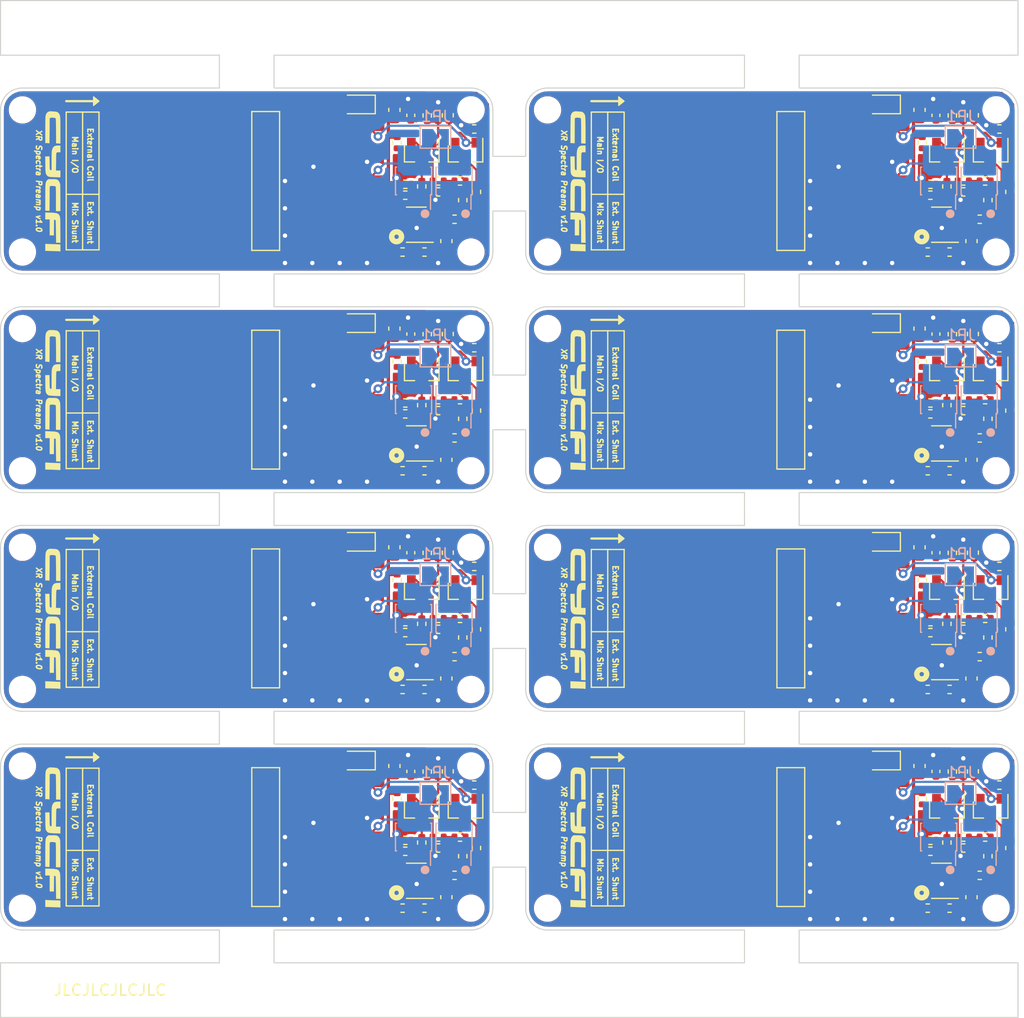
<source format=kicad_pcb>
(kicad_pcb (version 20171130) (host pcbnew "(5.1.10-1-10_14)")
  (layers (0 F.Cu signal) (31 B.Cu signal) (34 B.Paste user) (35 F.Paste user) (36 B.SilkS user) (37 F.SilkS user) (38 B.Mask user) (39 F.Mask user) (44 Edge.Cuts user))
  (net 0 "")
  (net 1 GND)
  (net 2 V+)
  (net 3 "Net-(C3-Pad2)")
  (net 4 ext_coil+)
  (net 5 ext_coil-)
  (net 6 out)
  (net 7 mix)
  (net 8 vcc)
  (net 9 in-)
  (net 10 "Net-(Q1-Pad2)")
  (net 11 "Net-(Q1-Pad3)")
  (net 12 "Net-(Q2-Pad3)")
  (net 13 "Net-(Q2-Pad2)")
  (net 14 "Net-(R4-Pad1)")
  (net 15 "Net-(R10-Pad1)")
  (net 16 "Net-(R11-Pad2)")
  (module cycfi_library:mounting_hole_st1.9 (layer F.Cu) (at 59 136.5)
    (fp_text reference REF** hide)
    (fp_text value mounting_hole_st1.9)
    (pad "" np_thru_hole circle (at 0 0) (size 2 2) (drill 2) (layers *.Cu *.Mask))
  )
  (module cycfi_library:mounting_hole_st1.9 (layer F.Cu) (at 148 136.5)
    (fp_text reference REF** hide)
    (fp_text value mounting_hole_st1.9)
    (pad "" np_thru_hole circle (at 0 0) (size 2 2) (drill 2) (layers *.Cu *.Mask))
  )
  (module cycfi_library:mounting_hole_st1.9 (layer F.Cu) (at 148 48.5)
    (fp_text reference REF** hide)
    (fp_text value mounting_hole_st1.9)
    (pad "" np_thru_hole circle (at 0 0) (size 2 2) (drill 2) (layers *.Cu *.Mask))
  )
  (module cycfi_library:mounting_hole_st1.9 (layer F.Cu) (at 59 48.5)
    (fp_text reference REF** hide)
    (fp_text value mounting_hole_st1.9)
    (pad "" np_thru_hole circle (at 0 0) (size 2 2) (drill 2) (layers *.Cu *.Mask))
  )
  (module cycfi_library:mouse-bite-3mm-slot-one-side (layer F.Cu) (at 127.5 52.5)
    (fp_text reference mouse-bite-3mm-slot hide)
    (fp_text value VAL** hide)
    (pad "" np_thru_hole circle (at 2 1.15) (size 0.5 0.5) (drill 0.5) (layers *.Cu *.Mask))
    (pad "" np_thru_hole circle (at -2 1.15) (size 0.5 0.5) (drill 0.5) (layers *.Cu *.Mask))
    (pad "" np_thru_hole circle (at 0 1.15) (size 0.5 0.5) (drill 0.5) (layers *.Cu *.Mask))
    (pad "" np_thru_hole circle (at -1 1.15) (size 0.5 0.5) (drill 0.5) (layers *.Cu *.Mask))
    (pad "" np_thru_hole circle (at 1 1.15) (size 0.5 0.5) (drill 0.5) (layers *.Cu *.Mask))
  )
  (module cycfi_library:mouse-bite-3mm-slot-one-side (layer F.Cu) (at 79.5 52.5)
    (fp_text reference mouse-bite-3mm-slot hide)
    (fp_text value VAL** hide)
    (pad "" np_thru_hole circle (at 2 1.15) (size 0.5 0.5) (drill 0.5) (layers *.Cu *.Mask))
    (pad "" np_thru_hole circle (at -2 1.15) (size 0.5 0.5) (drill 0.5) (layers *.Cu *.Mask))
    (pad "" np_thru_hole circle (at 0 1.15) (size 0.5 0.5) (drill 0.5) (layers *.Cu *.Mask))
    (pad "" np_thru_hole circle (at -1 1.15) (size 0.5 0.5) (drill 0.5) (layers *.Cu *.Mask))
    (pad "" np_thru_hole circle (at 1 1.15) (size 0.5 0.5) (drill 0.5) (layers *.Cu *.Mask))
  )
  (module cycfi_library:mouse-bite-3mm-slot-one-side (layer F.Cu) (at 127.5 132.5 180)
    (fp_text reference mouse-bite-3mm-slot hide)
    (fp_text value VAL** hide)
    (pad "" np_thru_hole circle (at 2 1.15 180) (size 0.5 0.5) (drill 0.5) (layers *.Cu *.Mask))
    (pad "" np_thru_hole circle (at -2 1.15 180) (size 0.5 0.5) (drill 0.5) (layers *.Cu *.Mask))
    (pad "" np_thru_hole circle (at 0 1.15 180) (size 0.5 0.5) (drill 0.5) (layers *.Cu *.Mask))
    (pad "" np_thru_hole circle (at -1 1.15 180) (size 0.5 0.5) (drill 0.5) (layers *.Cu *.Mask))
    (pad "" np_thru_hole circle (at 1 1.15 180) (size 0.5 0.5) (drill 0.5) (layers *.Cu *.Mask))
  )
  (module cycfi_library:mouse-bite-3mm-slot-one-side (layer F.Cu) (at 79.5 132.5 180)
    (fp_text reference mouse-bite-3mm-slot hide)
    (fp_text value VAL** hide)
    (pad "" np_thru_hole circle (at 2 1.15 180) (size 0.5 0.5) (drill 0.5) (layers *.Cu *.Mask))
    (pad "" np_thru_hole circle (at -2 1.15 180) (size 0.5 0.5) (drill 0.5) (layers *.Cu *.Mask))
    (pad "" np_thru_hole circle (at 0 1.15 180) (size 0.5 0.5) (drill 0.5) (layers *.Cu *.Mask))
    (pad "" np_thru_hole circle (at -1 1.15 180) (size 0.5 0.5) (drill 0.5) (layers *.Cu *.Mask))
    (pad "" np_thru_hole circle (at 1 1.15 180) (size 0.5 0.5) (drill 0.5) (layers *.Cu *.Mask))
  )
  (module Resistor_SMD:R_0402_1005Metric (layer F.Cu) (at 148.3 117.75)
    (fp_text reference R9 hide)
    (fp_text value 51k)
    (pad 2 smd roundrect (at 0.51 0) (size 0.54 0.64) (layers F.Cu F.Paste F.Mask) (net 4 ext_coil+))
    (pad 1 smd roundrect (at -0.51 0) (size 0.54 0.64) (layers F.Cu F.Paste F.Mask) (net 1 GND))
  )
  (module Resistor_SMD:R_0402_1005Metric (layer F.Cu) (at 100.3 117.75)
    (fp_text reference R9 hide)
    (fp_text value 51k)
    (pad 2 smd roundrect (at 0.51 0) (size 0.54 0.64) (layers F.Cu F.Paste F.Mask) (net 4 ext_coil+))
    (pad 1 smd roundrect (at -0.51 0) (size 0.54 0.64) (layers F.Cu F.Paste F.Mask) (net 1 GND))
  )
  (module Resistor_SMD:R_0402_1005Metric (layer F.Cu) (at 148.3 97.75)
    (fp_text reference R9 hide)
    (fp_text value 51k)
    (pad 2 smd roundrect (at 0.51 0) (size 0.54 0.64) (layers F.Cu F.Paste F.Mask) (net 4 ext_coil+))
    (pad 1 smd roundrect (at -0.51 0) (size 0.54 0.64) (layers F.Cu F.Paste F.Mask) (net 1 GND))
  )
  (module Resistor_SMD:R_0402_1005Metric (layer F.Cu) (at 100.3 97.75)
    (fp_text reference R9 hide)
    (fp_text value 51k)
    (pad 2 smd roundrect (at 0.51 0) (size 0.54 0.64) (layers F.Cu F.Paste F.Mask) (net 4 ext_coil+))
    (pad 1 smd roundrect (at -0.51 0) (size 0.54 0.64) (layers F.Cu F.Paste F.Mask) (net 1 GND))
  )
  (module Resistor_SMD:R_0402_1005Metric (layer F.Cu) (at 148.3 77.75)
    (fp_text reference R9 hide)
    (fp_text value 51k)
    (pad 2 smd roundrect (at 0.51 0) (size 0.54 0.64) (layers F.Cu F.Paste F.Mask) (net 4 ext_coil+))
    (pad 1 smd roundrect (at -0.51 0) (size 0.54 0.64) (layers F.Cu F.Paste F.Mask) (net 1 GND))
  )
  (module Resistor_SMD:R_0402_1005Metric (layer F.Cu) (at 100.3 77.75)
    (fp_text reference R9 hide)
    (fp_text value 51k)
    (pad 2 smd roundrect (at 0.51 0) (size 0.54 0.64) (layers F.Cu F.Paste F.Mask) (net 4 ext_coil+))
    (pad 1 smd roundrect (at -0.51 0) (size 0.54 0.64) (layers F.Cu F.Paste F.Mask) (net 1 GND))
  )
  (module Resistor_SMD:R_0402_1005Metric (layer F.Cu) (at 148.3 57.75)
    (fp_text reference R9 hide)
    (fp_text value 51k)
    (pad 2 smd roundrect (at 0.51 0) (size 0.54 0.64) (layers F.Cu F.Paste F.Mask) (net 4 ext_coil+))
    (pad 1 smd roundrect (at -0.51 0) (size 0.54 0.64) (layers F.Cu F.Paste F.Mask) (net 1 GND))
  )
  (module Resistor_SMD:R_0402_1005Metric (layer F.Cu) (at 146 116.49 90)
    (fp_text reference R8 hide)
    (fp_text value 100k)
    (pad 2 smd roundrect (at 0.51 0 90) (size 0.54 0.64) (layers F.Cu F.Paste F.Mask) (net 2 V+))
    (pad 1 smd roundrect (at -0.51 0 90) (size 0.54 0.64) (layers F.Cu F.Paste F.Mask) (net 4 ext_coil+))
  )
  (module Resistor_SMD:R_0402_1005Metric (layer F.Cu) (at 98 116.49 90)
    (fp_text reference R8 hide)
    (fp_text value 100k)
    (pad 2 smd roundrect (at 0.51 0 90) (size 0.54 0.64) (layers F.Cu F.Paste F.Mask) (net 2 V+))
    (pad 1 smd roundrect (at -0.51 0 90) (size 0.54 0.64) (layers F.Cu F.Paste F.Mask) (net 4 ext_coil+))
  )
  (module Resistor_SMD:R_0402_1005Metric (layer F.Cu) (at 146 96.49 90)
    (fp_text reference R8 hide)
    (fp_text value 100k)
    (pad 2 smd roundrect (at 0.51 0 90) (size 0.54 0.64) (layers F.Cu F.Paste F.Mask) (net 2 V+))
    (pad 1 smd roundrect (at -0.51 0 90) (size 0.54 0.64) (layers F.Cu F.Paste F.Mask) (net 4 ext_coil+))
  )
  (module Resistor_SMD:R_0402_1005Metric (layer F.Cu) (at 98 96.49 90)
    (fp_text reference R8 hide)
    (fp_text value 100k)
    (pad 2 smd roundrect (at 0.51 0 90) (size 0.54 0.64) (layers F.Cu F.Paste F.Mask) (net 2 V+))
    (pad 1 smd roundrect (at -0.51 0 90) (size 0.54 0.64) (layers F.Cu F.Paste F.Mask) (net 4 ext_coil+))
  )
  (module Resistor_SMD:R_0402_1005Metric (layer F.Cu) (at 146 76.49 90)
    (fp_text reference R8 hide)
    (fp_text value 100k)
    (pad 2 smd roundrect (at 0.51 0 90) (size 0.54 0.64) (layers F.Cu F.Paste F.Mask) (net 2 V+))
    (pad 1 smd roundrect (at -0.51 0 90) (size 0.54 0.64) (layers F.Cu F.Paste F.Mask) (net 4 ext_coil+))
  )
  (module Resistor_SMD:R_0402_1005Metric (layer F.Cu) (at 98 76.49 90)
    (fp_text reference R8 hide)
    (fp_text value 100k)
    (pad 2 smd roundrect (at 0.51 0 90) (size 0.54 0.64) (layers F.Cu F.Paste F.Mask) (net 2 V+))
    (pad 1 smd roundrect (at -0.51 0 90) (size 0.54 0.64) (layers F.Cu F.Paste F.Mask) (net 4 ext_coil+))
  )
  (module Resistor_SMD:R_0402_1005Metric (layer F.Cu) (at 146 56.49 90)
    (fp_text reference R8 hide)
    (fp_text value 100k)
    (pad 2 smd roundrect (at 0.51 0 90) (size 0.54 0.64) (layers F.Cu F.Paste F.Mask) (net 2 V+))
    (pad 1 smd roundrect (at -0.51 0 90) (size 0.54 0.64) (layers F.Cu F.Paste F.Mask) (net 4 ext_coil+))
  )
  (module Resistor_SMD:R_0402_1005Metric (layer F.Cu) (at 147 122.5)
    (fp_text reference R7 hide)
    (fp_text value 1.5k)
    (pad 2 smd roundrect (at 0.51 0) (size 0.54 0.64) (layers F.Cu F.Paste F.Mask) (net 13 "Net-(Q2-Pad2)"))
    (pad 1 smd roundrect (at -0.51 0) (size 0.54 0.64) (layers F.Cu F.Paste F.Mask) (net 14 "Net-(R4-Pad1)"))
  )
  (module Resistor_SMD:R_0402_1005Metric (layer F.Cu) (at 99 122.5)
    (fp_text reference R7 hide)
    (fp_text value 1.5k)
    (pad 2 smd roundrect (at 0.51 0) (size 0.54 0.64) (layers F.Cu F.Paste F.Mask) (net 13 "Net-(Q2-Pad2)"))
    (pad 1 smd roundrect (at -0.51 0) (size 0.54 0.64) (layers F.Cu F.Paste F.Mask) (net 14 "Net-(R4-Pad1)"))
  )
  (module Resistor_SMD:R_0402_1005Metric (layer F.Cu) (at 147 102.5)
    (fp_text reference R7 hide)
    (fp_text value 1.5k)
    (pad 2 smd roundrect (at 0.51 0) (size 0.54 0.64) (layers F.Cu F.Paste F.Mask) (net 13 "Net-(Q2-Pad2)"))
    (pad 1 smd roundrect (at -0.51 0) (size 0.54 0.64) (layers F.Cu F.Paste F.Mask) (net 14 "Net-(R4-Pad1)"))
  )
  (module Resistor_SMD:R_0402_1005Metric (layer F.Cu) (at 99 102.5)
    (fp_text reference R7 hide)
    (fp_text value 1.5k)
    (pad 2 smd roundrect (at 0.51 0) (size 0.54 0.64) (layers F.Cu F.Paste F.Mask) (net 13 "Net-(Q2-Pad2)"))
    (pad 1 smd roundrect (at -0.51 0) (size 0.54 0.64) (layers F.Cu F.Paste F.Mask) (net 14 "Net-(R4-Pad1)"))
  )
  (module Resistor_SMD:R_0402_1005Metric (layer F.Cu) (at 147 82.5)
    (fp_text reference R7 hide)
    (fp_text value 1.5k)
    (pad 2 smd roundrect (at 0.51 0) (size 0.54 0.64) (layers F.Cu F.Paste F.Mask) (net 13 "Net-(Q2-Pad2)"))
    (pad 1 smd roundrect (at -0.51 0) (size 0.54 0.64) (layers F.Cu F.Paste F.Mask) (net 14 "Net-(R4-Pad1)"))
  )
  (module Resistor_SMD:R_0402_1005Metric (layer F.Cu) (at 99 82.5)
    (fp_text reference R7 hide)
    (fp_text value 1.5k)
    (pad 2 smd roundrect (at 0.51 0) (size 0.54 0.64) (layers F.Cu F.Paste F.Mask) (net 13 "Net-(Q2-Pad2)"))
    (pad 1 smd roundrect (at -0.51 0) (size 0.54 0.64) (layers F.Cu F.Paste F.Mask) (net 14 "Net-(R4-Pad1)"))
  )
  (module Resistor_SMD:R_0402_1005Metric (layer F.Cu) (at 147 62.5)
    (fp_text reference R7 hide)
    (fp_text value 1.5k)
    (pad 2 smd roundrect (at 0.51 0) (size 0.54 0.64) (layers F.Cu F.Paste F.Mask) (net 13 "Net-(Q2-Pad2)"))
    (pad 1 smd roundrect (at -0.51 0) (size 0.54 0.64) (layers F.Cu F.Paste F.Mask) (net 14 "Net-(R4-Pad1)"))
  )
  (module Resistor_SMD:R_0402_1005Metric (layer F.Cu) (at 148.5 123.5 270)
    (fp_text reference R6 hide)
    (fp_text value 39k)
    (pad 2 smd roundrect (at 0.51 0 270) (size 0.54 0.64) (layers F.Cu F.Paste F.Mask) (net 2 V+))
    (pad 1 smd roundrect (at -0.51 0 270) (size 0.54 0.64) (layers F.Cu F.Paste F.Mask) (net 12 "Net-(Q2-Pad3)"))
  )
  (module Resistor_SMD:R_0402_1005Metric (layer F.Cu) (at 100.5 123.5 270)
    (fp_text reference R6 hide)
    (fp_text value 39k)
    (pad 2 smd roundrect (at 0.51 0 270) (size 0.54 0.64) (layers F.Cu F.Paste F.Mask) (net 2 V+))
    (pad 1 smd roundrect (at -0.51 0 270) (size 0.54 0.64) (layers F.Cu F.Paste F.Mask) (net 12 "Net-(Q2-Pad3)"))
  )
  (module Resistor_SMD:R_0402_1005Metric (layer F.Cu) (at 148.5 103.5 270)
    (fp_text reference R6 hide)
    (fp_text value 39k)
    (pad 2 smd roundrect (at 0.51 0 270) (size 0.54 0.64) (layers F.Cu F.Paste F.Mask) (net 2 V+))
    (pad 1 smd roundrect (at -0.51 0 270) (size 0.54 0.64) (layers F.Cu F.Paste F.Mask) (net 12 "Net-(Q2-Pad3)"))
  )
  (module Resistor_SMD:R_0402_1005Metric (layer F.Cu) (at 100.5 103.5 270)
    (fp_text reference R6 hide)
    (fp_text value 39k)
    (pad 2 smd roundrect (at 0.51 0 270) (size 0.54 0.64) (layers F.Cu F.Paste F.Mask) (net 2 V+))
    (pad 1 smd roundrect (at -0.51 0 270) (size 0.54 0.64) (layers F.Cu F.Paste F.Mask) (net 12 "Net-(Q2-Pad3)"))
  )
  (module Resistor_SMD:R_0402_1005Metric (layer F.Cu) (at 148.5 83.5 270)
    (fp_text reference R6 hide)
    (fp_text value 39k)
    (pad 2 smd roundrect (at 0.51 0 270) (size 0.54 0.64) (layers F.Cu F.Paste F.Mask) (net 2 V+))
    (pad 1 smd roundrect (at -0.51 0 270) (size 0.54 0.64) (layers F.Cu F.Paste F.Mask) (net 12 "Net-(Q2-Pad3)"))
  )
  (module Resistor_SMD:R_0402_1005Metric (layer F.Cu) (at 100.5 83.5 270)
    (fp_text reference R6 hide)
    (fp_text value 39k)
    (pad 2 smd roundrect (at 0.51 0 270) (size 0.54 0.64) (layers F.Cu F.Paste F.Mask) (net 2 V+))
    (pad 1 smd roundrect (at -0.51 0 270) (size 0.54 0.64) (layers F.Cu F.Paste F.Mask) (net 12 "Net-(Q2-Pad3)"))
  )
  (module Resistor_SMD:R_0402_1005Metric (layer F.Cu) (at 148.5 63.5 270)
    (fp_text reference R6 hide)
    (fp_text value 39k)
    (pad 2 smd roundrect (at 0.51 0 270) (size 0.54 0.64) (layers F.Cu F.Paste F.Mask) (net 2 V+))
    (pad 1 smd roundrect (at -0.51 0 270) (size 0.54 0.64) (layers F.Cu F.Paste F.Mask) (net 12 "Net-(Q2-Pad3)"))
  )
  (module Resistor_SMD:R_0402_1005Metric (layer F.Cu) (at 141.25 119 90)
    (fp_text reference R3 hide)
    (fp_text value 39k)
    (pad 2 smd roundrect (at 0.51 0 90) (size 0.54 0.64) (layers F.Cu F.Paste F.Mask) (net 2 V+))
    (pad 1 smd roundrect (at -0.51 0 90) (size 0.54 0.64) (layers F.Cu F.Paste F.Mask) (net 11 "Net-(Q1-Pad3)"))
  )
  (module Resistor_SMD:R_0402_1005Metric (layer F.Cu) (at 93.25 119 90)
    (fp_text reference R3 hide)
    (fp_text value 39k)
    (pad 2 smd roundrect (at 0.51 0 90) (size 0.54 0.64) (layers F.Cu F.Paste F.Mask) (net 2 V+))
    (pad 1 smd roundrect (at -0.51 0 90) (size 0.54 0.64) (layers F.Cu F.Paste F.Mask) (net 11 "Net-(Q1-Pad3)"))
  )
  (module Resistor_SMD:R_0402_1005Metric (layer F.Cu) (at 141.25 99 90)
    (fp_text reference R3 hide)
    (fp_text value 39k)
    (pad 2 smd roundrect (at 0.51 0 90) (size 0.54 0.64) (layers F.Cu F.Paste F.Mask) (net 2 V+))
    (pad 1 smd roundrect (at -0.51 0 90) (size 0.54 0.64) (layers F.Cu F.Paste F.Mask) (net 11 "Net-(Q1-Pad3)"))
  )
  (module Resistor_SMD:R_0402_1005Metric (layer F.Cu) (at 93.25 99 90)
    (fp_text reference R3 hide)
    (fp_text value 39k)
    (pad 2 smd roundrect (at 0.51 0 90) (size 0.54 0.64) (layers F.Cu F.Paste F.Mask) (net 2 V+))
    (pad 1 smd roundrect (at -0.51 0 90) (size 0.54 0.64) (layers F.Cu F.Paste F.Mask) (net 11 "Net-(Q1-Pad3)"))
  )
  (module Resistor_SMD:R_0402_1005Metric (layer F.Cu) (at 141.25 79 90)
    (fp_text reference R3 hide)
    (fp_text value 39k)
    (pad 2 smd roundrect (at 0.51 0 90) (size 0.54 0.64) (layers F.Cu F.Paste F.Mask) (net 2 V+))
    (pad 1 smd roundrect (at -0.51 0 90) (size 0.54 0.64) (layers F.Cu F.Paste F.Mask) (net 11 "Net-(Q1-Pad3)"))
  )
  (module Resistor_SMD:R_0402_1005Metric (layer F.Cu) (at 93.25 79 90)
    (fp_text reference R3 hide)
    (fp_text value 39k)
    (pad 2 smd roundrect (at 0.51 0 90) (size 0.54 0.64) (layers F.Cu F.Paste F.Mask) (net 2 V+))
    (pad 1 smd roundrect (at -0.51 0 90) (size 0.54 0.64) (layers F.Cu F.Paste F.Mask) (net 11 "Net-(Q1-Pad3)"))
  )
  (module Resistor_SMD:R_0402_1005Metric (layer F.Cu) (at 141.25 59 90)
    (fp_text reference R3 hide)
    (fp_text value 39k)
    (pad 2 smd roundrect (at 0.51 0 90) (size 0.54 0.64) (layers F.Cu F.Paste F.Mask) (net 2 V+))
    (pad 1 smd roundrect (at -0.51 0 90) (size 0.54 0.64) (layers F.Cu F.Paste F.Mask) (net 11 "Net-(Q1-Pad3)"))
  )
  (module Resistor_SMD:R_0402_1005Metric (layer F.Cu) (at 145 116.5 270)
    (fp_text reference R2 hide)
    (fp_text value 51k)
    (pad 2 smd roundrect (at 0.51 0 270) (size 0.54 0.64) (layers F.Cu F.Paste F.Mask) (net 9 in-))
    (pad 1 smd roundrect (at -0.51 0 270) (size 0.54 0.64) (layers F.Cu F.Paste F.Mask) (net 1 GND))
  )
  (module Resistor_SMD:R_0402_1005Metric (layer F.Cu) (at 97 116.5 270)
    (fp_text reference R2 hide)
    (fp_text value 51k)
    (pad 2 smd roundrect (at 0.51 0 270) (size 0.54 0.64) (layers F.Cu F.Paste F.Mask) (net 9 in-))
    (pad 1 smd roundrect (at -0.51 0 270) (size 0.54 0.64) (layers F.Cu F.Paste F.Mask) (net 1 GND))
  )
  (module Resistor_SMD:R_0402_1005Metric (layer F.Cu) (at 145 96.5 270)
    (fp_text reference R2 hide)
    (fp_text value 51k)
    (pad 2 smd roundrect (at 0.51 0 270) (size 0.54 0.64) (layers F.Cu F.Paste F.Mask) (net 9 in-))
    (pad 1 smd roundrect (at -0.51 0 270) (size 0.54 0.64) (layers F.Cu F.Paste F.Mask) (net 1 GND))
  )
  (module Resistor_SMD:R_0402_1005Metric (layer F.Cu) (at 97 96.5 270)
    (fp_text reference R2 hide)
    (fp_text value 51k)
    (pad 2 smd roundrect (at 0.51 0 270) (size 0.54 0.64) (layers F.Cu F.Paste F.Mask) (net 9 in-))
    (pad 1 smd roundrect (at -0.51 0 270) (size 0.54 0.64) (layers F.Cu F.Paste F.Mask) (net 1 GND))
  )
  (module Resistor_SMD:R_0402_1005Metric (layer F.Cu) (at 145 76.5 270)
    (fp_text reference R2 hide)
    (fp_text value 51k)
    (pad 2 smd roundrect (at 0.51 0 270) (size 0.54 0.64) (layers F.Cu F.Paste F.Mask) (net 9 in-))
    (pad 1 smd roundrect (at -0.51 0 270) (size 0.54 0.64) (layers F.Cu F.Paste F.Mask) (net 1 GND))
  )
  (module Resistor_SMD:R_0402_1005Metric (layer F.Cu) (at 97 76.5 270)
    (fp_text reference R2 hide)
    (fp_text value 51k)
    (pad 2 smd roundrect (at 0.51 0 270) (size 0.54 0.64) (layers F.Cu F.Paste F.Mask) (net 9 in-))
    (pad 1 smd roundrect (at -0.51 0 270) (size 0.54 0.64) (layers F.Cu F.Paste F.Mask) (net 1 GND))
  )
  (module Resistor_SMD:R_0402_1005Metric (layer F.Cu) (at 145 56.5 270)
    (fp_text reference R2 hide)
    (fp_text value 51k)
    (pad 2 smd roundrect (at 0.51 0 270) (size 0.54 0.64) (layers F.Cu F.Paste F.Mask) (net 9 in-))
    (pad 1 smd roundrect (at -0.51 0 270) (size 0.54 0.64) (layers F.Cu F.Paste F.Mask) (net 1 GND))
  )
  (module Resistor_SMD:R_0402_1005Metric (layer F.Cu) (at 143.5 123 90)
    (fp_text reference R10 hide)
    (fp_text value 39k)
    (pad 2 smd roundrect (at 0.51 0 90) (size 0.54 0.64) (layers F.Cu F.Paste F.Mask) (net 11 "Net-(Q1-Pad3)"))
    (pad 1 smd roundrect (at -0.51 0 90) (size 0.54 0.64) (layers F.Cu F.Paste F.Mask) (net 15 "Net-(R10-Pad1)"))
  )
  (module Resistor_SMD:R_0402_1005Metric (layer F.Cu) (at 95.5 123 90)
    (fp_text reference R10 hide)
    (fp_text value 39k)
    (pad 2 smd roundrect (at 0.51 0 90) (size 0.54 0.64) (layers F.Cu F.Paste F.Mask) (net 11 "Net-(Q1-Pad3)"))
    (pad 1 smd roundrect (at -0.51 0 90) (size 0.54 0.64) (layers F.Cu F.Paste F.Mask) (net 15 "Net-(R10-Pad1)"))
  )
  (module Resistor_SMD:R_0402_1005Metric (layer F.Cu) (at 143.5 103 90)
    (fp_text reference R10 hide)
    (fp_text value 39k)
    (pad 2 smd roundrect (at 0.51 0 90) (size 0.54 0.64) (layers F.Cu F.Paste F.Mask) (net 11 "Net-(Q1-Pad3)"))
    (pad 1 smd roundrect (at -0.51 0 90) (size 0.54 0.64) (layers F.Cu F.Paste F.Mask) (net 15 "Net-(R10-Pad1)"))
  )
  (module Resistor_SMD:R_0402_1005Metric (layer F.Cu) (at 95.5 103 90)
    (fp_text reference R10 hide)
    (fp_text value 39k)
    (pad 2 smd roundrect (at 0.51 0 90) (size 0.54 0.64) (layers F.Cu F.Paste F.Mask) (net 11 "Net-(Q1-Pad3)"))
    (pad 1 smd roundrect (at -0.51 0 90) (size 0.54 0.64) (layers F.Cu F.Paste F.Mask) (net 15 "Net-(R10-Pad1)"))
  )
  (module Resistor_SMD:R_0402_1005Metric (layer F.Cu) (at 143.5 83 90)
    (fp_text reference R10 hide)
    (fp_text value 39k)
    (pad 2 smd roundrect (at 0.51 0 90) (size 0.54 0.64) (layers F.Cu F.Paste F.Mask) (net 11 "Net-(Q1-Pad3)"))
    (pad 1 smd roundrect (at -0.51 0 90) (size 0.54 0.64) (layers F.Cu F.Paste F.Mask) (net 15 "Net-(R10-Pad1)"))
  )
  (module Resistor_SMD:R_0402_1005Metric (layer F.Cu) (at 95.5 83 90)
    (fp_text reference R10 hide)
    (fp_text value 39k)
    (pad 2 smd roundrect (at 0.51 0 90) (size 0.54 0.64) (layers F.Cu F.Paste F.Mask) (net 11 "Net-(Q1-Pad3)"))
    (pad 1 smd roundrect (at -0.51 0 90) (size 0.54 0.64) (layers F.Cu F.Paste F.Mask) (net 15 "Net-(R10-Pad1)"))
  )
  (module Resistor_SMD:R_0402_1005Metric (layer F.Cu) (at 143.5 63 90)
    (fp_text reference R10 hide)
    (fp_text value 39k)
    (pad 2 smd roundrect (at 0.51 0 90) (size 0.54 0.64) (layers F.Cu F.Paste F.Mask) (net 11 "Net-(Q1-Pad3)"))
    (pad 1 smd roundrect (at -0.51 0 90) (size 0.54 0.64) (layers F.Cu F.Paste F.Mask) (net 15 "Net-(R10-Pad1)"))
  )
  (module Resistor_SMD:R_0402_1005Metric (layer F.Cu) (at 144 116.51 90)
    (fp_text reference R1 hide)
    (fp_text value 100k)
    (pad 2 smd roundrect (at 0.51 0 90) (size 0.54 0.64) (layers F.Cu F.Paste F.Mask) (net 2 V+))
    (pad 1 smd roundrect (at -0.51 0 90) (size 0.54 0.64) (layers F.Cu F.Paste F.Mask) (net 9 in-))
  )
  (module Resistor_SMD:R_0402_1005Metric (layer F.Cu) (at 96 116.51 90)
    (fp_text reference R1 hide)
    (fp_text value 100k)
    (pad 2 smd roundrect (at 0.51 0 90) (size 0.54 0.64) (layers F.Cu F.Paste F.Mask) (net 2 V+))
    (pad 1 smd roundrect (at -0.51 0 90) (size 0.54 0.64) (layers F.Cu F.Paste F.Mask) (net 9 in-))
  )
  (module Resistor_SMD:R_0402_1005Metric (layer F.Cu) (at 144 96.51 90)
    (fp_text reference R1 hide)
    (fp_text value 100k)
    (pad 2 smd roundrect (at 0.51 0 90) (size 0.54 0.64) (layers F.Cu F.Paste F.Mask) (net 2 V+))
    (pad 1 smd roundrect (at -0.51 0 90) (size 0.54 0.64) (layers F.Cu F.Paste F.Mask) (net 9 in-))
  )
  (module Resistor_SMD:R_0402_1005Metric (layer F.Cu) (at 96 96.51 90)
    (fp_text reference R1 hide)
    (fp_text value 100k)
    (pad 2 smd roundrect (at 0.51 0 90) (size 0.54 0.64) (layers F.Cu F.Paste F.Mask) (net 2 V+))
    (pad 1 smd roundrect (at -0.51 0 90) (size 0.54 0.64) (layers F.Cu F.Paste F.Mask) (net 9 in-))
  )
  (module Resistor_SMD:R_0402_1005Metric (layer F.Cu) (at 144 76.51 90)
    (fp_text reference R1 hide)
    (fp_text value 100k)
    (pad 2 smd roundrect (at 0.51 0 90) (size 0.54 0.64) (layers F.Cu F.Paste F.Mask) (net 2 V+))
    (pad 1 smd roundrect (at -0.51 0 90) (size 0.54 0.64) (layers F.Cu F.Paste F.Mask) (net 9 in-))
  )
  (module Resistor_SMD:R_0402_1005Metric (layer F.Cu) (at 96 76.51 90)
    (fp_text reference R1 hide)
    (fp_text value 100k)
    (pad 2 smd roundrect (at 0.51 0 90) (size 0.54 0.64) (layers F.Cu F.Paste F.Mask) (net 2 V+))
    (pad 1 smd roundrect (at -0.51 0 90) (size 0.54 0.64) (layers F.Cu F.Paste F.Mask) (net 9 in-))
  )
  (module Resistor_SMD:R_0402_1005Metric (layer F.Cu) (at 144 56.51 90)
    (fp_text reference R1 hide)
    (fp_text value 100k)
    (pad 2 smd roundrect (at 0.51 0 90) (size 0.54 0.64) (layers F.Cu F.Paste F.Mask) (net 2 V+))
    (pad 1 smd roundrect (at -0.51 0 90) (size 0.54 0.64) (layers F.Cu F.Paste F.Mask) (net 9 in-))
  )
  (module Package_TO_SOT_SMD:SOT-23 (layer F.Cu) (at 147.5 120 270)
    (fp_text reference Q2 hide)
    (fp_text value 2SC3324)
    (pad 3 smd rect (at 1 0 270) (size 0.9 0.8) (layers F.Cu F.Paste F.Mask) (net 12 "Net-(Q2-Pad3)"))
    (pad 2 smd rect (at -1 0.95 270) (size 0.9 0.8) (layers F.Cu F.Paste F.Mask) (net 13 "Net-(Q2-Pad2)"))
    (pad 1 smd rect (at -1 -0.95 270) (size 0.9 0.8) (layers F.Cu F.Paste F.Mask) (net 4 ext_coil+))
  )
  (module Package_TO_SOT_SMD:SOT-23 (layer F.Cu) (at 99.5 120 270)
    (fp_text reference Q2 hide)
    (fp_text value 2SC3324)
    (pad 3 smd rect (at 1 0 270) (size 0.9 0.8) (layers F.Cu F.Paste F.Mask) (net 12 "Net-(Q2-Pad3)"))
    (pad 2 smd rect (at -1 0.95 270) (size 0.9 0.8) (layers F.Cu F.Paste F.Mask) (net 13 "Net-(Q2-Pad2)"))
    (pad 1 smd rect (at -1 -0.95 270) (size 0.9 0.8) (layers F.Cu F.Paste F.Mask) (net 4 ext_coil+))
  )
  (module Package_TO_SOT_SMD:SOT-23 (layer F.Cu) (at 147.5 100 270)
    (fp_text reference Q2 hide)
    (fp_text value 2SC3324)
    (pad 3 smd rect (at 1 0 270) (size 0.9 0.8) (layers F.Cu F.Paste F.Mask) (net 12 "Net-(Q2-Pad3)"))
    (pad 2 smd rect (at -1 0.95 270) (size 0.9 0.8) (layers F.Cu F.Paste F.Mask) (net 13 "Net-(Q2-Pad2)"))
    (pad 1 smd rect (at -1 -0.95 270) (size 0.9 0.8) (layers F.Cu F.Paste F.Mask) (net 4 ext_coil+))
  )
  (module Package_TO_SOT_SMD:SOT-23 (layer F.Cu) (at 99.5 100 270)
    (fp_text reference Q2 hide)
    (fp_text value 2SC3324)
    (pad 3 smd rect (at 1 0 270) (size 0.9 0.8) (layers F.Cu F.Paste F.Mask) (net 12 "Net-(Q2-Pad3)"))
    (pad 2 smd rect (at -1 0.95 270) (size 0.9 0.8) (layers F.Cu F.Paste F.Mask) (net 13 "Net-(Q2-Pad2)"))
    (pad 1 smd rect (at -1 -0.95 270) (size 0.9 0.8) (layers F.Cu F.Paste F.Mask) (net 4 ext_coil+))
  )
  (module Package_TO_SOT_SMD:SOT-23 (layer F.Cu) (at 147.5 80 270)
    (fp_text reference Q2 hide)
    (fp_text value 2SC3324)
    (pad 3 smd rect (at 1 0 270) (size 0.9 0.8) (layers F.Cu F.Paste F.Mask) (net 12 "Net-(Q2-Pad3)"))
    (pad 2 smd rect (at -1 0.95 270) (size 0.9 0.8) (layers F.Cu F.Paste F.Mask) (net 13 "Net-(Q2-Pad2)"))
    (pad 1 smd rect (at -1 -0.95 270) (size 0.9 0.8) (layers F.Cu F.Paste F.Mask) (net 4 ext_coil+))
  )
  (module Package_TO_SOT_SMD:SOT-23 (layer F.Cu) (at 99.5 80 270)
    (fp_text reference Q2 hide)
    (fp_text value 2SC3324)
    (pad 3 smd rect (at 1 0 270) (size 0.9 0.8) (layers F.Cu F.Paste F.Mask) (net 12 "Net-(Q2-Pad3)"))
    (pad 2 smd rect (at -1 0.95 270) (size 0.9 0.8) (layers F.Cu F.Paste F.Mask) (net 13 "Net-(Q2-Pad2)"))
    (pad 1 smd rect (at -1 -0.95 270) (size 0.9 0.8) (layers F.Cu F.Paste F.Mask) (net 4 ext_coil+))
  )
  (module Package_TO_SOT_SMD:SOT-23 (layer F.Cu) (at 147.5 60 270)
    (fp_text reference Q2 hide)
    (fp_text value 2SC3324)
    (pad 3 smd rect (at 1 0 270) (size 0.9 0.8) (layers F.Cu F.Paste F.Mask) (net 12 "Net-(Q2-Pad3)"))
    (pad 2 smd rect (at -1 0.95 270) (size 0.9 0.8) (layers F.Cu F.Paste F.Mask) (net 13 "Net-(Q2-Pad2)"))
    (pad 1 smd rect (at -1 -0.95 270) (size 0.9 0.8) (layers F.Cu F.Paste F.Mask) (net 4 ext_coil+))
  )
  (module Package_TO_SOT_SMD:SOT-23 (layer F.Cu) (at 143.5 120 270)
    (fp_text reference Q1 hide)
    (fp_text value 2SC3324)
    (pad 3 smd rect (at 1 0 270) (size 0.9 0.8) (layers F.Cu F.Paste F.Mask) (net 11 "Net-(Q1-Pad3)"))
    (pad 2 smd rect (at -1 0.95 270) (size 0.9 0.8) (layers F.Cu F.Paste F.Mask) (net 10 "Net-(Q1-Pad2)"))
    (pad 1 smd rect (at -1 -0.95 270) (size 0.9 0.8) (layers F.Cu F.Paste F.Mask) (net 9 in-))
  )
  (module Package_TO_SOT_SMD:SOT-23 (layer F.Cu) (at 95.5 120 270)
    (fp_text reference Q1 hide)
    (fp_text value 2SC3324)
    (pad 3 smd rect (at 1 0 270) (size 0.9 0.8) (layers F.Cu F.Paste F.Mask) (net 11 "Net-(Q1-Pad3)"))
    (pad 2 smd rect (at -1 0.95 270) (size 0.9 0.8) (layers F.Cu F.Paste F.Mask) (net 10 "Net-(Q1-Pad2)"))
    (pad 1 smd rect (at -1 -0.95 270) (size 0.9 0.8) (layers F.Cu F.Paste F.Mask) (net 9 in-))
  )
  (module Package_TO_SOT_SMD:SOT-23 (layer F.Cu) (at 143.5 100 270)
    (fp_text reference Q1 hide)
    (fp_text value 2SC3324)
    (pad 3 smd rect (at 1 0 270) (size 0.9 0.8) (layers F.Cu F.Paste F.Mask) (net 11 "Net-(Q1-Pad3)"))
    (pad 2 smd rect (at -1 0.95 270) (size 0.9 0.8) (layers F.Cu F.Paste F.Mask) (net 10 "Net-(Q1-Pad2)"))
    (pad 1 smd rect (at -1 -0.95 270) (size 0.9 0.8) (layers F.Cu F.Paste F.Mask) (net 9 in-))
  )
  (module Package_TO_SOT_SMD:SOT-23 (layer F.Cu) (at 95.5 100 270)
    (fp_text reference Q1 hide)
    (fp_text value 2SC3324)
    (pad 3 smd rect (at 1 0 270) (size 0.9 0.8) (layers F.Cu F.Paste F.Mask) (net 11 "Net-(Q1-Pad3)"))
    (pad 2 smd rect (at -1 0.95 270) (size 0.9 0.8) (layers F.Cu F.Paste F.Mask) (net 10 "Net-(Q1-Pad2)"))
    (pad 1 smd rect (at -1 -0.95 270) (size 0.9 0.8) (layers F.Cu F.Paste F.Mask) (net 9 in-))
  )
  (module Package_TO_SOT_SMD:SOT-23 (layer F.Cu) (at 143.5 80 270)
    (fp_text reference Q1 hide)
    (fp_text value 2SC3324)
    (pad 3 smd rect (at 1 0 270) (size 0.9 0.8) (layers F.Cu F.Paste F.Mask) (net 11 "Net-(Q1-Pad3)"))
    (pad 2 smd rect (at -1 0.95 270) (size 0.9 0.8) (layers F.Cu F.Paste F.Mask) (net 10 "Net-(Q1-Pad2)"))
    (pad 1 smd rect (at -1 -0.95 270) (size 0.9 0.8) (layers F.Cu F.Paste F.Mask) (net 9 in-))
  )
  (module Package_TO_SOT_SMD:SOT-23 (layer F.Cu) (at 95.5 80 270)
    (fp_text reference Q1 hide)
    (fp_text value 2SC3324)
    (pad 3 smd rect (at 1 0 270) (size 0.9 0.8) (layers F.Cu F.Paste F.Mask) (net 11 "Net-(Q1-Pad3)"))
    (pad 2 smd rect (at -1 0.95 270) (size 0.9 0.8) (layers F.Cu F.Paste F.Mask) (net 10 "Net-(Q1-Pad2)"))
    (pad 1 smd rect (at -1 -0.95 270) (size 0.9 0.8) (layers F.Cu F.Paste F.Mask) (net 9 in-))
  )
  (module Package_TO_SOT_SMD:SOT-23 (layer F.Cu) (at 143.5 60 270)
    (fp_text reference Q1 hide)
    (fp_text value 2SC3324)
    (pad 3 smd rect (at 1 0 270) (size 0.9 0.8) (layers F.Cu F.Paste F.Mask) (net 11 "Net-(Q1-Pad3)"))
    (pad 2 smd rect (at -1 0.95 270) (size 0.9 0.8) (layers F.Cu F.Paste F.Mask) (net 10 "Net-(Q1-Pad2)"))
    (pad 1 smd rect (at -1 -0.95 270) (size 0.9 0.8) (layers F.Cu F.Paste F.Mask) (net 9 in-))
  )
  (module cycfi_library:pin_socket_2x3p_1.00mm_smd_vertical (layer B.Cu) (at 146.5 122.5 90)
    (fp_text reference J3 hide)
    (fp_text value "Conn 2")
    (pad 1 smd rect (at -1.6 1 90) (size 1.6 0.6) (layers B.Cu B.Paste B.Mask) (net 1 GND))
    (pad 6 smd rect (at 1.6 1 90) (size 1.6 0.6) (layers B.Cu B.Paste B.Mask) (net 9 in-))
    (pad 2 smd rect (at -1.6 0 90) (size 1.6 0.6) (layers B.Cu B.Paste B.Mask) (net 1 GND))
    (pad 5 smd rect (at 1.6 0 90) (size 1.6 0.6) (layers B.Cu B.Paste B.Mask) (net 9 in-))
    (pad 3 smd rect (at -1.6 -1 90) (size 1.6 0.6) (layers B.Cu B.Paste B.Mask) (net 1 GND))
    (pad 4 smd rect (at 1.6 -1 90) (size 1.6 0.6) (layers B.Cu B.Paste B.Mask) (net 9 in-))
  )
  (module cycfi_library:pin_socket_2x3p_1.00mm_smd_vertical (layer B.Cu) (at 98.5 122.5 90)
    (fp_text reference J3 hide)
    (fp_text value "Conn 2")
    (pad 1 smd rect (at -1.6 1 90) (size 1.6 0.6) (layers B.Cu B.Paste B.Mask) (net 1 GND))
    (pad 6 smd rect (at 1.6 1 90) (size 1.6 0.6) (layers B.Cu B.Paste B.Mask) (net 9 in-))
    (pad 2 smd rect (at -1.6 0 90) (size 1.6 0.6) (layers B.Cu B.Paste B.Mask) (net 1 GND))
    (pad 5 smd rect (at 1.6 0 90) (size 1.6 0.6) (layers B.Cu B.Paste B.Mask) (net 9 in-))
    (pad 3 smd rect (at -1.6 -1 90) (size 1.6 0.6) (layers B.Cu B.Paste B.Mask) (net 1 GND))
    (pad 4 smd rect (at 1.6 -1 90) (size 1.6 0.6) (layers B.Cu B.Paste B.Mask) (net 9 in-))
  )
  (module cycfi_library:pin_socket_2x3p_1.00mm_smd_vertical (layer B.Cu) (at 146.5 102.5 90)
    (fp_text reference J3 hide)
    (fp_text value "Conn 2")
    (pad 1 smd rect (at -1.6 1 90) (size 1.6 0.6) (layers B.Cu B.Paste B.Mask) (net 1 GND))
    (pad 6 smd rect (at 1.6 1 90) (size 1.6 0.6) (layers B.Cu B.Paste B.Mask) (net 9 in-))
    (pad 2 smd rect (at -1.6 0 90) (size 1.6 0.6) (layers B.Cu B.Paste B.Mask) (net 1 GND))
    (pad 5 smd rect (at 1.6 0 90) (size 1.6 0.6) (layers B.Cu B.Paste B.Mask) (net 9 in-))
    (pad 3 smd rect (at -1.6 -1 90) (size 1.6 0.6) (layers B.Cu B.Paste B.Mask) (net 1 GND))
    (pad 4 smd rect (at 1.6 -1 90) (size 1.6 0.6) (layers B.Cu B.Paste B.Mask) (net 9 in-))
  )
  (module cycfi_library:pin_socket_2x3p_1.00mm_smd_vertical (layer B.Cu) (at 98.5 102.5 90)
    (fp_text reference J3 hide)
    (fp_text value "Conn 2")
    (pad 1 smd rect (at -1.6 1 90) (size 1.6 0.6) (layers B.Cu B.Paste B.Mask) (net 1 GND))
    (pad 6 smd rect (at 1.6 1 90) (size 1.6 0.6) (layers B.Cu B.Paste B.Mask) (net 9 in-))
    (pad 2 smd rect (at -1.6 0 90) (size 1.6 0.6) (layers B.Cu B.Paste B.Mask) (net 1 GND))
    (pad 5 smd rect (at 1.6 0 90) (size 1.6 0.6) (layers B.Cu B.Paste B.Mask) (net 9 in-))
    (pad 3 smd rect (at -1.6 -1 90) (size 1.6 0.6) (layers B.Cu B.Paste B.Mask) (net 1 GND))
    (pad 4 smd rect (at 1.6 -1 90) (size 1.6 0.6) (layers B.Cu B.Paste B.Mask) (net 9 in-))
  )
  (module cycfi_library:pin_socket_2x3p_1.00mm_smd_vertical (layer B.Cu) (at 146.5 82.5 90)
    (fp_text reference J3 hide)
    (fp_text value "Conn 2")
    (pad 1 smd rect (at -1.6 1 90) (size 1.6 0.6) (layers B.Cu B.Paste B.Mask) (net 1 GND))
    (pad 6 smd rect (at 1.6 1 90) (size 1.6 0.6) (layers B.Cu B.Paste B.Mask) (net 9 in-))
    (pad 2 smd rect (at -1.6 0 90) (size 1.6 0.6) (layers B.Cu B.Paste B.Mask) (net 1 GND))
    (pad 5 smd rect (at 1.6 0 90) (size 1.6 0.6) (layers B.Cu B.Paste B.Mask) (net 9 in-))
    (pad 3 smd rect (at -1.6 -1 90) (size 1.6 0.6) (layers B.Cu B.Paste B.Mask) (net 1 GND))
    (pad 4 smd rect (at 1.6 -1 90) (size 1.6 0.6) (layers B.Cu B.Paste B.Mask) (net 9 in-))
  )
  (module cycfi_library:pin_socket_2x3p_1.00mm_smd_vertical (layer B.Cu) (at 98.5 82.5 90)
    (fp_text reference J3 hide)
    (fp_text value "Conn 2")
    (pad 1 smd rect (at -1.6 1 90) (size 1.6 0.6) (layers B.Cu B.Paste B.Mask) (net 1 GND))
    (pad 6 smd rect (at 1.6 1 90) (size 1.6 0.6) (layers B.Cu B.Paste B.Mask) (net 9 in-))
    (pad 2 smd rect (at -1.6 0 90) (size 1.6 0.6) (layers B.Cu B.Paste B.Mask) (net 1 GND))
    (pad 5 smd rect (at 1.6 0 90) (size 1.6 0.6) (layers B.Cu B.Paste B.Mask) (net 9 in-))
    (pad 3 smd rect (at -1.6 -1 90) (size 1.6 0.6) (layers B.Cu B.Paste B.Mask) (net 1 GND))
    (pad 4 smd rect (at 1.6 -1 90) (size 1.6 0.6) (layers B.Cu B.Paste B.Mask) (net 9 in-))
  )
  (module cycfi_library:pin_socket_2x3p_1.00mm_smd_vertical (layer B.Cu) (at 146.5 62.5 90)
    (fp_text reference J3 hide)
    (fp_text value "Conn 2")
    (pad 1 smd rect (at -1.6 1 90) (size 1.6 0.6) (layers B.Cu B.Paste B.Mask) (net 1 GND))
    (pad 6 smd rect (at 1.6 1 90) (size 1.6 0.6) (layers B.Cu B.Paste B.Mask) (net 9 in-))
    (pad 2 smd rect (at -1.6 0 90) (size 1.6 0.6) (layers B.Cu B.Paste B.Mask) (net 1 GND))
    (pad 5 smd rect (at 1.6 0 90) (size 1.6 0.6) (layers B.Cu B.Paste B.Mask) (net 9 in-))
    (pad 3 smd rect (at -1.6 -1 90) (size 1.6 0.6) (layers B.Cu B.Paste B.Mask) (net 1 GND))
    (pad 4 smd rect (at 1.6 -1 90) (size 1.6 0.6) (layers B.Cu B.Paste B.Mask) (net 9 in-))
  )
  (module Diode_SMD:D_SOD-323 (layer F.Cu) (at 137.75 115.5 180)
    (fp_text reference D1 hide)
    (fp_text value CUS551V30,H3F)
    (pad 2 smd rect (at 1.05 0 180) (size 0.6 0.45) (layers F.Cu F.Paste F.Mask) (net 8 vcc))
    (pad 1 smd rect (at -1.05 0 180) (size 0.6 0.45) (layers F.Cu F.Paste F.Mask) (net 2 V+))
  )
  (module Diode_SMD:D_SOD-323 (layer F.Cu) (at 89.75 115.5 180)
    (fp_text reference D1 hide)
    (fp_text value CUS551V30,H3F)
    (pad 2 smd rect (at 1.05 0 180) (size 0.6 0.45) (layers F.Cu F.Paste F.Mask) (net 8 vcc))
    (pad 1 smd rect (at -1.05 0 180) (size 0.6 0.45) (layers F.Cu F.Paste F.Mask) (net 2 V+))
  )
  (module Diode_SMD:D_SOD-323 (layer F.Cu) (at 137.75 95.5 180)
    (fp_text reference D1 hide)
    (fp_text value CUS551V30,H3F)
    (pad 2 smd rect (at 1.05 0 180) (size 0.6 0.45) (layers F.Cu F.Paste F.Mask) (net 8 vcc))
    (pad 1 smd rect (at -1.05 0 180) (size 0.6 0.45) (layers F.Cu F.Paste F.Mask) (net 2 V+))
  )
  (module Diode_SMD:D_SOD-323 (layer F.Cu) (at 89.75 95.5 180)
    (fp_text reference D1 hide)
    (fp_text value CUS551V30,H3F)
    (pad 2 smd rect (at 1.05 0 180) (size 0.6 0.45) (layers F.Cu F.Paste F.Mask) (net 8 vcc))
    (pad 1 smd rect (at -1.05 0 180) (size 0.6 0.45) (layers F.Cu F.Paste F.Mask) (net 2 V+))
  )
  (module Diode_SMD:D_SOD-323 (layer F.Cu) (at 137.75 75.5 180)
    (fp_text reference D1 hide)
    (fp_text value CUS551V30,H3F)
    (pad 2 smd rect (at 1.05 0 180) (size 0.6 0.45) (layers F.Cu F.Paste F.Mask) (net 8 vcc))
    (pad 1 smd rect (at -1.05 0 180) (size 0.6 0.45) (layers F.Cu F.Paste F.Mask) (net 2 V+))
  )
  (module Diode_SMD:D_SOD-323 (layer F.Cu) (at 89.75 75.5 180)
    (fp_text reference D1 hide)
    (fp_text value CUS551V30,H3F)
    (pad 2 smd rect (at 1.05 0 180) (size 0.6 0.45) (layers F.Cu F.Paste F.Mask) (net 8 vcc))
    (pad 1 smd rect (at -1.05 0 180) (size 0.6 0.45) (layers F.Cu F.Paste F.Mask) (net 2 V+))
  )
  (module Diode_SMD:D_SOD-323 (layer F.Cu) (at 137.75 55.5 180)
    (fp_text reference D1 hide)
    (fp_text value CUS551V30,H3F)
    (pad 2 smd rect (at 1.05 0 180) (size 0.6 0.45) (layers F.Cu F.Paste F.Mask) (net 8 vcc))
    (pad 1 smd rect (at -1.05 0 180) (size 0.6 0.45) (layers F.Cu F.Paste F.Mask) (net 2 V+))
  )
  (module Capacitor_SMD:C_0603_1608Metric (layer F.Cu) (at 141 116 90)
    (fp_text reference C1 hide)
    (fp_text value 4.5uF)
    (pad 2 smd roundrect (at 0.775 0 90) (size 0.9 0.95) (layers F.Cu F.Paste F.Mask) (net 1 GND))
    (pad 1 smd roundrect (at -0.775 0 90) (size 0.9 0.95) (layers F.Cu F.Paste F.Mask) (net 2 V+))
  )
  (module Capacitor_SMD:C_0603_1608Metric (layer F.Cu) (at 93 116 90)
    (fp_text reference C1 hide)
    (fp_text value 4.5uF)
    (pad 2 smd roundrect (at 0.775 0 90) (size 0.9 0.95) (layers F.Cu F.Paste F.Mask) (net 1 GND))
    (pad 1 smd roundrect (at -0.775 0 90) (size 0.9 0.95) (layers F.Cu F.Paste F.Mask) (net 2 V+))
  )
  (module Capacitor_SMD:C_0603_1608Metric (layer F.Cu) (at 141 96 90)
    (fp_text reference C1 hide)
    (fp_text value 4.5uF)
    (pad 2 smd roundrect (at 0.775 0 90) (size 0.9 0.95) (layers F.Cu F.Paste F.Mask) (net 1 GND))
    (pad 1 smd roundrect (at -0.775 0 90) (size 0.9 0.95) (layers F.Cu F.Paste F.Mask) (net 2 V+))
  )
  (module Capacitor_SMD:C_0603_1608Metric (layer F.Cu) (at 93 96 90)
    (fp_text reference C1 hide)
    (fp_text value 4.5uF)
    (pad 2 smd roundrect (at 0.775 0 90) (size 0.9 0.95) (layers F.Cu F.Paste F.Mask) (net 1 GND))
    (pad 1 smd roundrect (at -0.775 0 90) (size 0.9 0.95) (layers F.Cu F.Paste F.Mask) (net 2 V+))
  )
  (module Capacitor_SMD:C_0603_1608Metric (layer F.Cu) (at 141 76 90)
    (fp_text reference C1 hide)
    (fp_text value 4.5uF)
    (pad 2 smd roundrect (at 0.775 0 90) (size 0.9 0.95) (layers F.Cu F.Paste F.Mask) (net 1 GND))
    (pad 1 smd roundrect (at -0.775 0 90) (size 0.9 0.95) (layers F.Cu F.Paste F.Mask) (net 2 V+))
  )
  (module Capacitor_SMD:C_0603_1608Metric (layer F.Cu) (at 93 76 90)
    (fp_text reference C1 hide)
    (fp_text value 4.5uF)
    (pad 2 smd roundrect (at 0.775 0 90) (size 0.9 0.95) (layers F.Cu F.Paste F.Mask) (net 1 GND))
    (pad 1 smd roundrect (at -0.775 0 90) (size 0.9 0.95) (layers F.Cu F.Paste F.Mask) (net 2 V+))
  )
  (module Capacitor_SMD:C_0603_1608Metric (layer F.Cu) (at 141 56 90)
    (fp_text reference C1 hide)
    (fp_text value 4.5uF)
    (pad 2 smd roundrect (at 0.775 0 90) (size 0.9 0.95) (layers F.Cu F.Paste F.Mask) (net 1 GND))
    (pad 1 smd roundrect (at -0.775 0 90) (size 0.9 0.95) (layers F.Cu F.Paste F.Mask) (net 2 V+))
  )
  (module Capacitor_SMD:C_0402_1005Metric (layer F.Cu) (at 142.5 116.5 90)
    (fp_text reference C2 hide)
    (fp_text value 0.1uF)
    (pad 2 smd roundrect (at 0.48 0 90) (size 0.56 0.62) (layers F.Cu F.Paste F.Mask) (net 1 GND))
    (pad 1 smd roundrect (at -0.48 0 90) (size 0.56 0.62) (layers F.Cu F.Paste F.Mask) (net 2 V+))
  )
  (module Capacitor_SMD:C_0402_1005Metric (layer F.Cu) (at 94.5 116.5 90)
    (fp_text reference C2 hide)
    (fp_text value 0.1uF)
    (pad 2 smd roundrect (at 0.48 0 90) (size 0.56 0.62) (layers F.Cu F.Paste F.Mask) (net 1 GND))
    (pad 1 smd roundrect (at -0.48 0 90) (size 0.56 0.62) (layers F.Cu F.Paste F.Mask) (net 2 V+))
  )
  (module Capacitor_SMD:C_0402_1005Metric (layer F.Cu) (at 142.5 96.5 90)
    (fp_text reference C2 hide)
    (fp_text value 0.1uF)
    (pad 2 smd roundrect (at 0.48 0 90) (size 0.56 0.62) (layers F.Cu F.Paste F.Mask) (net 1 GND))
    (pad 1 smd roundrect (at -0.48 0 90) (size 0.56 0.62) (layers F.Cu F.Paste F.Mask) (net 2 V+))
  )
  (module Capacitor_SMD:C_0402_1005Metric (layer F.Cu) (at 94.5 96.5 90)
    (fp_text reference C2 hide)
    (fp_text value 0.1uF)
    (pad 2 smd roundrect (at 0.48 0 90) (size 0.56 0.62) (layers F.Cu F.Paste F.Mask) (net 1 GND))
    (pad 1 smd roundrect (at -0.48 0 90) (size 0.56 0.62) (layers F.Cu F.Paste F.Mask) (net 2 V+))
  )
  (module Capacitor_SMD:C_0402_1005Metric (layer F.Cu) (at 142.5 76.5 90)
    (fp_text reference C2 hide)
    (fp_text value 0.1uF)
    (pad 2 smd roundrect (at 0.48 0 90) (size 0.56 0.62) (layers F.Cu F.Paste F.Mask) (net 1 GND))
    (pad 1 smd roundrect (at -0.48 0 90) (size 0.56 0.62) (layers F.Cu F.Paste F.Mask) (net 2 V+))
  )
  (module Capacitor_SMD:C_0402_1005Metric (layer F.Cu) (at 94.5 76.5 90)
    (fp_text reference C2 hide)
    (fp_text value 0.1uF)
    (pad 2 smd roundrect (at 0.48 0 90) (size 0.56 0.62) (layers F.Cu F.Paste F.Mask) (net 1 GND))
    (pad 1 smd roundrect (at -0.48 0 90) (size 0.56 0.62) (layers F.Cu F.Paste F.Mask) (net 2 V+))
  )
  (module Capacitor_SMD:C_0402_1005Metric (layer F.Cu) (at 142.5 56.5 90)
    (fp_text reference C2 hide)
    (fp_text value 0.1uF)
    (pad 2 smd roundrect (at 0.48 0 90) (size 0.56 0.62) (layers F.Cu F.Paste F.Mask) (net 1 GND))
    (pad 1 smd roundrect (at -0.48 0 90) (size 0.56 0.62) (layers F.Cu F.Paste F.Mask) (net 2 V+))
  )
  (module cycfi_library:mounting_hole_st1.9 (layer B.Cu) (at 148 116)
    (fp_text reference H3 hide)
    (fp_text value MountingHole)
    (pad "" np_thru_hole circle (at 0 0) (size 2 2) (drill 2) (layers *.Cu *.Mask))
  )
  (module cycfi_library:mounting_hole_st1.9 (layer B.Cu) (at 100 116)
    (fp_text reference H3 hide)
    (fp_text value MountingHole)
    (pad "" np_thru_hole circle (at 0 0) (size 2 2) (drill 2) (layers *.Cu *.Mask))
  )
  (module cycfi_library:mounting_hole_st1.9 (layer B.Cu) (at 148 96)
    (fp_text reference H3 hide)
    (fp_text value MountingHole)
    (pad "" np_thru_hole circle (at 0 0) (size 2 2) (drill 2) (layers *.Cu *.Mask))
  )
  (module cycfi_library:mounting_hole_st1.9 (layer B.Cu) (at 100 96)
    (fp_text reference H3 hide)
    (fp_text value MountingHole)
    (pad "" np_thru_hole circle (at 0 0) (size 2 2) (drill 2) (layers *.Cu *.Mask))
  )
  (module cycfi_library:mounting_hole_st1.9 (layer B.Cu) (at 148 76)
    (fp_text reference H3 hide)
    (fp_text value MountingHole)
    (pad "" np_thru_hole circle (at 0 0) (size 2 2) (drill 2) (layers *.Cu *.Mask))
  )
  (module cycfi_library:mounting_hole_st1.9 (layer B.Cu) (at 100 76)
    (fp_text reference H3 hide)
    (fp_text value MountingHole)
    (pad "" np_thru_hole circle (at 0 0) (size 2 2) (drill 2) (layers *.Cu *.Mask))
  )
  (module cycfi_library:mounting_hole_st1.9 (layer B.Cu) (at 148 56)
    (fp_text reference H3 hide)
    (fp_text value MountingHole)
    (pad "" np_thru_hole circle (at 0 0) (size 2 2) (drill 2) (layers *.Cu *.Mask))
  )
  (module cycfi_library:mounting_hole_st1.9 (layer B.Cu) (at 148 129)
    (fp_text reference H4 hide)
    (fp_text value MountingHole)
    (pad "" np_thru_hole circle (at 0 0) (size 2 2) (drill 2) (layers *.Cu *.Mask))
  )
  (module cycfi_library:mounting_hole_st1.9 (layer B.Cu) (at 100 129)
    (fp_text reference H4 hide)
    (fp_text value MountingHole)
    (pad "" np_thru_hole circle (at 0 0) (size 2 2) (drill 2) (layers *.Cu *.Mask))
  )
  (module cycfi_library:mounting_hole_st1.9 (layer B.Cu) (at 148 109)
    (fp_text reference H4 hide)
    (fp_text value MountingHole)
    (pad "" np_thru_hole circle (at 0 0) (size 2 2) (drill 2) (layers *.Cu *.Mask))
  )
  (module cycfi_library:mounting_hole_st1.9 (layer B.Cu) (at 100 109)
    (fp_text reference H4 hide)
    (fp_text value MountingHole)
    (pad "" np_thru_hole circle (at 0 0) (size 2 2) (drill 2) (layers *.Cu *.Mask))
  )
  (module cycfi_library:mounting_hole_st1.9 (layer B.Cu) (at 148 89)
    (fp_text reference H4 hide)
    (fp_text value MountingHole)
    (pad "" np_thru_hole circle (at 0 0) (size 2 2) (drill 2) (layers *.Cu *.Mask))
  )
  (module cycfi_library:mounting_hole_st1.9 (layer B.Cu) (at 100 89)
    (fp_text reference H4 hide)
    (fp_text value MountingHole)
    (pad "" np_thru_hole circle (at 0 0) (size 2 2) (drill 2) (layers *.Cu *.Mask))
  )
  (module cycfi_library:mounting_hole_st1.9 (layer B.Cu) (at 148 69)
    (fp_text reference H4 hide)
    (fp_text value MountingHole)
    (pad "" np_thru_hole circle (at 0 0) (size 2 2) (drill 2) (layers *.Cu *.Mask))
  )
  (module Resistor_SMD:R_0402_1005Metric (layer F.Cu) (at 145 123.5)
    (fp_text reference R5 hide)
    (fp_text value 1.5k)
    (pad 2 smd roundrect (at 0.51 0) (size 0.54 0.64) (layers F.Cu F.Paste F.Mask) (net 14 "Net-(R4-Pad1)"))
    (pad 1 smd roundrect (at -0.51 0) (size 0.54 0.64) (layers F.Cu F.Paste F.Mask) (net 1 GND))
  )
  (module Resistor_SMD:R_0402_1005Metric (layer F.Cu) (at 97 123.5)
    (fp_text reference R5 hide)
    (fp_text value 1.5k)
    (pad 2 smd roundrect (at 0.51 0) (size 0.54 0.64) (layers F.Cu F.Paste F.Mask) (net 14 "Net-(R4-Pad1)"))
    (pad 1 smd roundrect (at -0.51 0) (size 0.54 0.64) (layers F.Cu F.Paste F.Mask) (net 1 GND))
  )
  (module Resistor_SMD:R_0402_1005Metric (layer F.Cu) (at 145 103.5)
    (fp_text reference R5 hide)
    (fp_text value 1.5k)
    (pad 2 smd roundrect (at 0.51 0) (size 0.54 0.64) (layers F.Cu F.Paste F.Mask) (net 14 "Net-(R4-Pad1)"))
    (pad 1 smd roundrect (at -0.51 0) (size 0.54 0.64) (layers F.Cu F.Paste F.Mask) (net 1 GND))
  )
  (module Resistor_SMD:R_0402_1005Metric (layer F.Cu) (at 97 103.5)
    (fp_text reference R5 hide)
    (fp_text value 1.5k)
    (pad 2 smd roundrect (at 0.51 0) (size 0.54 0.64) (layers F.Cu F.Paste F.Mask) (net 14 "Net-(R4-Pad1)"))
    (pad 1 smd roundrect (at -0.51 0) (size 0.54 0.64) (layers F.Cu F.Paste F.Mask) (net 1 GND))
  )
  (module Resistor_SMD:R_0402_1005Metric (layer F.Cu) (at 145 83.5)
    (fp_text reference R5 hide)
    (fp_text value 1.5k)
    (pad 2 smd roundrect (at 0.51 0) (size 0.54 0.64) (layers F.Cu F.Paste F.Mask) (net 14 "Net-(R4-Pad1)"))
    (pad 1 smd roundrect (at -0.51 0) (size 0.54 0.64) (layers F.Cu F.Paste F.Mask) (net 1 GND))
  )
  (module Resistor_SMD:R_0402_1005Metric (layer F.Cu) (at 97 83.5)
    (fp_text reference R5 hide)
    (fp_text value 1.5k)
    (pad 2 smd roundrect (at 0.51 0) (size 0.54 0.64) (layers F.Cu F.Paste F.Mask) (net 14 "Net-(R4-Pad1)"))
    (pad 1 smd roundrect (at -0.51 0) (size 0.54 0.64) (layers F.Cu F.Paste F.Mask) (net 1 GND))
  )
  (module Resistor_SMD:R_0402_1005Metric (layer F.Cu) (at 145 63.5)
    (fp_text reference R5 hide)
    (fp_text value 1.5k)
    (pad 2 smd roundrect (at 0.51 0) (size 0.54 0.64) (layers F.Cu F.Paste F.Mask) (net 14 "Net-(R4-Pad1)"))
    (pad 1 smd roundrect (at -0.51 0) (size 0.54 0.64) (layers F.Cu F.Paste F.Mask) (net 1 GND))
  )
  (module Resistor_SMD:R_0402_1005Metric (layer F.Cu) (at 145 122.5 180)
    (fp_text reference R4 hide)
    (fp_text value 1.5k)
    (pad 2 smd roundrect (at 0.51 0 180) (size 0.54 0.64) (layers F.Cu F.Paste F.Mask) (net 10 "Net-(Q1-Pad2)"))
    (pad 1 smd roundrect (at -0.51 0 180) (size 0.54 0.64) (layers F.Cu F.Paste F.Mask) (net 14 "Net-(R4-Pad1)"))
  )
  (module Resistor_SMD:R_0402_1005Metric (layer F.Cu) (at 97 122.5 180)
    (fp_text reference R4 hide)
    (fp_text value 1.5k)
    (pad 2 smd roundrect (at 0.51 0 180) (size 0.54 0.64) (layers F.Cu F.Paste F.Mask) (net 10 "Net-(Q1-Pad2)"))
    (pad 1 smd roundrect (at -0.51 0 180) (size 0.54 0.64) (layers F.Cu F.Paste F.Mask) (net 14 "Net-(R4-Pad1)"))
  )
  (module Resistor_SMD:R_0402_1005Metric (layer F.Cu) (at 145 102.5 180)
    (fp_text reference R4 hide)
    (fp_text value 1.5k)
    (pad 2 smd roundrect (at 0.51 0 180) (size 0.54 0.64) (layers F.Cu F.Paste F.Mask) (net 10 "Net-(Q1-Pad2)"))
    (pad 1 smd roundrect (at -0.51 0 180) (size 0.54 0.64) (layers F.Cu F.Paste F.Mask) (net 14 "Net-(R4-Pad1)"))
  )
  (module Resistor_SMD:R_0402_1005Metric (layer F.Cu) (at 97 102.5 180)
    (fp_text reference R4 hide)
    (fp_text value 1.5k)
    (pad 2 smd roundrect (at 0.51 0 180) (size 0.54 0.64) (layers F.Cu F.Paste F.Mask) (net 10 "Net-(Q1-Pad2)"))
    (pad 1 smd roundrect (at -0.51 0 180) (size 0.54 0.64) (layers F.Cu F.Paste F.Mask) (net 14 "Net-(R4-Pad1)"))
  )
  (module Resistor_SMD:R_0402_1005Metric (layer F.Cu) (at 145 82.5 180)
    (fp_text reference R4 hide)
    (fp_text value 1.5k)
    (pad 2 smd roundrect (at 0.51 0 180) (size 0.54 0.64) (layers F.Cu F.Paste F.Mask) (net 10 "Net-(Q1-Pad2)"))
    (pad 1 smd roundrect (at -0.51 0 180) (size 0.54 0.64) (layers F.Cu F.Paste F.Mask) (net 14 "Net-(R4-Pad1)"))
  )
  (module Resistor_SMD:R_0402_1005Metric (layer F.Cu) (at 97 82.5 180)
    (fp_text reference R4 hide)
    (fp_text value 1.5k)
    (pad 2 smd roundrect (at 0.51 0 180) (size 0.54 0.64) (layers F.Cu F.Paste F.Mask) (net 10 "Net-(Q1-Pad2)"))
    (pad 1 smd roundrect (at -0.51 0 180) (size 0.54 0.64) (layers F.Cu F.Paste F.Mask) (net 14 "Net-(R4-Pad1)"))
  )
  (module Resistor_SMD:R_0402_1005Metric (layer F.Cu) (at 145 62.5 180)
    (fp_text reference R4 hide)
    (fp_text value 1.5k)
    (pad 2 smd roundrect (at 0.51 0 180) (size 0.54 0.64) (layers F.Cu F.Paste F.Mask) (net 10 "Net-(Q1-Pad2)"))
    (pad 1 smd roundrect (at -0.51 0 180) (size 0.54 0.64) (layers F.Cu F.Paste F.Mask) (net 14 "Net-(R4-Pad1)"))
  )
  (module Capacitor_SMD:C_0603_1608Metric (layer F.Cu) (at 145.75 128 90)
    (fp_text reference C3 hide)
    (fp_text value 10uF)
    (pad 2 smd roundrect (at 0.775 0 90) (size 0.9 0.95) (layers F.Cu F.Paste F.Mask) (net 3 "Net-(C3-Pad2)"))
    (pad 1 smd roundrect (at -0.775 0 90) (size 0.9 0.95) (layers F.Cu F.Paste F.Mask) (net 6 out))
  )
  (module Capacitor_SMD:C_0603_1608Metric (layer F.Cu) (at 97.75 128 90)
    (fp_text reference C3 hide)
    (fp_text value 10uF)
    (pad 2 smd roundrect (at 0.775 0 90) (size 0.9 0.95) (layers F.Cu F.Paste F.Mask) (net 3 "Net-(C3-Pad2)"))
    (pad 1 smd roundrect (at -0.775 0 90) (size 0.9 0.95) (layers F.Cu F.Paste F.Mask) (net 6 out))
  )
  (module Capacitor_SMD:C_0603_1608Metric (layer F.Cu) (at 145.75 108 90)
    (fp_text reference C3 hide)
    (fp_text value 10uF)
    (pad 2 smd roundrect (at 0.775 0 90) (size 0.9 0.95) (layers F.Cu F.Paste F.Mask) (net 3 "Net-(C3-Pad2)"))
    (pad 1 smd roundrect (at -0.775 0 90) (size 0.9 0.95) (layers F.Cu F.Paste F.Mask) (net 6 out))
  )
  (module Capacitor_SMD:C_0603_1608Metric (layer F.Cu) (at 97.75 108 90)
    (fp_text reference C3 hide)
    (fp_text value 10uF)
    (pad 2 smd roundrect (at 0.775 0 90) (size 0.9 0.95) (layers F.Cu F.Paste F.Mask) (net 3 "Net-(C3-Pad2)"))
    (pad 1 smd roundrect (at -0.775 0 90) (size 0.9 0.95) (layers F.Cu F.Paste F.Mask) (net 6 out))
  )
  (module Capacitor_SMD:C_0603_1608Metric (layer F.Cu) (at 145.75 88 90)
    (fp_text reference C3 hide)
    (fp_text value 10uF)
    (pad 2 smd roundrect (at 0.775 0 90) (size 0.9 0.95) (layers F.Cu F.Paste F.Mask) (net 3 "Net-(C3-Pad2)"))
    (pad 1 smd roundrect (at -0.775 0 90) (size 0.9 0.95) (layers F.Cu F.Paste F.Mask) (net 6 out))
  )
  (module Capacitor_SMD:C_0603_1608Metric (layer F.Cu) (at 97.75 88 90)
    (fp_text reference C3 hide)
    (fp_text value 10uF)
    (pad 2 smd roundrect (at 0.775 0 90) (size 0.9 0.95) (layers F.Cu F.Paste F.Mask) (net 3 "Net-(C3-Pad2)"))
    (pad 1 smd roundrect (at -0.775 0 90) (size 0.9 0.95) (layers F.Cu F.Paste F.Mask) (net 6 out))
  )
  (module Capacitor_SMD:C_0603_1608Metric (layer F.Cu) (at 145.75 68 90)
    (fp_text reference C3 hide)
    (fp_text value 10uF)
    (pad 2 smd roundrect (at 0.775 0 90) (size 0.9 0.95) (layers F.Cu F.Paste F.Mask) (net 3 "Net-(C3-Pad2)"))
    (pad 1 smd roundrect (at -0.775 0 90) (size 0.9 0.95) (layers F.Cu F.Paste F.Mask) (net 6 out))
  )
  (module cycfi_library:mounting_hole_st1.9 (layer B.Cu) (at 107 116)
    (fp_text reference H1 hide)
    (fp_text value MountingHole)
    (pad "" np_thru_hole circle (at 0 0) (size 2 2) (drill 2) (layers *.Cu *.Mask))
  )
  (module cycfi_library:mounting_hole_st1.9 (layer B.Cu) (at 59 116)
    (fp_text reference H1 hide)
    (fp_text value MountingHole)
    (pad "" np_thru_hole circle (at 0 0) (size 2 2) (drill 2) (layers *.Cu *.Mask))
  )
  (module cycfi_library:mounting_hole_st1.9 (layer B.Cu) (at 107 96)
    (fp_text reference H1 hide)
    (fp_text value MountingHole)
    (pad "" np_thru_hole circle (at 0 0) (size 2 2) (drill 2) (layers *.Cu *.Mask))
  )
  (module cycfi_library:mounting_hole_st1.9 (layer B.Cu) (at 59 96)
    (fp_text reference H1 hide)
    (fp_text value MountingHole)
    (pad "" np_thru_hole circle (at 0 0) (size 2 2) (drill 2) (layers *.Cu *.Mask))
  )
  (module cycfi_library:mounting_hole_st1.9 (layer B.Cu) (at 107 76)
    (fp_text reference H1 hide)
    (fp_text value MountingHole)
    (pad "" np_thru_hole circle (at 0 0) (size 2 2) (drill 2) (layers *.Cu *.Mask))
  )
  (module cycfi_library:mounting_hole_st1.9 (layer B.Cu) (at 59 76)
    (fp_text reference H1 hide)
    (fp_text value MountingHole)
    (pad "" np_thru_hole circle (at 0 0) (size 2 2) (drill 2) (layers *.Cu *.Mask))
  )
  (module cycfi_library:mounting_hole_st1.9 (layer B.Cu) (at 107 56)
    (fp_text reference H1 hide)
    (fp_text value MountingHole)
    (pad "" np_thru_hole circle (at 0 0) (size 2 2) (drill 2) (layers *.Cu *.Mask))
  )
  (module Resistor_SMD:R_0402_1005Metric (layer F.Cu) (at 141.99 123.8)
    (fp_text reference R12 hide)
    (fp_text value 180k)
    (pad 2 smd roundrect (at 0.51 0) (size 0.54 0.64) (layers F.Cu F.Paste F.Mask) (net 15 "Net-(R10-Pad1)"))
    (pad 1 smd roundrect (at -0.51 0) (size 0.54 0.64) (layers F.Cu F.Paste F.Mask) (net 2 V+))
  )
  (module Resistor_SMD:R_0402_1005Metric (layer F.Cu) (at 93.99 123.8)
    (fp_text reference R12 hide)
    (fp_text value 180k)
    (pad 2 smd roundrect (at 0.51 0) (size 0.54 0.64) (layers F.Cu F.Paste F.Mask) (net 15 "Net-(R10-Pad1)"))
    (pad 1 smd roundrect (at -0.51 0) (size 0.54 0.64) (layers F.Cu F.Paste F.Mask) (net 2 V+))
  )
  (module Resistor_SMD:R_0402_1005Metric (layer F.Cu) (at 141.99 103.8)
    (fp_text reference R12 hide)
    (fp_text value 180k)
    (pad 2 smd roundrect (at 0.51 0) (size 0.54 0.64) (layers F.Cu F.Paste F.Mask) (net 15 "Net-(R10-Pad1)"))
    (pad 1 smd roundrect (at -0.51 0) (size 0.54 0.64) (layers F.Cu F.Paste F.Mask) (net 2 V+))
  )
  (module Resistor_SMD:R_0402_1005Metric (layer F.Cu) (at 93.99 103.8)
    (fp_text reference R12 hide)
    (fp_text value 180k)
    (pad 2 smd roundrect (at 0.51 0) (size 0.54 0.64) (layers F.Cu F.Paste F.Mask) (net 15 "Net-(R10-Pad1)"))
    (pad 1 smd roundrect (at -0.51 0) (size 0.54 0.64) (layers F.Cu F.Paste F.Mask) (net 2 V+))
  )
  (module Resistor_SMD:R_0402_1005Metric (layer F.Cu) (at 141.99 83.8)
    (fp_text reference R12 hide)
    (fp_text value 180k)
    (pad 2 smd roundrect (at 0.51 0) (size 0.54 0.64) (layers F.Cu F.Paste F.Mask) (net 15 "Net-(R10-Pad1)"))
    (pad 1 smd roundrect (at -0.51 0) (size 0.54 0.64) (layers F.Cu F.Paste F.Mask) (net 2 V+))
  )
  (module Resistor_SMD:R_0402_1005Metric (layer F.Cu) (at 93.99 83.8)
    (fp_text reference R12 hide)
    (fp_text value 180k)
    (pad 2 smd roundrect (at 0.51 0) (size 0.54 0.64) (layers F.Cu F.Paste F.Mask) (net 15 "Net-(R10-Pad1)"))
    (pad 1 smd roundrect (at -0.51 0) (size 0.54 0.64) (layers F.Cu F.Paste F.Mask) (net 2 V+))
  )
  (module Resistor_SMD:R_0402_1005Metric (layer F.Cu) (at 141.99 63.8)
    (fp_text reference R12 hide)
    (fp_text value 180k)
    (pad 2 smd roundrect (at 0.51 0) (size 0.54 0.64) (layers F.Cu F.Paste F.Mask) (net 15 "Net-(R10-Pad1)"))
    (pad 1 smd roundrect (at -0.51 0) (size 0.54 0.64) (layers F.Cu F.Paste F.Mask) (net 2 V+))
  )
  (module Jumper:SolderJumper-2_P1.3mm_Open_TrianglePad1.0x1.5mm (layer B.Cu) (at 144.75 118.5)
    (fp_text reference JP1 (at 0.05 -1.9) (layer B.SilkS) (effects (justify mirror)))
    (fp_text value "Coil Shunt")
    (pad 1 smd custom (at -0.725 0) (size 0.3 0.3) (layers B.Cu B.Mask) (net 5 ext_coil-) (options (clearance outline) (anchor rect)) (primitives (gr_poly (pts (xy -0.5 0.75) (xy 0.5 0.75) (xy 1 0) (xy 0.5 -0.75) (xy -0.5 -0.75)) (width 0))))
    (pad 2 smd custom (at 0.725 0) (size 0.3 0.3) (layers B.Cu B.Mask) (net 9 in-) (options (clearance outline) (anchor rect)) (primitives (gr_poly (pts (xy -0.65 0.75) (xy 0.5 0.75) (xy 0.5 -0.75) (xy -0.65 -0.75) (xy -0.15 0)) (width 0))))
  )
  (module Jumper:SolderJumper-2_P1.3mm_Open_TrianglePad1.0x1.5mm (layer B.Cu) (at 96.75 118.5)
    (fp_text reference JP1 (at 0.05 -1.9) (layer B.SilkS) (effects (justify mirror)))
    (fp_text value "Coil Shunt")
    (pad 1 smd custom (at -0.725 0) (size 0.3 0.3) (layers B.Cu B.Mask) (net 5 ext_coil-) (options (clearance outline) (anchor rect)) (primitives (gr_poly (pts (xy -0.5 0.75) (xy 0.5 0.75) (xy 1 0) (xy 0.5 -0.75) (xy -0.5 -0.75)) (width 0))))
    (pad 2 smd custom (at 0.725 0) (size 0.3 0.3) (layers B.Cu B.Mask) (net 9 in-) (options (clearance outline) (anchor rect)) (primitives (gr_poly (pts (xy -0.65 0.75) (xy 0.5 0.75) (xy 0.5 -0.75) (xy -0.65 -0.75) (xy -0.15 0)) (width 0))))
  )
  (module Jumper:SolderJumper-2_P1.3mm_Open_TrianglePad1.0x1.5mm (layer B.Cu) (at 144.75 98.5)
    (fp_text reference JP1 (at 0.05 -1.9) (layer B.SilkS) (effects (justify mirror)))
    (fp_text value "Coil Shunt")
    (pad 1 smd custom (at -0.725 0) (size 0.3 0.3) (layers B.Cu B.Mask) (net 5 ext_coil-) (options (clearance outline) (anchor rect)) (primitives (gr_poly (pts (xy -0.5 0.75) (xy 0.5 0.75) (xy 1 0) (xy 0.5 -0.75) (xy -0.5 -0.75)) (width 0))))
    (pad 2 smd custom (at 0.725 0) (size 0.3 0.3) (layers B.Cu B.Mask) (net 9 in-) (options (clearance outline) (anchor rect)) (primitives (gr_poly (pts (xy -0.65 0.75) (xy 0.5 0.75) (xy 0.5 -0.75) (xy -0.65 -0.75) (xy -0.15 0)) (width 0))))
  )
  (module Jumper:SolderJumper-2_P1.3mm_Open_TrianglePad1.0x1.5mm (layer B.Cu) (at 96.75 98.5)
    (fp_text reference JP1 (at 0.05 -1.9) (layer B.SilkS) (effects (justify mirror)))
    (fp_text value "Coil Shunt")
    (pad 1 smd custom (at -0.725 0) (size 0.3 0.3) (layers B.Cu B.Mask) (net 5 ext_coil-) (options (clearance outline) (anchor rect)) (primitives (gr_poly (pts (xy -0.5 0.75) (xy 0.5 0.75) (xy 1 0) (xy 0.5 -0.75) (xy -0.5 -0.75)) (width 0))))
    (pad 2 smd custom (at 0.725 0) (size 0.3 0.3) (layers B.Cu B.Mask) (net 9 in-) (options (clearance outline) (anchor rect)) (primitives (gr_poly (pts (xy -0.65 0.75) (xy 0.5 0.75) (xy 0.5 -0.75) (xy -0.65 -0.75) (xy -0.15 0)) (width 0))))
  )
  (module Jumper:SolderJumper-2_P1.3mm_Open_TrianglePad1.0x1.5mm (layer B.Cu) (at 144.75 78.5)
    (fp_text reference JP1 (at 0.05 -1.9) (layer B.SilkS) (effects (justify mirror)))
    (fp_text value "Coil Shunt")
    (pad 1 smd custom (at -0.725 0) (size 0.3 0.3) (layers B.Cu B.Mask) (net 5 ext_coil-) (options (clearance outline) (anchor rect)) (primitives (gr_poly (pts (xy -0.5 0.75) (xy 0.5 0.75) (xy 1 0) (xy 0.5 -0.75) (xy -0.5 -0.75)) (width 0))))
    (pad 2 smd custom (at 0.725 0) (size 0.3 0.3) (layers B.Cu B.Mask) (net 9 in-) (options (clearance outline) (anchor rect)) (primitives (gr_poly (pts (xy -0.65 0.75) (xy 0.5 0.75) (xy 0.5 -0.75) (xy -0.65 -0.75) (xy -0.15 0)) (width 0))))
  )
  (module Jumper:SolderJumper-2_P1.3mm_Open_TrianglePad1.0x1.5mm (layer B.Cu) (at 96.75 78.5)
    (fp_text reference JP1 (at 0.05 -1.9) (layer B.SilkS) (effects (justify mirror)))
    (fp_text value "Coil Shunt")
    (pad 1 smd custom (at -0.725 0) (size 0.3 0.3) (layers B.Cu B.Mask) (net 5 ext_coil-) (options (clearance outline) (anchor rect)) (primitives (gr_poly (pts (xy -0.5 0.75) (xy 0.5 0.75) (xy 1 0) (xy 0.5 -0.75) (xy -0.5 -0.75)) (width 0))))
    (pad 2 smd custom (at 0.725 0) (size 0.3 0.3) (layers B.Cu B.Mask) (net 9 in-) (options (clearance outline) (anchor rect)) (primitives (gr_poly (pts (xy -0.65 0.75) (xy 0.5 0.75) (xy 0.5 -0.75) (xy -0.65 -0.75) (xy -0.15 0)) (width 0))))
  )
  (module Jumper:SolderJumper-2_P1.3mm_Open_TrianglePad1.0x1.5mm (layer B.Cu) (at 144.75 58.5)
    (fp_text reference JP1 (at 0.05 -1.9) (layer B.SilkS) (effects (justify mirror)))
    (fp_text value "Coil Shunt")
    (pad 1 smd custom (at -0.725 0) (size 0.3 0.3) (layers B.Cu B.Mask) (net 5 ext_coil-) (options (clearance outline) (anchor rect)) (primitives (gr_poly (pts (xy -0.5 0.75) (xy 0.5 0.75) (xy 1 0) (xy 0.5 -0.75) (xy -0.5 -0.75)) (width 0))))
    (pad 2 smd custom (at 0.725 0) (size 0.3 0.3) (layers B.Cu B.Mask) (net 9 in-) (options (clearance outline) (anchor rect)) (primitives (gr_poly (pts (xy -0.65 0.75) (xy 0.5 0.75) (xy 0.5 -0.75) (xy -0.65 -0.75) (xy -0.15 0)) (width 0))))
  )
  (module Resistor_SMD:R_0402_1005Metric (layer F.Cu) (at 141.75 129)
    (fp_text reference R16 hide)
    (fp_text value 4.7k)
    (pad 2 smd roundrect (at 0.51 0) (size 0.54 0.64) (layers F.Cu F.Paste F.Mask) (net 6 out))
    (pad 1 smd roundrect (at -0.51 0) (size 0.54 0.64) (layers F.Cu F.Paste F.Mask) (net 7 mix))
  )
  (module Resistor_SMD:R_0402_1005Metric (layer F.Cu) (at 93.75 129)
    (fp_text reference R16 hide)
    (fp_text value 4.7k)
    (pad 2 smd roundrect (at 0.51 0) (size 0.54 0.64) (layers F.Cu F.Paste F.Mask) (net 6 out))
    (pad 1 smd roundrect (at -0.51 0) (size 0.54 0.64) (layers F.Cu F.Paste F.Mask) (net 7 mix))
  )
  (module Resistor_SMD:R_0402_1005Metric (layer F.Cu) (at 141.75 109)
    (fp_text reference R16 hide)
    (fp_text value 4.7k)
    (pad 2 smd roundrect (at 0.51 0) (size 0.54 0.64) (layers F.Cu F.Paste F.Mask) (net 6 out))
    (pad 1 smd roundrect (at -0.51 0) (size 0.54 0.64) (layers F.Cu F.Paste F.Mask) (net 7 mix))
  )
  (module Resistor_SMD:R_0402_1005Metric (layer F.Cu) (at 93.75 109)
    (fp_text reference R16 hide)
    (fp_text value 4.7k)
    (pad 2 smd roundrect (at 0.51 0) (size 0.54 0.64) (layers F.Cu F.Paste F.Mask) (net 6 out))
    (pad 1 smd roundrect (at -0.51 0) (size 0.54 0.64) (layers F.Cu F.Paste F.Mask) (net 7 mix))
  )
  (module Resistor_SMD:R_0402_1005Metric (layer F.Cu) (at 141.75 89)
    (fp_text reference R16 hide)
    (fp_text value 4.7k)
    (pad 2 smd roundrect (at 0.51 0) (size 0.54 0.64) (layers F.Cu F.Paste F.Mask) (net 6 out))
    (pad 1 smd roundrect (at -0.51 0) (size 0.54 0.64) (layers F.Cu F.Paste F.Mask) (net 7 mix))
  )
  (module Resistor_SMD:R_0402_1005Metric (layer F.Cu) (at 93.75 89)
    (fp_text reference R16 hide)
    (fp_text value 4.7k)
    (pad 2 smd roundrect (at 0.51 0) (size 0.54 0.64) (layers F.Cu F.Paste F.Mask) (net 6 out))
    (pad 1 smd roundrect (at -0.51 0) (size 0.54 0.64) (layers F.Cu F.Paste F.Mask) (net 7 mix))
  )
  (module Resistor_SMD:R_0402_1005Metric (layer F.Cu) (at 141.75 69)
    (fp_text reference R16 hide)
    (fp_text value 4.7k)
    (pad 2 smd roundrect (at 0.51 0) (size 0.54 0.64) (layers F.Cu F.Paste F.Mask) (net 6 out))
    (pad 1 smd roundrect (at -0.51 0) (size 0.54 0.64) (layers F.Cu F.Paste F.Mask) (net 7 mix))
  )
  (module Package_TO_SOT_SMD:SOT-23-5 (layer F.Cu) (at 143 126.5 180)
    (fp_text reference U1 hide)
    (fp_text value TLV170DBV)
    (pad 5 smd rect (at 1.1 -0.95 180) (size 1.06 0.65) (layers F.Cu F.Paste F.Mask) (net 2 V+))
    (pad 4 smd rect (at 1.1 0.95 180) (size 1.06 0.65) (layers F.Cu F.Paste F.Mask) (net 16 "Net-(R11-Pad2)"))
    (pad 3 smd rect (at -1.1 0.95 180) (size 1.06 0.65) (layers F.Cu F.Paste F.Mask) (net 15 "Net-(R10-Pad1)"))
    (pad 2 smd rect (at -1.1 0 180) (size 1.06 0.65) (layers F.Cu F.Paste F.Mask) (net 1 GND))
    (pad 1 smd rect (at -1.1 -0.95 180) (size 1.06 0.65) (layers F.Cu F.Paste F.Mask) (net 3 "Net-(C3-Pad2)"))
  )
  (module Package_TO_SOT_SMD:SOT-23-5 (layer F.Cu) (at 95 126.5 180)
    (fp_text reference U1 hide)
    (fp_text value TLV170DBV)
    (pad 5 smd rect (at 1.1 -0.95 180) (size 1.06 0.65) (layers F.Cu F.Paste F.Mask) (net 2 V+))
    (pad 4 smd rect (at 1.1 0.95 180) (size 1.06 0.65) (layers F.Cu F.Paste F.Mask) (net 16 "Net-(R11-Pad2)"))
    (pad 3 smd rect (at -1.1 0.95 180) (size 1.06 0.65) (layers F.Cu F.Paste F.Mask) (net 15 "Net-(R10-Pad1)"))
    (pad 2 smd rect (at -1.1 0 180) (size 1.06 0.65) (layers F.Cu F.Paste F.Mask) (net 1 GND))
    (pad 1 smd rect (at -1.1 -0.95 180) (size 1.06 0.65) (layers F.Cu F.Paste F.Mask) (net 3 "Net-(C3-Pad2)"))
  )
  (module Package_TO_SOT_SMD:SOT-23-5 (layer F.Cu) (at 143 106.5 180)
    (fp_text reference U1 hide)
    (fp_text value TLV170DBV)
    (pad 5 smd rect (at 1.1 -0.95 180) (size 1.06 0.65) (layers F.Cu F.Paste F.Mask) (net 2 V+))
    (pad 4 smd rect (at 1.1 0.95 180) (size 1.06 0.65) (layers F.Cu F.Paste F.Mask) (net 16 "Net-(R11-Pad2)"))
    (pad 3 smd rect (at -1.1 0.95 180) (size 1.06 0.65) (layers F.Cu F.Paste F.Mask) (net 15 "Net-(R10-Pad1)"))
    (pad 2 smd rect (at -1.1 0 180) (size 1.06 0.65) (layers F.Cu F.Paste F.Mask) (net 1 GND))
    (pad 1 smd rect (at -1.1 -0.95 180) (size 1.06 0.65) (layers F.Cu F.Paste F.Mask) (net 3 "Net-(C3-Pad2)"))
  )
  (module Package_TO_SOT_SMD:SOT-23-5 (layer F.Cu) (at 95 106.5 180)
    (fp_text reference U1 hide)
    (fp_text value TLV170DBV)
    (pad 5 smd rect (at 1.1 -0.95 180) (size 1.06 0.65) (layers F.Cu F.Paste F.Mask) (net 2 V+))
    (pad 4 smd rect (at 1.1 0.95 180) (size 1.06 0.65) (layers F.Cu F.Paste F.Mask) (net 16 "Net-(R11-Pad2)"))
    (pad 3 smd rect (at -1.1 0.95 180) (size 1.06 0.65) (layers F.Cu F.Paste F.Mask) (net 15 "Net-(R10-Pad1)"))
    (pad 2 smd rect (at -1.1 0 180) (size 1.06 0.65) (layers F.Cu F.Paste F.Mask) (net 1 GND))
    (pad 1 smd rect (at -1.1 -0.95 180) (size 1.06 0.65) (layers F.Cu F.Paste F.Mask) (net 3 "Net-(C3-Pad2)"))
  )
  (module Package_TO_SOT_SMD:SOT-23-5 (layer F.Cu) (at 143 86.5 180)
    (fp_text reference U1 hide)
    (fp_text value TLV170DBV)
    (pad 5 smd rect (at 1.1 -0.95 180) (size 1.06 0.65) (layers F.Cu F.Paste F.Mask) (net 2 V+))
    (pad 4 smd rect (at 1.1 0.95 180) (size 1.06 0.65) (layers F.Cu F.Paste F.Mask) (net 16 "Net-(R11-Pad2)"))
    (pad 3 smd rect (at -1.1 0.95 180) (size 1.06 0.65) (layers F.Cu F.Paste F.Mask) (net 15 "Net-(R10-Pad1)"))
    (pad 2 smd rect (at -1.1 0 180) (size 1.06 0.65) (layers F.Cu F.Paste F.Mask) (net 1 GND))
    (pad 1 smd rect (at -1.1 -0.95 180) (size 1.06 0.65) (layers F.Cu F.Paste F.Mask) (net 3 "Net-(C3-Pad2)"))
  )
  (module Package_TO_SOT_SMD:SOT-23-5 (layer F.Cu) (at 95 86.5 180)
    (fp_text reference U1 hide)
    (fp_text value TLV170DBV)
    (pad 5 smd rect (at 1.1 -0.95 180) (size 1.06 0.65) (layers F.Cu F.Paste F.Mask) (net 2 V+))
    (pad 4 smd rect (at 1.1 0.95 180) (size 1.06 0.65) (layers F.Cu F.Paste F.Mask) (net 16 "Net-(R11-Pad2)"))
    (pad 3 smd rect (at -1.1 0.95 180) (size 1.06 0.65) (layers F.Cu F.Paste F.Mask) (net 15 "Net-(R10-Pad1)"))
    (pad 2 smd rect (at -1.1 0 180) (size 1.06 0.65) (layers F.Cu F.Paste F.Mask) (net 1 GND))
    (pad 1 smd rect (at -1.1 -0.95 180) (size 1.06 0.65) (layers F.Cu F.Paste F.Mask) (net 3 "Net-(C3-Pad2)"))
  )
  (module Package_TO_SOT_SMD:SOT-23-5 (layer F.Cu) (at 143 66.5 180)
    (fp_text reference U1 hide)
    (fp_text value TLV170DBV)
    (pad 5 smd rect (at 1.1 -0.95 180) (size 1.06 0.65) (layers F.Cu F.Paste F.Mask) (net 2 V+))
    (pad 4 smd rect (at 1.1 0.95 180) (size 1.06 0.65) (layers F.Cu F.Paste F.Mask) (net 16 "Net-(R11-Pad2)"))
    (pad 3 smd rect (at -1.1 0.95 180) (size 1.06 0.65) (layers F.Cu F.Paste F.Mask) (net 15 "Net-(R10-Pad1)"))
    (pad 2 smd rect (at -1.1 0 180) (size 1.06 0.65) (layers F.Cu F.Paste F.Mask) (net 1 GND))
    (pad 1 smd rect (at -1.1 -0.95 180) (size 1.06 0.65) (layers F.Cu F.Paste F.Mask) (net 3 "Net-(C3-Pad2)"))
  )
  (module cycfi_library:mounting_hole_st1.9 (layer B.Cu) (at 107 129)
    (fp_text reference H2 hide)
    (fp_text value MountingHole)
    (pad "" np_thru_hole circle (at 0 0) (size 2 2) (drill 2) (layers *.Cu *.Mask))
  )
  (module cycfi_library:mounting_hole_st1.9 (layer B.Cu) (at 59 129)
    (fp_text reference H2 hide)
    (fp_text value MountingHole)
    (pad "" np_thru_hole circle (at 0 0) (size 2 2) (drill 2) (layers *.Cu *.Mask))
  )
  (module cycfi_library:mounting_hole_st1.9 (layer B.Cu) (at 107 109)
    (fp_text reference H2 hide)
    (fp_text value MountingHole)
    (pad "" np_thru_hole circle (at 0 0) (size 2 2) (drill 2) (layers *.Cu *.Mask))
  )
  (module cycfi_library:mounting_hole_st1.9 (layer B.Cu) (at 59 109)
    (fp_text reference H2 hide)
    (fp_text value MountingHole)
    (pad "" np_thru_hole circle (at 0 0) (size 2 2) (drill 2) (layers *.Cu *.Mask))
  )
  (module cycfi_library:mounting_hole_st1.9 (layer B.Cu) (at 107 89)
    (fp_text reference H2 hide)
    (fp_text value MountingHole)
    (pad "" np_thru_hole circle (at 0 0) (size 2 2) (drill 2) (layers *.Cu *.Mask))
  )
  (module cycfi_library:mounting_hole_st1.9 (layer B.Cu) (at 59 89)
    (fp_text reference H2 hide)
    (fp_text value MountingHole)
    (pad "" np_thru_hole circle (at 0 0) (size 2 2) (drill 2) (layers *.Cu *.Mask))
  )
  (module cycfi_library:mounting_hole_st1.9 (layer B.Cu) (at 107 69)
    (fp_text reference H2 hide)
    (fp_text value MountingHole)
    (pad "" np_thru_hole circle (at 0 0) (size 2 2) (drill 2) (layers *.Cu *.Mask))
  )
  (module cycfi_library:pin_socket_2x3p_1.00mm_smd_vertical (layer B.Cu) (at 142.8 122.5 90)
    (fp_text reference J2 hide)
    (fp_text value "Conn 1")
    (pad 1 smd rect (at -1.6 1 90) (size 1.6 0.6) (layers B.Cu B.Paste B.Mask) (net 1 GND))
    (pad 6 smd rect (at 1.6 1 90) (size 1.6 0.6) (layers B.Cu B.Paste B.Mask) (net 5 ext_coil-))
    (pad 2 smd rect (at -1.6 0 90) (size 1.6 0.6) (layers B.Cu B.Paste B.Mask) (net 1 GND))
    (pad 5 smd rect (at 1.6 0 90) (size 1.6 0.6) (layers B.Cu B.Paste B.Mask) (net 5 ext_coil-))
    (pad 3 smd rect (at -1.6 -1 90) (size 1.6 0.6) (layers B.Cu B.Paste B.Mask) (net 1 GND))
    (pad 4 smd rect (at 1.6 -1 90) (size 1.6 0.6) (layers B.Cu B.Paste B.Mask) (net 5 ext_coil-))
  )
  (module cycfi_library:pin_socket_2x3p_1.00mm_smd_vertical (layer B.Cu) (at 94.8 122.5 90)
    (fp_text reference J2 hide)
    (fp_text value "Conn 1")
    (pad 1 smd rect (at -1.6 1 90) (size 1.6 0.6) (layers B.Cu B.Paste B.Mask) (net 1 GND))
    (pad 6 smd rect (at 1.6 1 90) (size 1.6 0.6) (layers B.Cu B.Paste B.Mask) (net 5 ext_coil-))
    (pad 2 smd rect (at -1.6 0 90) (size 1.6 0.6) (layers B.Cu B.Paste B.Mask) (net 1 GND))
    (pad 5 smd rect (at 1.6 0 90) (size 1.6 0.6) (layers B.Cu B.Paste B.Mask) (net 5 ext_coil-))
    (pad 3 smd rect (at -1.6 -1 90) (size 1.6 0.6) (layers B.Cu B.Paste B.Mask) (net 1 GND))
    (pad 4 smd rect (at 1.6 -1 90) (size 1.6 0.6) (layers B.Cu B.Paste B.Mask) (net 5 ext_coil-))
  )
  (module cycfi_library:pin_socket_2x3p_1.00mm_smd_vertical (layer B.Cu) (at 142.8 102.5 90)
    (fp_text reference J2 hide)
    (fp_text value "Conn 1")
    (pad 1 smd rect (at -1.6 1 90) (size 1.6 0.6) (layers B.Cu B.Paste B.Mask) (net 1 GND))
    (pad 6 smd rect (at 1.6 1 90) (size 1.6 0.6) (layers B.Cu B.Paste B.Mask) (net 5 ext_coil-))
    (pad 2 smd rect (at -1.6 0 90) (size 1.6 0.6) (layers B.Cu B.Paste B.Mask) (net 1 GND))
    (pad 5 smd rect (at 1.6 0 90) (size 1.6 0.6) (layers B.Cu B.Paste B.Mask) (net 5 ext_coil-))
    (pad 3 smd rect (at -1.6 -1 90) (size 1.6 0.6) (layers B.Cu B.Paste B.Mask) (net 1 GND))
    (pad 4 smd rect (at 1.6 -1 90) (size 1.6 0.6) (layers B.Cu B.Paste B.Mask) (net 5 ext_coil-))
  )
  (module cycfi_library:pin_socket_2x3p_1.00mm_smd_vertical (layer B.Cu) (at 94.8 102.5 90)
    (fp_text reference J2 hide)
    (fp_text value "Conn 1")
    (pad 1 smd rect (at -1.6 1 90) (size 1.6 0.6) (layers B.Cu B.Paste B.Mask) (net 1 GND))
    (pad 6 smd rect (at 1.6 1 90) (size 1.6 0.6) (layers B.Cu B.Paste B.Mask) (net 5 ext_coil-))
    (pad 2 smd rect (at -1.6 0 90) (size 1.6 0.6) (layers B.Cu B.Paste B.Mask) (net 1 GND))
    (pad 5 smd rect (at 1.6 0 90) (size 1.6 0.6) (layers B.Cu B.Paste B.Mask) (net 5 ext_coil-))
    (pad 3 smd rect (at -1.6 -1 90) (size 1.6 0.6) (layers B.Cu B.Paste B.Mask) (net 1 GND))
    (pad 4 smd rect (at 1.6 -1 90) (size 1.6 0.6) (layers B.Cu B.Paste B.Mask) (net 5 ext_coil-))
  )
  (module cycfi_library:pin_socket_2x3p_1.00mm_smd_vertical (layer B.Cu) (at 142.8 82.5 90)
    (fp_text reference J2 hide)
    (fp_text value "Conn 1")
    (pad 1 smd rect (at -1.6 1 90) (size 1.6 0.6) (layers B.Cu B.Paste B.Mask) (net 1 GND))
    (pad 6 smd rect (at 1.6 1 90) (size 1.6 0.6) (layers B.Cu B.Paste B.Mask) (net 5 ext_coil-))
    (pad 2 smd rect (at -1.6 0 90) (size 1.6 0.6) (layers B.Cu B.Paste B.Mask) (net 1 GND))
    (pad 5 smd rect (at 1.6 0 90) (size 1.6 0.6) (layers B.Cu B.Paste B.Mask) (net 5 ext_coil-))
    (pad 3 smd rect (at -1.6 -1 90) (size 1.6 0.6) (layers B.Cu B.Paste B.Mask) (net 1 GND))
    (pad 4 smd rect (at 1.6 -1 90) (size 1.6 0.6) (layers B.Cu B.Paste B.Mask) (net 5 ext_coil-))
  )
  (module cycfi_library:pin_socket_2x3p_1.00mm_smd_vertical (layer B.Cu) (at 94.8 82.5 90)
    (fp_text reference J2 hide)
    (fp_text value "Conn 1")
    (pad 1 smd rect (at -1.6 1 90) (size 1.6 0.6) (layers B.Cu B.Paste B.Mask) (net 1 GND))
    (pad 6 smd rect (at 1.6 1 90) (size 1.6 0.6) (layers B.Cu B.Paste B.Mask) (net 5 ext_coil-))
    (pad 2 smd rect (at -1.6 0 90) (size 1.6 0.6) (layers B.Cu B.Paste B.Mask) (net 1 GND))
    (pad 5 smd rect (at 1.6 0 90) (size 1.6 0.6) (layers B.Cu B.Paste B.Mask) (net 5 ext_coil-))
    (pad 3 smd rect (at -1.6 -1 90) (size 1.6 0.6) (layers B.Cu B.Paste B.Mask) (net 1 GND))
    (pad 4 smd rect (at 1.6 -1 90) (size 1.6 0.6) (layers B.Cu B.Paste B.Mask) (net 5 ext_coil-))
  )
  (module cycfi_library:pin_socket_2x3p_1.00mm_smd_vertical (layer B.Cu) (at 142.8 62.5 90)
    (fp_text reference J2 hide)
    (fp_text value "Conn 1")
    (pad 1 smd rect (at -1.6 1 90) (size 1.6 0.6) (layers B.Cu B.Paste B.Mask) (net 1 GND))
    (pad 6 smd rect (at 1.6 1 90) (size 1.6 0.6) (layers B.Cu B.Paste B.Mask) (net 5 ext_coil-))
    (pad 2 smd rect (at -1.6 0 90) (size 1.6 0.6) (layers B.Cu B.Paste B.Mask) (net 1 GND))
    (pad 5 smd rect (at 1.6 0 90) (size 1.6 0.6) (layers B.Cu B.Paste B.Mask) (net 5 ext_coil-))
    (pad 3 smd rect (at -1.6 -1 90) (size 1.6 0.6) (layers B.Cu B.Paste B.Mask) (net 1 GND))
    (pad 4 smd rect (at 1.6 -1 90) (size 1.6 0.6) (layers B.Cu B.Paste B.Mask) (net 5 ext_coil-))
  )
  (module Resistor_SMD:R_0402_1005Metric (layer F.Cu) (at 143.75 129)
    (fp_text reference R15 hide)
    (fp_text value 10k)
    (pad 2 smd roundrect (at 0.51 0) (size 0.54 0.64) (layers F.Cu F.Paste F.Mask) (net 1 GND))
    (pad 1 smd roundrect (at -0.51 0) (size 0.54 0.64) (layers F.Cu F.Paste F.Mask) (net 6 out))
  )
  (module Resistor_SMD:R_0402_1005Metric (layer F.Cu) (at 95.75 129)
    (fp_text reference R15 hide)
    (fp_text value 10k)
    (pad 2 smd roundrect (at 0.51 0) (size 0.54 0.64) (layers F.Cu F.Paste F.Mask) (net 1 GND))
    (pad 1 smd roundrect (at -0.51 0) (size 0.54 0.64) (layers F.Cu F.Paste F.Mask) (net 6 out))
  )
  (module Resistor_SMD:R_0402_1005Metric (layer F.Cu) (at 143.75 109)
    (fp_text reference R15 hide)
    (fp_text value 10k)
    (pad 2 smd roundrect (at 0.51 0) (size 0.54 0.64) (layers F.Cu F.Paste F.Mask) (net 1 GND))
    (pad 1 smd roundrect (at -0.51 0) (size 0.54 0.64) (layers F.Cu F.Paste F.Mask) (net 6 out))
  )
  (module Resistor_SMD:R_0402_1005Metric (layer F.Cu) (at 95.75 109)
    (fp_text reference R15 hide)
    (fp_text value 10k)
    (pad 2 smd roundrect (at 0.51 0) (size 0.54 0.64) (layers F.Cu F.Paste F.Mask) (net 1 GND))
    (pad 1 smd roundrect (at -0.51 0) (size 0.54 0.64) (layers F.Cu F.Paste F.Mask) (net 6 out))
  )
  (module Resistor_SMD:R_0402_1005Metric (layer F.Cu) (at 143.75 89)
    (fp_text reference R15 hide)
    (fp_text value 10k)
    (pad 2 smd roundrect (at 0.51 0) (size 0.54 0.64) (layers F.Cu F.Paste F.Mask) (net 1 GND))
    (pad 1 smd roundrect (at -0.51 0) (size 0.54 0.64) (layers F.Cu F.Paste F.Mask) (net 6 out))
  )
  (module Resistor_SMD:R_0402_1005Metric (layer F.Cu) (at 95.75 89)
    (fp_text reference R15 hide)
    (fp_text value 10k)
    (pad 2 smd roundrect (at 0.51 0) (size 0.54 0.64) (layers F.Cu F.Paste F.Mask) (net 1 GND))
    (pad 1 smd roundrect (at -0.51 0) (size 0.54 0.64) (layers F.Cu F.Paste F.Mask) (net 6 out))
  )
  (module Resistor_SMD:R_0402_1005Metric (layer F.Cu) (at 143.75 69)
    (fp_text reference R15 hide)
    (fp_text value 10k)
    (pad 2 smd roundrect (at 0.51 0) (size 0.54 0.64) (layers F.Cu F.Paste F.Mask) (net 1 GND))
    (pad 1 smd roundrect (at -0.51 0) (size 0.54 0.64) (layers F.Cu F.Paste F.Mask) (net 6 out))
  )
  (module Resistor_SMD:R_0402_1005Metric (layer F.Cu) (at 147.25 124.25 270)
    (fp_text reference R11 hide)
    (fp_text value 39k)
    (pad 2 smd roundrect (at 0.51 0 270) (size 0.54 0.64) (layers F.Cu F.Paste F.Mask) (net 16 "Net-(R11-Pad2)"))
    (pad 1 smd roundrect (at -0.51 0 270) (size 0.54 0.64) (layers F.Cu F.Paste F.Mask) (net 12 "Net-(Q2-Pad3)"))
  )
  (module Resistor_SMD:R_0402_1005Metric (layer F.Cu) (at 99.25 124.25 270)
    (fp_text reference R11 hide)
    (fp_text value 39k)
    (pad 2 smd roundrect (at 0.51 0 270) (size 0.54 0.64) (layers F.Cu F.Paste F.Mask) (net 16 "Net-(R11-Pad2)"))
    (pad 1 smd roundrect (at -0.51 0 270) (size 0.54 0.64) (layers F.Cu F.Paste F.Mask) (net 12 "Net-(Q2-Pad3)"))
  )
  (module Resistor_SMD:R_0402_1005Metric (layer F.Cu) (at 147.25 104.25 270)
    (fp_text reference R11 hide)
    (fp_text value 39k)
    (pad 2 smd roundrect (at 0.51 0 270) (size 0.54 0.64) (layers F.Cu F.Paste F.Mask) (net 16 "Net-(R11-Pad2)"))
    (pad 1 smd roundrect (at -0.51 0 270) (size 0.54 0.64) (layers F.Cu F.Paste F.Mask) (net 12 "Net-(Q2-Pad3)"))
  )
  (module Resistor_SMD:R_0402_1005Metric (layer F.Cu) (at 99.25 104.25 270)
    (fp_text reference R11 hide)
    (fp_text value 39k)
    (pad 2 smd roundrect (at 0.51 0 270) (size 0.54 0.64) (layers F.Cu F.Paste F.Mask) (net 16 "Net-(R11-Pad2)"))
    (pad 1 smd roundrect (at -0.51 0 270) (size 0.54 0.64) (layers F.Cu F.Paste F.Mask) (net 12 "Net-(Q2-Pad3)"))
  )
  (module Resistor_SMD:R_0402_1005Metric (layer F.Cu) (at 147.25 84.25 270)
    (fp_text reference R11 hide)
    (fp_text value 39k)
    (pad 2 smd roundrect (at 0.51 0 270) (size 0.54 0.64) (layers F.Cu F.Paste F.Mask) (net 16 "Net-(R11-Pad2)"))
    (pad 1 smd roundrect (at -0.51 0 270) (size 0.54 0.64) (layers F.Cu F.Paste F.Mask) (net 12 "Net-(Q2-Pad3)"))
  )
  (module Resistor_SMD:R_0402_1005Metric (layer F.Cu) (at 99.25 84.25 270)
    (fp_text reference R11 hide)
    (fp_text value 39k)
    (pad 2 smd roundrect (at 0.51 0 270) (size 0.54 0.64) (layers F.Cu F.Paste F.Mask) (net 16 "Net-(R11-Pad2)"))
    (pad 1 smd roundrect (at -0.51 0 270) (size 0.54 0.64) (layers F.Cu F.Paste F.Mask) (net 12 "Net-(Q2-Pad3)"))
  )
  (module Resistor_SMD:R_0402_1005Metric (layer F.Cu) (at 147.25 64.25 270)
    (fp_text reference R11 hide)
    (fp_text value 39k)
    (pad 2 smd roundrect (at 0.51 0 270) (size 0.54 0.64) (layers F.Cu F.Paste F.Mask) (net 16 "Net-(R11-Pad2)"))
    (pad 1 smd roundrect (at -0.51 0 270) (size 0.54 0.64) (layers F.Cu F.Paste F.Mask) (net 12 "Net-(Q2-Pad3)"))
  )
  (module cycfi_library:pin_header_2x5p_2.54mm_smd_horizontal (layer F.Cu) (at 136.5 122.5 180)
    (fp_text reference J1 hide)
    (fp_text value I/O)
    (pad 10 smd rect (at 2.83 -5.08 180) (size 3.17 1.02) (layers F.Cu F.Paste F.Mask) (net 6 out))
    (pad 9 smd rect (at 2.83 -2.54 180) (size 3.17 1.02) (layers F.Cu F.Paste F.Mask) (net 7 mix))
    (pad 8 smd rect (at 2.83 0 180) (size 3.17 1.02) (layers F.Cu F.Paste F.Mask) (net 7 mix))
    (pad 7 smd rect (at 2.83 2.54 180) (size 3.17 1.02) (layers F.Cu F.Paste F.Mask) (net 1 GND))
    (pad 6 smd rect (at 2.83 5.08 180) (size 3.17 1.02) (layers F.Cu F.Paste F.Mask) (net 8 vcc))
    (pad 5 smd rect (at -2 5.08 180) (size 3.17 1.02) (layers F.Cu F.Paste F.Mask) (net 4 ext_coil+))
    (pad 4 smd rect (at -2 2.54 180) (size 3.17 1.02) (layers F.Cu F.Paste F.Mask) (net 1 GND))
    (pad 3 smd rect (at -2 0 180) (size 3.17 1.02) (layers F.Cu F.Paste F.Mask) (net 5 ext_coil-))
    (pad 2 smd rect (at -2 -2.54 180) (size 3.17 1.02) (layers F.Cu F.Paste F.Mask) (net 5 ext_coil-))
    (pad 1 smd rect (at -2 -5.08 180) (size 3.17 1.02) (layers F.Cu F.Paste F.Mask) (net 4 ext_coil+))
  )
  (module cycfi_library:pin_header_2x5p_2.54mm_smd_horizontal (layer F.Cu) (at 88.5 122.5 180)
    (fp_text reference J1 hide)
    (fp_text value I/O)
    (pad 10 smd rect (at 2.83 -5.08 180) (size 3.17 1.02) (layers F.Cu F.Paste F.Mask) (net 6 out))
    (pad 9 smd rect (at 2.83 -2.54 180) (size 3.17 1.02) (layers F.Cu F.Paste F.Mask) (net 7 mix))
    (pad 8 smd rect (at 2.83 0 180) (size 3.17 1.02) (layers F.Cu F.Paste F.Mask) (net 7 mix))
    (pad 7 smd rect (at 2.83 2.54 180) (size 3.17 1.02) (layers F.Cu F.Paste F.Mask) (net 1 GND))
    (pad 6 smd rect (at 2.83 5.08 180) (size 3.17 1.02) (layers F.Cu F.Paste F.Mask) (net 8 vcc))
    (pad 5 smd rect (at -2 5.08 180) (size 3.17 1.02) (layers F.Cu F.Paste F.Mask) (net 4 ext_coil+))
    (pad 4 smd rect (at -2 2.54 180) (size 3.17 1.02) (layers F.Cu F.Paste F.Mask) (net 1 GND))
    (pad 3 smd rect (at -2 0 180) (size 3.17 1.02) (layers F.Cu F.Paste F.Mask) (net 5 ext_coil-))
    (pad 2 smd rect (at -2 -2.54 180) (size 3.17 1.02) (layers F.Cu F.Paste F.Mask) (net 5 ext_coil-))
    (pad 1 smd rect (at -2 -5.08 180) (size 3.17 1.02) (layers F.Cu F.Paste F.Mask) (net 4 ext_coil+))
  )
  (module cycfi_library:pin_header_2x5p_2.54mm_smd_horizontal (layer F.Cu) (at 136.5 102.5 180)
    (fp_text reference J1 hide)
    (fp_text value I/O)
    (pad 10 smd rect (at 2.83 -5.08 180) (size 3.17 1.02) (layers F.Cu F.Paste F.Mask) (net 6 out))
    (pad 9 smd rect (at 2.83 -2.54 180) (size 3.17 1.02) (layers F.Cu F.Paste F.Mask) (net 7 mix))
    (pad 8 smd rect (at 2.83 0 180) (size 3.17 1.02) (layers F.Cu F.Paste F.Mask) (net 7 mix))
    (pad 7 smd rect (at 2.83 2.54 180) (size 3.17 1.02) (layers F.Cu F.Paste F.Mask) (net 1 GND))
    (pad 6 smd rect (at 2.83 5.08 180) (size 3.17 1.02) (layers F.Cu F.Paste F.Mask) (net 8 vcc))
    (pad 5 smd rect (at -2 5.08 180) (size 3.17 1.02) (layers F.Cu F.Paste F.Mask) (net 4 ext_coil+))
    (pad 4 smd rect (at -2 2.54 180) (size 3.17 1.02) (layers F.Cu F.Paste F.Mask) (net 1 GND))
    (pad 3 smd rect (at -2 0 180) (size 3.17 1.02) (layers F.Cu F.Paste F.Mask) (net 5 ext_coil-))
    (pad 2 smd rect (at -2 -2.54 180) (size 3.17 1.02) (layers F.Cu F.Paste F.Mask) (net 5 ext_coil-))
    (pad 1 smd rect (at -2 -5.08 180) (size 3.17 1.02) (layers F.Cu F.Paste F.Mask) (net 4 ext_coil+))
  )
  (module cycfi_library:pin_header_2x5p_2.54mm_smd_horizontal (layer F.Cu) (at 88.5 102.5 180)
    (fp_text reference J1 hide)
    (fp_text value I/O)
    (pad 10 smd rect (at 2.83 -5.08 180) (size 3.17 1.02) (layers F.Cu F.Paste F.Mask) (net 6 out))
    (pad 9 smd rect (at 2.83 -2.54 180) (size 3.17 1.02) (layers F.Cu F.Paste F.Mask) (net 7 mix))
    (pad 8 smd rect (at 2.83 0 180) (size 3.17 1.02) (layers F.Cu F.Paste F.Mask) (net 7 mix))
    (pad 7 smd rect (at 2.83 2.54 180) (size 3.17 1.02) (layers F.Cu F.Paste F.Mask) (net 1 GND))
    (pad 6 smd rect (at 2.83 5.08 180) (size 3.17 1.02) (layers F.Cu F.Paste F.Mask) (net 8 vcc))
    (pad 5 smd rect (at -2 5.08 180) (size 3.17 1.02) (layers F.Cu F.Paste F.Mask) (net 4 ext_coil+))
    (pad 4 smd rect (at -2 2.54 180) (size 3.17 1.02) (layers F.Cu F.Paste F.Mask) (net 1 GND))
    (pad 3 smd rect (at -2 0 180) (size 3.17 1.02) (layers F.Cu F.Paste F.Mask) (net 5 ext_coil-))
    (pad 2 smd rect (at -2 -2.54 180) (size 3.17 1.02) (layers F.Cu F.Paste F.Mask) (net 5 ext_coil-))
    (pad 1 smd rect (at -2 -5.08 180) (size 3.17 1.02) (layers F.Cu F.Paste F.Mask) (net 4 ext_coil+))
  )
  (module cycfi_library:pin_header_2x5p_2.54mm_smd_horizontal (layer F.Cu) (at 136.5 82.5 180)
    (fp_text reference J1 hide)
    (fp_text value I/O)
    (pad 10 smd rect (at 2.83 -5.08 180) (size 3.17 1.02) (layers F.Cu F.Paste F.Mask) (net 6 out))
    (pad 9 smd rect (at 2.83 -2.54 180) (size 3.17 1.02) (layers F.Cu F.Paste F.Mask) (net 7 mix))
    (pad 8 smd rect (at 2.83 0 180) (size 3.17 1.02) (layers F.Cu F.Paste F.Mask) (net 7 mix))
    (pad 7 smd rect (at 2.83 2.54 180) (size 3.17 1.02) (layers F.Cu F.Paste F.Mask) (net 1 GND))
    (pad 6 smd rect (at 2.83 5.08 180) (size 3.17 1.02) (layers F.Cu F.Paste F.Mask) (net 8 vcc))
    (pad 5 smd rect (at -2 5.08 180) (size 3.17 1.02) (layers F.Cu F.Paste F.Mask) (net 4 ext_coil+))
    (pad 4 smd rect (at -2 2.54 180) (size 3.17 1.02) (layers F.Cu F.Paste F.Mask) (net 1 GND))
    (pad 3 smd rect (at -2 0 180) (size 3.17 1.02) (layers F.Cu F.Paste F.Mask) (net 5 ext_coil-))
    (pad 2 smd rect (at -2 -2.54 180) (size 3.17 1.02) (layers F.Cu F.Paste F.Mask) (net 5 ext_coil-))
    (pad 1 smd rect (at -2 -5.08 180) (size 3.17 1.02) (layers F.Cu F.Paste F.Mask) (net 4 ext_coil+))
  )
  (module cycfi_library:pin_header_2x5p_2.54mm_smd_horizontal (layer F.Cu) (at 88.5 82.5 180)
    (fp_text reference J1 hide)
    (fp_text value I/O)
    (pad 10 smd rect (at 2.83 -5.08 180) (size 3.17 1.02) (layers F.Cu F.Paste F.Mask) (net 6 out))
    (pad 9 smd rect (at 2.83 -2.54 180) (size 3.17 1.02) (layers F.Cu F.Paste F.Mask) (net 7 mix))
    (pad 8 smd rect (at 2.83 0 180) (size 3.17 1.02) (layers F.Cu F.Paste F.Mask) (net 7 mix))
    (pad 7 smd rect (at 2.83 2.54 180) (size 3.17 1.02) (layers F.Cu F.Paste F.Mask) (net 1 GND))
    (pad 6 smd rect (at 2.83 5.08 180) (size 3.17 1.02) (layers F.Cu F.Paste F.Mask) (net 8 vcc))
    (pad 5 smd rect (at -2 5.08 180) (size 3.17 1.02) (layers F.Cu F.Paste F.Mask) (net 4 ext_coil+))
    (pad 4 smd rect (at -2 2.54 180) (size 3.17 1.02) (layers F.Cu F.Paste F.Mask) (net 1 GND))
    (pad 3 smd rect (at -2 0 180) (size 3.17 1.02) (layers F.Cu F.Paste F.Mask) (net 5 ext_coil-))
    (pad 2 smd rect (at -2 -2.54 180) (size 3.17 1.02) (layers F.Cu F.Paste F.Mask) (net 5 ext_coil-))
    (pad 1 smd rect (at -2 -5.08 180) (size 3.17 1.02) (layers F.Cu F.Paste F.Mask) (net 4 ext_coil+))
  )
  (module cycfi_library:pin_header_2x5p_2.54mm_smd_horizontal (layer F.Cu) (at 136.5 62.5 180)
    (fp_text reference J1 hide)
    (fp_text value I/O)
    (pad 10 smd rect (at 2.83 -5.08 180) (size 3.17 1.02) (layers F.Cu F.Paste F.Mask) (net 6 out))
    (pad 9 smd rect (at 2.83 -2.54 180) (size 3.17 1.02) (layers F.Cu F.Paste F.Mask) (net 7 mix))
    (pad 8 smd rect (at 2.83 0 180) (size 3.17 1.02) (layers F.Cu F.Paste F.Mask) (net 7 mix))
    (pad 7 smd rect (at 2.83 2.54 180) (size 3.17 1.02) (layers F.Cu F.Paste F.Mask) (net 1 GND))
    (pad 6 smd rect (at 2.83 5.08 180) (size 3.17 1.02) (layers F.Cu F.Paste F.Mask) (net 8 vcc))
    (pad 5 smd rect (at -2 5.08 180) (size 3.17 1.02) (layers F.Cu F.Paste F.Mask) (net 4 ext_coil+))
    (pad 4 smd rect (at -2 2.54 180) (size 3.17 1.02) (layers F.Cu F.Paste F.Mask) (net 1 GND))
    (pad 3 smd rect (at -2 0 180) (size 3.17 1.02) (layers F.Cu F.Paste F.Mask) (net 5 ext_coil-))
    (pad 2 smd rect (at -2 -2.54 180) (size 3.17 1.02) (layers F.Cu F.Paste F.Mask) (net 5 ext_coil-))
    (pad 1 smd rect (at -2 -5.08 180) (size 3.17 1.02) (layers F.Cu F.Paste F.Mask) (net 4 ext_coil+))
  )
  (module Resistor_SMD:R_0402_1005Metric (layer F.Cu) (at 142 122.8 180)
    (fp_text reference R13 hide)
    (fp_text value 180k)
    (pad 2 smd roundrect (at 0.51 0 180) (size 0.54 0.64) (layers F.Cu F.Paste F.Mask) (net 1 GND))
    (pad 1 smd roundrect (at -0.51 0 180) (size 0.54 0.64) (layers F.Cu F.Paste F.Mask) (net 15 "Net-(R10-Pad1)"))
  )
  (module Resistor_SMD:R_0402_1005Metric (layer F.Cu) (at 94 122.8 180)
    (fp_text reference R13 hide)
    (fp_text value 180k)
    (pad 2 smd roundrect (at 0.51 0 180) (size 0.54 0.64) (layers F.Cu F.Paste F.Mask) (net 1 GND))
    (pad 1 smd roundrect (at -0.51 0 180) (size 0.54 0.64) (layers F.Cu F.Paste F.Mask) (net 15 "Net-(R10-Pad1)"))
  )
  (module Resistor_SMD:R_0402_1005Metric (layer F.Cu) (at 142 102.8 180)
    (fp_text reference R13 hide)
    (fp_text value 180k)
    (pad 2 smd roundrect (at 0.51 0 180) (size 0.54 0.64) (layers F.Cu F.Paste F.Mask) (net 1 GND))
    (pad 1 smd roundrect (at -0.51 0 180) (size 0.54 0.64) (layers F.Cu F.Paste F.Mask) (net 15 "Net-(R10-Pad1)"))
  )
  (module Resistor_SMD:R_0402_1005Metric (layer F.Cu) (at 94 102.8 180)
    (fp_text reference R13 hide)
    (fp_text value 180k)
    (pad 2 smd roundrect (at 0.51 0 180) (size 0.54 0.64) (layers F.Cu F.Paste F.Mask) (net 1 GND))
    (pad 1 smd roundrect (at -0.51 0 180) (size 0.54 0.64) (layers F.Cu F.Paste F.Mask) (net 15 "Net-(R10-Pad1)"))
  )
  (module Resistor_SMD:R_0402_1005Metric (layer F.Cu) (at 142 82.8 180)
    (fp_text reference R13 hide)
    (fp_text value 180k)
    (pad 2 smd roundrect (at 0.51 0 180) (size 0.54 0.64) (layers F.Cu F.Paste F.Mask) (net 1 GND))
    (pad 1 smd roundrect (at -0.51 0 180) (size 0.54 0.64) (layers F.Cu F.Paste F.Mask) (net 15 "Net-(R10-Pad1)"))
  )
  (module Resistor_SMD:R_0402_1005Metric (layer F.Cu) (at 94 82.8 180)
    (fp_text reference R13 hide)
    (fp_text value 180k)
    (pad 2 smd roundrect (at 0.51 0 180) (size 0.54 0.64) (layers F.Cu F.Paste F.Mask) (net 1 GND))
    (pad 1 smd roundrect (at -0.51 0 180) (size 0.54 0.64) (layers F.Cu F.Paste F.Mask) (net 15 "Net-(R10-Pad1)"))
  )
  (module Resistor_SMD:R_0402_1005Metric (layer F.Cu) (at 142 62.8 180)
    (fp_text reference R13 hide)
    (fp_text value 180k)
    (pad 2 smd roundrect (at 0.51 0 180) (size 0.54 0.64) (layers F.Cu F.Paste F.Mask) (net 1 GND))
    (pad 1 smd roundrect (at -0.51 0 180) (size 0.54 0.64) (layers F.Cu F.Paste F.Mask) (net 15 "Net-(R10-Pad1)"))
  )
  (module cycfi_library:cycfi-logo-12mm (layer F.Cu) (at 109.75 122.5 270)
    (fp_text reference G*** hide)
    (fp_text value LOGO hide)
  )
  (module cycfi_library:cycfi-logo-12mm (layer F.Cu) (at 61.75 122.5 270)
    (fp_text reference G*** hide)
    (fp_text value LOGO hide)
  )
  (module cycfi_library:cycfi-logo-12mm (layer F.Cu) (at 109.75 102.5 270)
    (fp_text reference G*** hide)
    (fp_text value LOGO hide)
  )
  (module cycfi_library:cycfi-logo-12mm (layer F.Cu) (at 61.75 102.5 270)
    (fp_text reference G*** hide)
    (fp_text value LOGO hide)
  )
  (module cycfi_library:cycfi-logo-12mm (layer F.Cu) (at 109.75 82.5 270)
    (fp_text reference G*** hide)
    (fp_text value LOGO hide)
  )
  (module cycfi_library:cycfi-logo-12mm (layer F.Cu) (at 61.75 82.5 270)
    (fp_text reference G*** hide)
    (fp_text value LOGO hide)
  )
  (module cycfi_library:cycfi-logo-12mm (layer F.Cu) (at 109.75 62.5 270)
    (fp_text reference G*** hide)
    (fp_text value LOGO hide)
  )
  (module cycfi_library:mouse-bite-3mm-slot (layer F.Cu) (at 127.5 112.5)
    (fp_text reference mouse-bite-3mm-slot hide)
    (fp_text value VAL** hide)
    (pad "" np_thru_hole circle (at -2 1.15) (size 0.5 0.5) (drill 0.5) (layers *.Cu *.Mask))
    (pad "" np_thru_hole circle (at -2 -1.15) (size 0.5 0.5) (drill 0.5) (layers *.Cu *.Mask))
    (pad "" np_thru_hole circle (at 2 1.15) (size 0.5 0.5) (drill 0.5) (layers *.Cu *.Mask))
    (pad "" np_thru_hole circle (at 2 -1.15) (size 0.5 0.5) (drill 0.5) (layers *.Cu *.Mask))
    (pad "" np_thru_hole circle (at 0 -1.15) (size 0.5 0.5) (drill 0.5) (layers *.Cu *.Mask))
    (pad "" np_thru_hole circle (at 0 1.15) (size 0.5 0.5) (drill 0.5) (layers *.Cu *.Mask))
    (pad "" np_thru_hole circle (at 1 -1.15) (size 0.5 0.5) (drill 0.5) (layers *.Cu *.Mask))
    (pad "" np_thru_hole circle (at -1 -1.15) (size 0.5 0.5) (drill 0.5) (layers *.Cu *.Mask))
    (pad "" np_thru_hole circle (at -1 1.15) (size 0.5 0.5) (drill 0.5) (layers *.Cu *.Mask))
    (pad "" np_thru_hole circle (at 1 1.15) (size 0.5 0.5) (drill 0.5) (layers *.Cu *.Mask))
  )
  (module cycfi_library:mouse-bite-3mm-slot (layer F.Cu) (at 79.5 112.5)
    (fp_text reference mouse-bite-3mm-slot hide)
    (fp_text value VAL** hide)
    (pad "" np_thru_hole circle (at -2 1.15) (size 0.5 0.5) (drill 0.5) (layers *.Cu *.Mask))
    (pad "" np_thru_hole circle (at -2 -1.15) (size 0.5 0.5) (drill 0.5) (layers *.Cu *.Mask))
    (pad "" np_thru_hole circle (at 2 1.15) (size 0.5 0.5) (drill 0.5) (layers *.Cu *.Mask))
    (pad "" np_thru_hole circle (at 2 -1.15) (size 0.5 0.5) (drill 0.5) (layers *.Cu *.Mask))
    (pad "" np_thru_hole circle (at 0 -1.15) (size 0.5 0.5) (drill 0.5) (layers *.Cu *.Mask))
    (pad "" np_thru_hole circle (at 0 1.15) (size 0.5 0.5) (drill 0.5) (layers *.Cu *.Mask))
    (pad "" np_thru_hole circle (at 1 -1.15) (size 0.5 0.5) (drill 0.5) (layers *.Cu *.Mask))
    (pad "" np_thru_hole circle (at -1 -1.15) (size 0.5 0.5) (drill 0.5) (layers *.Cu *.Mask))
    (pad "" np_thru_hole circle (at -1 1.15) (size 0.5 0.5) (drill 0.5) (layers *.Cu *.Mask))
    (pad "" np_thru_hole circle (at 1 1.15) (size 0.5 0.5) (drill 0.5) (layers *.Cu *.Mask))
  )
  (module cycfi_library:mouse-bite-3mm-slot (layer F.Cu) (at 127.5 92.5)
    (fp_text reference mouse-bite-3mm-slot hide)
    (fp_text value VAL** hide)
    (pad "" np_thru_hole circle (at -2 1.15) (size 0.5 0.5) (drill 0.5) (layers *.Cu *.Mask))
    (pad "" np_thru_hole circle (at -2 -1.15) (size 0.5 0.5) (drill 0.5) (layers *.Cu *.Mask))
    (pad "" np_thru_hole circle (at 2 1.15) (size 0.5 0.5) (drill 0.5) (layers *.Cu *.Mask))
    (pad "" np_thru_hole circle (at 2 -1.15) (size 0.5 0.5) (drill 0.5) (layers *.Cu *.Mask))
    (pad "" np_thru_hole circle (at 0 -1.15) (size 0.5 0.5) (drill 0.5) (layers *.Cu *.Mask))
    (pad "" np_thru_hole circle (at 0 1.15) (size 0.5 0.5) (drill 0.5) (layers *.Cu *.Mask))
    (pad "" np_thru_hole circle (at 1 -1.15) (size 0.5 0.5) (drill 0.5) (layers *.Cu *.Mask))
    (pad "" np_thru_hole circle (at -1 -1.15) (size 0.5 0.5) (drill 0.5) (layers *.Cu *.Mask))
    (pad "" np_thru_hole circle (at -1 1.15) (size 0.5 0.5) (drill 0.5) (layers *.Cu *.Mask))
    (pad "" np_thru_hole circle (at 1 1.15) (size 0.5 0.5) (drill 0.5) (layers *.Cu *.Mask))
  )
  (module cycfi_library:mouse-bite-3mm-slot (layer F.Cu) (at 79.5 92.5)
    (fp_text reference mouse-bite-3mm-slot hide)
    (fp_text value VAL** hide)
    (pad "" np_thru_hole circle (at -2 1.15) (size 0.5 0.5) (drill 0.5) (layers *.Cu *.Mask))
    (pad "" np_thru_hole circle (at -2 -1.15) (size 0.5 0.5) (drill 0.5) (layers *.Cu *.Mask))
    (pad "" np_thru_hole circle (at 2 1.15) (size 0.5 0.5) (drill 0.5) (layers *.Cu *.Mask))
    (pad "" np_thru_hole circle (at 2 -1.15) (size 0.5 0.5) (drill 0.5) (layers *.Cu *.Mask))
    (pad "" np_thru_hole circle (at 0 -1.15) (size 0.5 0.5) (drill 0.5) (layers *.Cu *.Mask))
    (pad "" np_thru_hole circle (at 0 1.15) (size 0.5 0.5) (drill 0.5) (layers *.Cu *.Mask))
    (pad "" np_thru_hole circle (at 1 -1.15) (size 0.5 0.5) (drill 0.5) (layers *.Cu *.Mask))
    (pad "" np_thru_hole circle (at -1 -1.15) (size 0.5 0.5) (drill 0.5) (layers *.Cu *.Mask))
    (pad "" np_thru_hole circle (at -1 1.15) (size 0.5 0.5) (drill 0.5) (layers *.Cu *.Mask))
    (pad "" np_thru_hole circle (at 1 1.15) (size 0.5 0.5) (drill 0.5) (layers *.Cu *.Mask))
  )
  (module cycfi_library:mouse-bite-3mm-slot (layer F.Cu) (at 127.5 72.5)
    (fp_text reference mouse-bite-3mm-slot hide)
    (fp_text value VAL** hide)
    (pad "" np_thru_hole circle (at -2 1.15) (size 0.5 0.5) (drill 0.5) (layers *.Cu *.Mask))
    (pad "" np_thru_hole circle (at -2 -1.15) (size 0.5 0.5) (drill 0.5) (layers *.Cu *.Mask))
    (pad "" np_thru_hole circle (at 2 1.15) (size 0.5 0.5) (drill 0.5) (layers *.Cu *.Mask))
    (pad "" np_thru_hole circle (at 2 -1.15) (size 0.5 0.5) (drill 0.5) (layers *.Cu *.Mask))
    (pad "" np_thru_hole circle (at 0 -1.15) (size 0.5 0.5) (drill 0.5) (layers *.Cu *.Mask))
    (pad "" np_thru_hole circle (at 0 1.15) (size 0.5 0.5) (drill 0.5) (layers *.Cu *.Mask))
    (pad "" np_thru_hole circle (at 1 -1.15) (size 0.5 0.5) (drill 0.5) (layers *.Cu *.Mask))
    (pad "" np_thru_hole circle (at -1 -1.15) (size 0.5 0.5) (drill 0.5) (layers *.Cu *.Mask))
    (pad "" np_thru_hole circle (at -1 1.15) (size 0.5 0.5) (drill 0.5) (layers *.Cu *.Mask))
    (pad "" np_thru_hole circle (at 1 1.15) (size 0.5 0.5) (drill 0.5) (layers *.Cu *.Mask))
  )
  (module cycfi_library:mouse-bite-3mm-slot (layer F.Cu) (at 103.5 122.75 90)
    (fp_text reference mouse-bite-3mm-slot hide)
    (fp_text value VAL** hide)
    (pad "" np_thru_hole circle (at -2 1.15 90) (size 0.5 0.5) (drill 0.5) (layers *.Cu *.Mask))
    (pad "" np_thru_hole circle (at -2 -1.15 90) (size 0.5 0.5) (drill 0.5) (layers *.Cu *.Mask))
    (pad "" np_thru_hole circle (at 2 1.15 90) (size 0.5 0.5) (drill 0.5) (layers *.Cu *.Mask))
    (pad "" np_thru_hole circle (at 2 -1.15 90) (size 0.5 0.5) (drill 0.5) (layers *.Cu *.Mask))
    (pad "" np_thru_hole circle (at 0 -1.15 90) (size 0.5 0.5) (drill 0.5) (layers *.Cu *.Mask))
    (pad "" np_thru_hole circle (at 0 1.15 90) (size 0.5 0.5) (drill 0.5) (layers *.Cu *.Mask))
    (pad "" np_thru_hole circle (at 1 -1.15 90) (size 0.5 0.5) (drill 0.5) (layers *.Cu *.Mask))
    (pad "" np_thru_hole circle (at -1 -1.15 90) (size 0.5 0.5) (drill 0.5) (layers *.Cu *.Mask))
    (pad "" np_thru_hole circle (at -1 1.15 90) (size 0.5 0.5) (drill 0.5) (layers *.Cu *.Mask))
    (pad "" np_thru_hole circle (at 1 1.15 90) (size 0.5 0.5) (drill 0.5) (layers *.Cu *.Mask))
  )
  (module cycfi_library:mouse-bite-3mm-slot (layer F.Cu) (at 103.5 102.75 90)
    (fp_text reference mouse-bite-3mm-slot hide)
    (fp_text value VAL** hide)
    (pad "" np_thru_hole circle (at -2 1.15 90) (size 0.5 0.5) (drill 0.5) (layers *.Cu *.Mask))
    (pad "" np_thru_hole circle (at -2 -1.15 90) (size 0.5 0.5) (drill 0.5) (layers *.Cu *.Mask))
    (pad "" np_thru_hole circle (at 2 1.15 90) (size 0.5 0.5) (drill 0.5) (layers *.Cu *.Mask))
    (pad "" np_thru_hole circle (at 2 -1.15 90) (size 0.5 0.5) (drill 0.5) (layers *.Cu *.Mask))
    (pad "" np_thru_hole circle (at 0 -1.15 90) (size 0.5 0.5) (drill 0.5) (layers *.Cu *.Mask))
    (pad "" np_thru_hole circle (at 0 1.15 90) (size 0.5 0.5) (drill 0.5) (layers *.Cu *.Mask))
    (pad "" np_thru_hole circle (at 1 -1.15 90) (size 0.5 0.5) (drill 0.5) (layers *.Cu *.Mask))
    (pad "" np_thru_hole circle (at -1 -1.15 90) (size 0.5 0.5) (drill 0.5) (layers *.Cu *.Mask))
    (pad "" np_thru_hole circle (at -1 1.15 90) (size 0.5 0.5) (drill 0.5) (layers *.Cu *.Mask))
    (pad "" np_thru_hole circle (at 1 1.15 90) (size 0.5 0.5) (drill 0.5) (layers *.Cu *.Mask))
  )
  (module cycfi_library:mouse-bite-3mm-slot (layer F.Cu) (at 103.5 82.75 90)
    (fp_text reference mouse-bite-3mm-slot hide)
    (fp_text value VAL** hide)
    (pad "" np_thru_hole circle (at -2 1.15 90) (size 0.5 0.5) (drill 0.5) (layers *.Cu *.Mask))
    (pad "" np_thru_hole circle (at -2 -1.15 90) (size 0.5 0.5) (drill 0.5) (layers *.Cu *.Mask))
    (pad "" np_thru_hole circle (at 2 1.15 90) (size 0.5 0.5) (drill 0.5) (layers *.Cu *.Mask))
    (pad "" np_thru_hole circle (at 2 -1.15 90) (size 0.5 0.5) (drill 0.5) (layers *.Cu *.Mask))
    (pad "" np_thru_hole circle (at 0 -1.15 90) (size 0.5 0.5) (drill 0.5) (layers *.Cu *.Mask))
    (pad "" np_thru_hole circle (at 0 1.15 90) (size 0.5 0.5) (drill 0.5) (layers *.Cu *.Mask))
    (pad "" np_thru_hole circle (at 1 -1.15 90) (size 0.5 0.5) (drill 0.5) (layers *.Cu *.Mask))
    (pad "" np_thru_hole circle (at -1 -1.15 90) (size 0.5 0.5) (drill 0.5) (layers *.Cu *.Mask))
    (pad "" np_thru_hole circle (at -1 1.15 90) (size 0.5 0.5) (drill 0.5) (layers *.Cu *.Mask))
    (pad "" np_thru_hole circle (at 1 1.15 90) (size 0.5 0.5) (drill 0.5) (layers *.Cu *.Mask))
  )
  (module Resistor_SMD:R_0402_1005Metric (layer F.Cu) (at 146.5 126 180)
    (fp_text reference R14 hide)
    (fp_text value 91k)
    (pad 2 smd roundrect (at 0.51 0 180) (size 0.54 0.64) (layers F.Cu F.Paste F.Mask) (net 3 "Net-(C3-Pad2)"))
    (pad 1 smd roundrect (at -0.51 0 180) (size 0.54 0.64) (layers F.Cu F.Paste F.Mask) (net 16 "Net-(R11-Pad2)"))
  )
  (module Resistor_SMD:R_0402_1005Metric (layer F.Cu) (at 98.5 126 180)
    (fp_text reference R14 hide)
    (fp_text value 91k)
    (pad 2 smd roundrect (at 0.51 0 180) (size 0.54 0.64) (layers F.Cu F.Paste F.Mask) (net 3 "Net-(C3-Pad2)"))
    (pad 1 smd roundrect (at -0.51 0 180) (size 0.54 0.64) (layers F.Cu F.Paste F.Mask) (net 16 "Net-(R11-Pad2)"))
  )
  (module Resistor_SMD:R_0402_1005Metric (layer F.Cu) (at 146.5 106 180)
    (fp_text reference R14 hide)
    (fp_text value 91k)
    (pad 2 smd roundrect (at 0.51 0 180) (size 0.54 0.64) (layers F.Cu F.Paste F.Mask) (net 3 "Net-(C3-Pad2)"))
    (pad 1 smd roundrect (at -0.51 0 180) (size 0.54 0.64) (layers F.Cu F.Paste F.Mask) (net 16 "Net-(R11-Pad2)"))
  )
  (module Resistor_SMD:R_0402_1005Metric (layer F.Cu) (at 98.5 106 180)
    (fp_text reference R14 hide)
    (fp_text value 91k)
    (pad 2 smd roundrect (at 0.51 0 180) (size 0.54 0.64) (layers F.Cu F.Paste F.Mask) (net 3 "Net-(C3-Pad2)"))
    (pad 1 smd roundrect (at -0.51 0 180) (size 0.54 0.64) (layers F.Cu F.Paste F.Mask) (net 16 "Net-(R11-Pad2)"))
  )
  (module Resistor_SMD:R_0402_1005Metric (layer F.Cu) (at 146.5 86 180)
    (fp_text reference R14 hide)
    (fp_text value 91k)
    (pad 2 smd roundrect (at 0.51 0 180) (size 0.54 0.64) (layers F.Cu F.Paste F.Mask) (net 3 "Net-(C3-Pad2)"))
    (pad 1 smd roundrect (at -0.51 0 180) (size 0.54 0.64) (layers F.Cu F.Paste F.Mask) (net 16 "Net-(R11-Pad2)"))
  )
  (module Resistor_SMD:R_0402_1005Metric (layer F.Cu) (at 98.5 86 180)
    (fp_text reference R14 hide)
    (fp_text value 91k)
    (pad 2 smd roundrect (at 0.51 0 180) (size 0.54 0.64) (layers F.Cu F.Paste F.Mask) (net 3 "Net-(C3-Pad2)"))
    (pad 1 smd roundrect (at -0.51 0 180) (size 0.54 0.64) (layers F.Cu F.Paste F.Mask) (net 16 "Net-(R11-Pad2)"))
  )
  (module Resistor_SMD:R_0402_1005Metric (layer F.Cu) (at 146.5 66 180)
    (fp_text reference R14 hide)
    (fp_text value 91k)
    (pad 2 smd roundrect (at 0.51 0 180) (size 0.54 0.64) (layers F.Cu F.Paste F.Mask) (net 3 "Net-(C3-Pad2)"))
    (pad 1 smd roundrect (at -0.51 0 180) (size 0.54 0.64) (layers F.Cu F.Paste F.Mask) (net 16 "Net-(R11-Pad2)"))
  )
  (module cycfi_library:mouse-bite-3mm-slot (layer F.Cu) (at 103.5 62.75 90)
    (fp_text reference mouse-bite-3mm-slot hide)
    (fp_text value VAL** hide)
    (pad "" np_thru_hole circle (at -2 1.15 90) (size 0.5 0.5) (drill 0.5) (layers *.Cu *.Mask))
    (pad "" np_thru_hole circle (at -2 -1.15 90) (size 0.5 0.5) (drill 0.5) (layers *.Cu *.Mask))
    (pad "" np_thru_hole circle (at 2 1.15 90) (size 0.5 0.5) (drill 0.5) (layers *.Cu *.Mask))
    (pad "" np_thru_hole circle (at 2 -1.15 90) (size 0.5 0.5) (drill 0.5) (layers *.Cu *.Mask))
    (pad "" np_thru_hole circle (at 0 -1.15 90) (size 0.5 0.5) (drill 0.5) (layers *.Cu *.Mask))
    (pad "" np_thru_hole circle (at 0 1.15 90) (size 0.5 0.5) (drill 0.5) (layers *.Cu *.Mask))
    (pad "" np_thru_hole circle (at 1 -1.15 90) (size 0.5 0.5) (drill 0.5) (layers *.Cu *.Mask))
    (pad "" np_thru_hole circle (at -1 -1.15 90) (size 0.5 0.5) (drill 0.5) (layers *.Cu *.Mask))
    (pad "" np_thru_hole circle (at -1 1.15 90) (size 0.5 0.5) (drill 0.5) (layers *.Cu *.Mask))
    (pad "" np_thru_hole circle (at 1 1.15 90) (size 0.5 0.5) (drill 0.5) (layers *.Cu *.Mask))
  )
  (module cycfi_library:mouse-bite-3mm-slot (layer F.Cu) (at 79.5 72.5)
    (fp_text reference mouse-bite-3mm-slot hide)
    (fp_text value VAL** hide)
    (pad "" np_thru_hole circle (at -2 1.15) (size 0.5 0.5) (drill 0.5) (layers *.Cu *.Mask))
    (pad "" np_thru_hole circle (at -2 -1.15) (size 0.5 0.5) (drill 0.5) (layers *.Cu *.Mask))
    (pad "" np_thru_hole circle (at 2 1.15) (size 0.5 0.5) (drill 0.5) (layers *.Cu *.Mask))
    (pad "" np_thru_hole circle (at 2 -1.15) (size 0.5 0.5) (drill 0.5) (layers *.Cu *.Mask))
    (pad "" np_thru_hole circle (at 0 -1.15) (size 0.5 0.5) (drill 0.5) (layers *.Cu *.Mask))
    (pad "" np_thru_hole circle (at 0 1.15) (size 0.5 0.5) (drill 0.5) (layers *.Cu *.Mask))
    (pad "" np_thru_hole circle (at 1 -1.15) (size 0.5 0.5) (drill 0.5) (layers *.Cu *.Mask))
    (pad "" np_thru_hole circle (at -1 -1.15) (size 0.5 0.5) (drill 0.5) (layers *.Cu *.Mask))
    (pad "" np_thru_hole circle (at -1 1.15) (size 0.5 0.5) (drill 0.5) (layers *.Cu *.Mask))
    (pad "" np_thru_hole circle (at 1 1.15) (size 0.5 0.5) (drill 0.5) (layers *.Cu *.Mask))
  )
  (module cycfi_library:cycfi-logo-12mm (layer F.Cu) (at 61.75 62.5 270)
    (fp_text reference G*** hide)
    (fp_text value LOGO hide)
  )
  (module cycfi_library:pin_header_2x5p_2.54mm_smd_horizontal (layer F.Cu) (at 88.5 62.5 180)
    (fp_text reference J1 hide)
    (fp_text value I/O)
    (pad 10 smd rect (at 2.83 -5.08 180) (size 3.17 1.02) (layers F.Cu F.Paste F.Mask) (net 6 out))
    (pad 9 smd rect (at 2.83 -2.54 180) (size 3.17 1.02) (layers F.Cu F.Paste F.Mask) (net 7 mix))
    (pad 8 smd rect (at 2.83 0 180) (size 3.17 1.02) (layers F.Cu F.Paste F.Mask) (net 7 mix))
    (pad 7 smd rect (at 2.83 2.54 180) (size 3.17 1.02) (layers F.Cu F.Paste F.Mask) (net 1 GND))
    (pad 6 smd rect (at 2.83 5.08 180) (size 3.17 1.02) (layers F.Cu F.Paste F.Mask) (net 8 vcc))
    (pad 5 smd rect (at -2 5.08 180) (size 3.17 1.02) (layers F.Cu F.Paste F.Mask) (net 4 ext_coil+))
    (pad 4 smd rect (at -2 2.54 180) (size 3.17 1.02) (layers F.Cu F.Paste F.Mask) (net 1 GND))
    (pad 3 smd rect (at -2 0 180) (size 3.17 1.02) (layers F.Cu F.Paste F.Mask) (net 5 ext_coil-))
    (pad 2 smd rect (at -2 -2.54 180) (size 3.17 1.02) (layers F.Cu F.Paste F.Mask) (net 5 ext_coil-))
    (pad 1 smd rect (at -2 -5.08 180) (size 3.17 1.02) (layers F.Cu F.Paste F.Mask) (net 4 ext_coil+))
  )
  (module cycfi_library:mounting_hole_st1.9 (layer B.Cu) (at 100 56)
    (fp_text reference H3 hide)
    (fp_text value MountingHole)
    (pad "" np_thru_hole circle (at 0 0) (size 2 2) (drill 2) (layers *.Cu *.Mask))
  )
  (module cycfi_library:mounting_hole_st1.9 (layer B.Cu) (at 100 69)
    (fp_text reference H4 hide)
    (fp_text value MountingHole)
    (pad "" np_thru_hole circle (at 0 0) (size 2 2) (drill 2) (layers *.Cu *.Mask))
  )
  (module cycfi_library:mounting_hole_st1.9 (layer B.Cu) (at 59 69)
    (fp_text reference H2 hide)
    (fp_text value MountingHole)
    (pad "" np_thru_hole circle (at 0 0) (size 2 2) (drill 2) (layers *.Cu *.Mask))
  )
  (module cycfi_library:mounting_hole_st1.9 (layer B.Cu) (at 59 56)
    (fp_text reference H1 hide)
    (fp_text value MountingHole)
    (pad "" np_thru_hole circle (at 0 0) (size 2 2) (drill 2) (layers *.Cu *.Mask))
  )
  (module cycfi_library:pin_socket_2x3p_1.00mm_smd_vertical (layer B.Cu) (at 94.8 62.5 90)
    (fp_text reference J2 hide)
    (fp_text value "Conn 1")
    (pad 1 smd rect (at -1.6 1 90) (size 1.6 0.6) (layers B.Cu B.Paste B.Mask) (net 1 GND))
    (pad 6 smd rect (at 1.6 1 90) (size 1.6 0.6) (layers B.Cu B.Paste B.Mask) (net 5 ext_coil-))
    (pad 2 smd rect (at -1.6 0 90) (size 1.6 0.6) (layers B.Cu B.Paste B.Mask) (net 1 GND))
    (pad 5 smd rect (at 1.6 0 90) (size 1.6 0.6) (layers B.Cu B.Paste B.Mask) (net 5 ext_coil-))
    (pad 3 smd rect (at -1.6 -1 90) (size 1.6 0.6) (layers B.Cu B.Paste B.Mask) (net 1 GND))
    (pad 4 smd rect (at 1.6 -1 90) (size 1.6 0.6) (layers B.Cu B.Paste B.Mask) (net 5 ext_coil-))
  )
  (module Package_TO_SOT_SMD:SOT-23-5 (layer F.Cu) (at 95 66.5 180)
    (fp_text reference U1 hide)
    (fp_text value TLV170DBV)
    (pad 5 smd rect (at 1.1 -0.95 180) (size 1.06 0.65) (layers F.Cu F.Paste F.Mask) (net 2 V+))
    (pad 4 smd rect (at 1.1 0.95 180) (size 1.06 0.65) (layers F.Cu F.Paste F.Mask) (net 16 "Net-(R11-Pad2)"))
    (pad 3 smd rect (at -1.1 0.95 180) (size 1.06 0.65) (layers F.Cu F.Paste F.Mask) (net 15 "Net-(R10-Pad1)"))
    (pad 2 smd rect (at -1.1 0 180) (size 1.06 0.65) (layers F.Cu F.Paste F.Mask) (net 1 GND))
    (pad 1 smd rect (at -1.1 -0.95 180) (size 1.06 0.65) (layers F.Cu F.Paste F.Mask) (net 3 "Net-(C3-Pad2)"))
  )
  (module Resistor_SMD:R_0402_1005Metric (layer F.Cu) (at 93.75 69)
    (fp_text reference R16 hide)
    (fp_text value 4.7k)
    (pad 2 smd roundrect (at 0.51 0) (size 0.54 0.64) (layers F.Cu F.Paste F.Mask) (net 6 out))
    (pad 1 smd roundrect (at -0.51 0) (size 0.54 0.64) (layers F.Cu F.Paste F.Mask) (net 7 mix))
  )
  (module Resistor_SMD:R_0402_1005Metric (layer F.Cu) (at 95.75 69)
    (fp_text reference R15 hide)
    (fp_text value 10k)
    (pad 2 smd roundrect (at 0.51 0) (size 0.54 0.64) (layers F.Cu F.Paste F.Mask) (net 1 GND))
    (pad 1 smd roundrect (at -0.51 0) (size 0.54 0.64) (layers F.Cu F.Paste F.Mask) (net 6 out))
  )
  (module Resistor_SMD:R_0402_1005Metric (layer F.Cu) (at 98.5 66 180)
    (fp_text reference R14 hide)
    (fp_text value 91k)
    (pad 2 smd roundrect (at 0.51 0 180) (size 0.54 0.64) (layers F.Cu F.Paste F.Mask) (net 3 "Net-(C3-Pad2)"))
    (pad 1 smd roundrect (at -0.51 0 180) (size 0.54 0.64) (layers F.Cu F.Paste F.Mask) (net 16 "Net-(R11-Pad2)"))
  )
  (module Resistor_SMD:R_0402_1005Metric (layer F.Cu) (at 94 62.8 180)
    (fp_text reference R13 hide)
    (fp_text value 180k)
    (pad 2 smd roundrect (at 0.51 0 180) (size 0.54 0.64) (layers F.Cu F.Paste F.Mask) (net 1 GND))
    (pad 1 smd roundrect (at -0.51 0 180) (size 0.54 0.64) (layers F.Cu F.Paste F.Mask) (net 15 "Net-(R10-Pad1)"))
  )
  (module Resistor_SMD:R_0402_1005Metric (layer F.Cu) (at 93.99 63.8)
    (fp_text reference R12 hide)
    (fp_text value 180k)
    (pad 2 smd roundrect (at 0.51 0) (size 0.54 0.64) (layers F.Cu F.Paste F.Mask) (net 15 "Net-(R10-Pad1)"))
    (pad 1 smd roundrect (at -0.51 0) (size 0.54 0.64) (layers F.Cu F.Paste F.Mask) (net 2 V+))
  )
  (module Resistor_SMD:R_0402_1005Metric (layer F.Cu) (at 99.25 64.25 270)
    (fp_text reference R11 hide)
    (fp_text value 39k)
    (pad 2 smd roundrect (at 0.51 0 270) (size 0.54 0.64) (layers F.Cu F.Paste F.Mask) (net 16 "Net-(R11-Pad2)"))
    (pad 1 smd roundrect (at -0.51 0 270) (size 0.54 0.64) (layers F.Cu F.Paste F.Mask) (net 12 "Net-(Q2-Pad3)"))
  )
  (module Resistor_SMD:R_0402_1005Metric (layer F.Cu) (at 95.5 63 90)
    (fp_text reference R10 hide)
    (fp_text value 39k)
    (pad 2 smd roundrect (at 0.51 0 90) (size 0.54 0.64) (layers F.Cu F.Paste F.Mask) (net 11 "Net-(Q1-Pad3)"))
    (pad 1 smd roundrect (at -0.51 0 90) (size 0.54 0.64) (layers F.Cu F.Paste F.Mask) (net 15 "Net-(R10-Pad1)"))
  )
  (module Capacitor_SMD:C_0603_1608Metric (layer F.Cu) (at 97.75 68 90)
    (fp_text reference C3 hide)
    (fp_text value 10uF)
    (pad 2 smd roundrect (at 0.775 0 90) (size 0.9 0.95) (layers F.Cu F.Paste F.Mask) (net 3 "Net-(C3-Pad2)"))
    (pad 1 smd roundrect (at -0.775 0 90) (size 0.9 0.95) (layers F.Cu F.Paste F.Mask) (net 6 out))
  )
  (module Capacitor_SMD:C_0402_1005Metric (layer F.Cu) (at 94.5 56.5 90)
    (fp_text reference C2 hide)
    (fp_text value 0.1uF)
    (pad 2 smd roundrect (at 0.48 0 90) (size 0.56 0.62) (layers F.Cu F.Paste F.Mask) (net 1 GND))
    (pad 1 smd roundrect (at -0.48 0 90) (size 0.56 0.62) (layers F.Cu F.Paste F.Mask) (net 2 V+))
  )
  (module Capacitor_SMD:C_0603_1608Metric (layer F.Cu) (at 93 56 90)
    (fp_text reference C1 hide)
    (fp_text value 4.5uF)
    (pad 2 smd roundrect (at 0.775 0 90) (size 0.9 0.95) (layers F.Cu F.Paste F.Mask) (net 1 GND))
    (pad 1 smd roundrect (at -0.775 0 90) (size 0.9 0.95) (layers F.Cu F.Paste F.Mask) (net 2 V+))
  )
  (module Diode_SMD:D_SOD-323 (layer F.Cu) (at 89.75 55.5 180)
    (fp_text reference D1 hide)
    (fp_text value CUS551V30,H3F)
    (pad 2 smd rect (at 1.05 0 180) (size 0.6 0.45) (layers F.Cu F.Paste F.Mask) (net 8 vcc))
    (pad 1 smd rect (at -1.05 0 180) (size 0.6 0.45) (layers F.Cu F.Paste F.Mask) (net 2 V+))
  )
  (module cycfi_library:pin_socket_2x3p_1.00mm_smd_vertical (layer B.Cu) (at 98.5 62.5 90)
    (fp_text reference J3 hide)
    (fp_text value "Conn 2")
    (pad 1 smd rect (at -1.6 1 90) (size 1.6 0.6) (layers B.Cu B.Paste B.Mask) (net 1 GND))
    (pad 6 smd rect (at 1.6 1 90) (size 1.6 0.6) (layers B.Cu B.Paste B.Mask) (net 9 in-))
    (pad 2 smd rect (at -1.6 0 90) (size 1.6 0.6) (layers B.Cu B.Paste B.Mask) (net 1 GND))
    (pad 5 smd rect (at 1.6 0 90) (size 1.6 0.6) (layers B.Cu B.Paste B.Mask) (net 9 in-))
    (pad 3 smd rect (at -1.6 -1 90) (size 1.6 0.6) (layers B.Cu B.Paste B.Mask) (net 1 GND))
    (pad 4 smd rect (at 1.6 -1 90) (size 1.6 0.6) (layers B.Cu B.Paste B.Mask) (net 9 in-))
  )
  (module Package_TO_SOT_SMD:SOT-23 (layer F.Cu) (at 95.5 60 270)
    (fp_text reference Q1 hide)
    (fp_text value 2SC3324)
    (pad 3 smd rect (at 1 0 270) (size 0.9 0.8) (layers F.Cu F.Paste F.Mask) (net 11 "Net-(Q1-Pad3)"))
    (pad 2 smd rect (at -1 0.95 270) (size 0.9 0.8) (layers F.Cu F.Paste F.Mask) (net 10 "Net-(Q1-Pad2)"))
    (pad 1 smd rect (at -1 -0.95 270) (size 0.9 0.8) (layers F.Cu F.Paste F.Mask) (net 9 in-))
  )
  (module Package_TO_SOT_SMD:SOT-23 (layer F.Cu) (at 99.5 60 270)
    (fp_text reference Q2 hide)
    (fp_text value 2SC3324)
    (pad 3 smd rect (at 1 0 270) (size 0.9 0.8) (layers F.Cu F.Paste F.Mask) (net 12 "Net-(Q2-Pad3)"))
    (pad 2 smd rect (at -1 0.95 270) (size 0.9 0.8) (layers F.Cu F.Paste F.Mask) (net 13 "Net-(Q2-Pad2)"))
    (pad 1 smd rect (at -1 -0.95 270) (size 0.9 0.8) (layers F.Cu F.Paste F.Mask) (net 4 ext_coil+))
  )
  (module Resistor_SMD:R_0402_1005Metric (layer F.Cu) (at 96 56.51 90)
    (fp_text reference R1 hide)
    (fp_text value 100k)
    (pad 2 smd roundrect (at 0.51 0 90) (size 0.54 0.64) (layers F.Cu F.Paste F.Mask) (net 2 V+))
    (pad 1 smd roundrect (at -0.51 0 90) (size 0.54 0.64) (layers F.Cu F.Paste F.Mask) (net 9 in-))
  )
  (module Resistor_SMD:R_0402_1005Metric (layer F.Cu) (at 97 56.5 270)
    (fp_text reference R2 hide)
    (fp_text value 51k)
    (pad 2 smd roundrect (at 0.51 0 270) (size 0.54 0.64) (layers F.Cu F.Paste F.Mask) (net 9 in-))
    (pad 1 smd roundrect (at -0.51 0 270) (size 0.54 0.64) (layers F.Cu F.Paste F.Mask) (net 1 GND))
  )
  (module Resistor_SMD:R_0402_1005Metric (layer F.Cu) (at 93.25 59 90)
    (fp_text reference R3 hide)
    (fp_text value 39k)
    (pad 2 smd roundrect (at 0.51 0 90) (size 0.54 0.64) (layers F.Cu F.Paste F.Mask) (net 2 V+))
    (pad 1 smd roundrect (at -0.51 0 90) (size 0.54 0.64) (layers F.Cu F.Paste F.Mask) (net 11 "Net-(Q1-Pad3)"))
  )
  (module Resistor_SMD:R_0402_1005Metric (layer F.Cu) (at 97 62.5 180)
    (fp_text reference R4 hide)
    (fp_text value 1.5k)
    (pad 2 smd roundrect (at 0.51 0 180) (size 0.54 0.64) (layers F.Cu F.Paste F.Mask) (net 10 "Net-(Q1-Pad2)"))
    (pad 1 smd roundrect (at -0.51 0 180) (size 0.54 0.64) (layers F.Cu F.Paste F.Mask) (net 14 "Net-(R4-Pad1)"))
  )
  (module Resistor_SMD:R_0402_1005Metric (layer F.Cu) (at 97 63.5)
    (fp_text reference R5 hide)
    (fp_text value 1.5k)
    (pad 2 smd roundrect (at 0.51 0) (size 0.54 0.64) (layers F.Cu F.Paste F.Mask) (net 14 "Net-(R4-Pad1)"))
    (pad 1 smd roundrect (at -0.51 0) (size 0.54 0.64) (layers F.Cu F.Paste F.Mask) (net 1 GND))
  )
  (module Resistor_SMD:R_0402_1005Metric (layer F.Cu) (at 100.5 63.5 270)
    (fp_text reference R6 hide)
    (fp_text value 39k)
    (pad 2 smd roundrect (at 0.51 0 270) (size 0.54 0.64) (layers F.Cu F.Paste F.Mask) (net 2 V+))
    (pad 1 smd roundrect (at -0.51 0 270) (size 0.54 0.64) (layers F.Cu F.Paste F.Mask) (net 12 "Net-(Q2-Pad3)"))
  )
  (module Resistor_SMD:R_0402_1005Metric (layer F.Cu) (at 99 62.5)
    (fp_text reference R7 hide)
    (fp_text value 1.5k)
    (pad 2 smd roundrect (at 0.51 0) (size 0.54 0.64) (layers F.Cu F.Paste F.Mask) (net 13 "Net-(Q2-Pad2)"))
    (pad 1 smd roundrect (at -0.51 0) (size 0.54 0.64) (layers F.Cu F.Paste F.Mask) (net 14 "Net-(R4-Pad1)"))
  )
  (module Resistor_SMD:R_0402_1005Metric (layer F.Cu) (at 98 56.49 90)
    (fp_text reference R8 hide)
    (fp_text value 100k)
    (pad 2 smd roundrect (at 0.51 0 90) (size 0.54 0.64) (layers F.Cu F.Paste F.Mask) (net 2 V+))
    (pad 1 smd roundrect (at -0.51 0 90) (size 0.54 0.64) (layers F.Cu F.Paste F.Mask) (net 4 ext_coil+))
  )
  (module Resistor_SMD:R_0402_1005Metric (layer F.Cu) (at 100.3 57.75)
    (fp_text reference R9 hide)
    (fp_text value 51k)
    (pad 2 smd roundrect (at 0.51 0) (size 0.54 0.64) (layers F.Cu F.Paste F.Mask) (net 4 ext_coil+))
    (pad 1 smd roundrect (at -0.51 0) (size 0.54 0.64) (layers F.Cu F.Paste F.Mask) (net 1 GND))
  )
  (module Jumper:SolderJumper-2_P1.3mm_Open_TrianglePad1.0x1.5mm (layer B.Cu) (at 96.75 58.5)
    (fp_text reference JP1 (at 0.05 -1.9) (layer B.SilkS) (effects (justify mirror)))
    (fp_text value "Coil Shunt")
    (pad 1 smd custom (at -0.725 0) (size 0.3 0.3) (layers B.Cu B.Mask) (net 5 ext_coil-) (options (clearance outline) (anchor rect)) (primitives (gr_poly (pts (xy -0.5 0.75) (xy 0.5 0.75) (xy 1 0) (xy 0.5 -0.75) (xy -0.5 -0.75)) (width 0))))
    (pad 2 smd custom (at 0.725 0) (size 0.3 0.3) (layers B.Cu B.Mask) (net 9 in-) (options (clearance outline) (anchor rect)) (primitives (gr_poly (pts (xy -0.65 0.75) (xy 0.5 0.75) (xy 0.5 -0.75) (xy -0.65 -0.75) (xy -0.15 0)) (width 0))))
  )
  (gr_text JLCJLCJLCJLC (at 67 136.5) (layer F.SilkS) (effects (font (size 1 1))))
  (gr_line (start 105 60.25) (end 105 56) (layer Edge.Cuts) (width 0.1))
  (gr_line (start 105 69) (end 105 65.25) (layer Edge.Cuts) (width 0.1))
  (gr_line (start 105 80.25) (end 105 76) (layer Edge.Cuts) (width 0.1))
  (gr_line (start 105 89) (end 105 85.25) (layer Edge.Cuts) (width 0.1))
  (gr_line (start 105 100.25) (end 105 96) (layer Edge.Cuts) (width 0.1))
  (gr_line (start 105 109) (end 105 105.25) (layer Edge.Cuts) (width 0.1))
  (gr_line (start 105 120.25) (end 105 116) (layer Edge.Cuts) (width 0.1))
  (gr_line (start 105 129) (end 105 125.25) (layer Edge.Cuts) (width 0.1))
  (gr_line (start 125 134) (end 82 134) (layer Edge.Cuts) (width 0.1))
  (gr_line (start 150 134) (end 130 134) (layer Edge.Cuts) (width 0.1))
  (gr_line (start 150 139) (end 150 134) (layer Edge.Cuts) (width 0.1))
  (gr_line (start 57 139) (end 150 139) (layer Edge.Cuts) (width 0.1))
  (gr_line (start 57 134) (end 57 139) (layer Edge.Cuts) (width 0.1))
  (gr_line (start 77 134) (end 57 134) (layer Edge.Cuts) (width 0.1))
  (gr_line (start 82 51) (end 82 54) (layer Edge.Cuts) (width 0.1))
  (gr_line (start 125 51) (end 82 51) (layer Edge.Cuts) (width 0.1))
  (gr_line (start 125 54) (end 125 51) (layer Edge.Cuts) (width 0.1))
  (gr_line (start 130 51) (end 130 54) (layer Edge.Cuts) (width 0.1))
  (gr_line (start 150 51) (end 130 51) (layer Edge.Cuts) (width 0.1))
  (gr_line (start 150 46) (end 150 51) (layer Edge.Cuts) (width 0.1))
  (gr_line (start 57 46) (end 150 46) (layer Edge.Cuts) (width 0.1))
  (gr_line (start 57 51) (end 57 46) (layer Edge.Cuts) (width 0.1))
  (gr_line (start 77 51) (end 57 51) (layer Edge.Cuts) (width 0.1))
  (gr_line (start 77 54) (end 77 51) (layer Edge.Cuts) (width 0.1))
  (gr_line (start 150 121.25) (end 150 124.25) (layer Edge.Cuts) (width 0.1))
  (gr_line (start 150 101.25) (end 150 104.25) (layer Edge.Cuts) (width 0.1))
  (gr_line (start 150 81.25) (end 150 84.25) (layer Edge.Cuts) (width 0.1))
  (gr_line (start 150 61.25) (end 150 64.25) (layer Edge.Cuts) (width 0.1))
  (gr_line (start 130 134) (end 130 131) (layer Edge.Cuts) (width 0.1))
  (gr_line (start 82 134) (end 82 131) (layer Edge.Cuts) (width 0.1))
  (gr_line (start 130 114) (end 130 111) (layer Edge.Cuts) (width 0.1))
  (gr_line (start 82 114) (end 82 111) (layer Edge.Cuts) (width 0.1))
  (gr_line (start 130 94) (end 130 91) (layer Edge.Cuts) (width 0.1))
  (gr_line (start 82 94) (end 82 91) (layer Edge.Cuts) (width 0.1))
  (gr_line (start 130 74) (end 130 71) (layer Edge.Cuts) (width 0.1))
  (gr_line (start 102 125.25) (end 105 125.25) (layer Edge.Cuts) (width 0.1))
  (gr_line (start 102 105.25) (end 105 105.25) (layer Edge.Cuts) (width 0.1))
  (gr_line (start 102 85.25) (end 105 85.25) (layer Edge.Cuts) (width 0.1))
  (gr_line (start 148 114) (end 130 114) (layer Edge.Cuts) (width 0.1))
  (gr_line (start 100 114) (end 82 114) (layer Edge.Cuts) (width 0.1))
  (gr_line (start 148 94) (end 130 94) (layer Edge.Cuts) (width 0.1))
  (gr_line (start 100 94) (end 82 94) (layer Edge.Cuts) (width 0.1))
  (gr_line (start 148 74) (end 130 74) (layer Edge.Cuts) (width 0.1))
  (gr_line (start 100 74) (end 82 74) (layer Edge.Cuts) (width 0.1))
  (gr_line (start 148 54) (end 130 54) (layer Edge.Cuts) (width 0.1))
  (gr_line (start 107 131) (end 125 131) (layer Edge.Cuts) (width 0.1))
  (gr_line (start 59 131) (end 77 131) (layer Edge.Cuts) (width 0.1))
  (gr_line (start 107 111) (end 125 111) (layer Edge.Cuts) (width 0.1))
  (gr_line (start 59 111) (end 77 111) (layer Edge.Cuts) (width 0.1))
  (gr_line (start 107 91) (end 125 91) (layer Edge.Cuts) (width 0.1))
  (gr_line (start 59 91) (end 77 91) (layer Edge.Cuts) (width 0.1))
  (gr_line (start 107 71) (end 125 71) (layer Edge.Cuts) (width 0.1))
  (gr_line (start 130 131) (end 148 131) (layer Edge.Cuts) (width 0.1))
  (gr_line (start 82 131) (end 100 131) (layer Edge.Cuts) (width 0.1))
  (gr_line (start 130 111) (end 148 111) (layer Edge.Cuts) (width 0.1))
  (gr_line (start 82 111) (end 100 111) (layer Edge.Cuts) (width 0.1))
  (gr_line (start 130 91) (end 148 91) (layer Edge.Cuts) (width 0.1))
  (gr_line (start 82 91) (end 100 91) (layer Edge.Cuts) (width 0.1))
  (gr_line (start 130 71) (end 148 71) (layer Edge.Cuts) (width 0.1))
  (gr_line (start 105 120.25) (end 102 120.25) (layer Edge.Cuts) (width 0.1))
  (gr_line (start 105 100.25) (end 102 100.25) (layer Edge.Cuts) (width 0.1))
  (gr_line (start 105 80.25) (end 102 80.25) (layer Edge.Cuts) (width 0.1))
  (gr_line (start 125 114) (end 107 114) (layer Edge.Cuts) (width 0.1))
  (gr_line (start 77 114) (end 59 114) (layer Edge.Cuts) (width 0.1))
  (gr_line (start 125 94) (end 107 94) (layer Edge.Cuts) (width 0.1))
  (gr_line (start 77 94) (end 59 94) (layer Edge.Cuts) (width 0.1))
  (gr_line (start 125 74) (end 107 74) (layer Edge.Cuts) (width 0.1))
  (gr_line (start 77 74) (end 59 74) (layer Edge.Cuts) (width 0.1))
  (gr_line (start 125 54) (end 107 54) (layer Edge.Cuts) (width 0.1))
  (gr_line (start 150 129) (end 150 124.25) (layer Edge.Cuts) (width 0.1))
  (gr_line (start 102 129) (end 102 125.25) (layer Edge.Cuts) (width 0.1))
  (gr_line (start 150 109) (end 150 104.25) (layer Edge.Cuts) (width 0.1))
  (gr_line (start 102 109) (end 102 105.25) (layer Edge.Cuts) (width 0.1))
  (gr_line (start 150 89) (end 150 84.25) (layer Edge.Cuts) (width 0.1))
  (gr_line (start 102 89) (end 102 85.25) (layer Edge.Cuts) (width 0.1))
  (gr_line (start 150 69) (end 150 64.25) (layer Edge.Cuts) (width 0.1))
  (gr_line (start 125 131) (end 125 134) (layer Edge.Cuts) (width 0.1))
  (gr_line (start 77 131) (end 77 134) (layer Edge.Cuts) (width 0.1))
  (gr_line (start 125 111) (end 125 114) (layer Edge.Cuts) (width 0.1))
  (gr_line (start 77 111) (end 77 114) (layer Edge.Cuts) (width 0.1))
  (gr_line (start 125 91) (end 125 94) (layer Edge.Cuts) (width 0.1))
  (gr_line (start 77 91) (end 77 94) (layer Edge.Cuts) (width 0.1))
  (gr_line (start 125 71) (end 125 74) (layer Edge.Cuts) (width 0.1))
  (gr_line (start 114 116.2) (end 114 128.8) (layer F.SilkS) (width 0.12))
  (gr_line (start 66 116.2) (end 66 128.8) (layer F.SilkS) (width 0.12))
  (gr_line (start 114 96.2) (end 114 108.8) (layer F.SilkS) (width 0.12))
  (gr_line (start 66 96.2) (end 66 108.8) (layer F.SilkS) (width 0.12))
  (gr_line (start 114 76.2) (end 114 88.8) (layer F.SilkS) (width 0.12))
  (gr_line (start 66 76.2) (end 66 88.8) (layer F.SilkS) (width 0.12))
  (gr_line (start 114 56.2) (end 114 68.8) (layer F.SilkS) (width 0.12))
  (gr_line (start 114 128.8) (end 111 128.8) (layer F.SilkS) (width 0.12))
  (gr_line (start 66 128.8) (end 63 128.8) (layer F.SilkS) (width 0.12))
  (gr_line (start 114 108.8) (end 111 108.8) (layer F.SilkS) (width 0.12))
  (gr_line (start 66 108.8) (end 63 108.8) (layer F.SilkS) (width 0.12))
  (gr_line (start 114 88.8) (end 111 88.8) (layer F.SilkS) (width 0.12))
  (gr_line (start 66 88.8) (end 63 88.8) (layer F.SilkS) (width 0.12))
  (gr_line (start 114 68.8) (end 111 68.8) (layer F.SilkS) (width 0.12))
  (gr_line (start 111 128.8) (end 111 116.2) (layer F.SilkS) (width 0.12))
  (gr_line (start 63 128.8) (end 63 116.2) (layer F.SilkS) (width 0.12))
  (gr_line (start 111 108.8) (end 111 96.2) (layer F.SilkS) (width 0.12))
  (gr_line (start 63 108.8) (end 63 96.2) (layer F.SilkS) (width 0.12))
  (gr_line (start 111 88.8) (end 111 76.2) (layer F.SilkS) (width 0.12))
  (gr_line (start 63 88.8) (end 63 76.2) (layer F.SilkS) (width 0.12))
  (gr_line (start 111 68.8) (end 111 56.2) (layer F.SilkS) (width 0.12))
  (gr_line (start 111 116.2) (end 114 116.2) (layer F.SilkS) (width 0.12))
  (gr_line (start 63 116.2) (end 66 116.2) (layer F.SilkS) (width 0.12))
  (gr_line (start 111 96.2) (end 114 96.2) (layer F.SilkS) (width 0.12))
  (gr_line (start 63 96.2) (end 66 96.2) (layer F.SilkS) (width 0.12))
  (gr_line (start 111 76.2) (end 114 76.2) (layer F.SilkS) (width 0.12))
  (gr_line (start 63 76.2) (end 66 76.2) (layer F.SilkS) (width 0.12))
  (gr_line (start 111 56.2) (end 114 56.2) (layer F.SilkS) (width 0.12))
  (gr_line (start 114 123.72) (end 111 123.72) (layer F.SilkS) (width 0.12))
  (gr_line (start 66 123.72) (end 63 123.72) (layer F.SilkS) (width 0.12))
  (gr_line (start 114 103.72) (end 111 103.72) (layer F.SilkS) (width 0.12))
  (gr_line (start 66 103.72) (end 63 103.72) (layer F.SilkS) (width 0.12))
  (gr_line (start 114 83.72) (end 111 83.72) (layer F.SilkS) (width 0.12))
  (gr_line (start 66 83.72) (end 63 83.72) (layer F.SilkS) (width 0.12))
  (gr_line (start 114 63.72) (end 111 63.72) (layer F.SilkS) (width 0.12))
  (gr_line (start 112.5 116.2) (end 112.5 128.8) (layer F.SilkS) (width 0.12))
  (gr_line (start 64.5 116.2) (end 64.5 128.8) (layer F.SilkS) (width 0.12))
  (gr_line (start 112.5 96.2) (end 112.5 108.8) (layer F.SilkS) (width 0.12))
  (gr_line (start 64.5 96.2) (end 64.5 108.8) (layer F.SilkS) (width 0.12))
  (gr_line (start 112.5 76.2) (end 112.5 88.8) (layer F.SilkS) (width 0.12))
  (gr_line (start 64.5 76.2) (end 64.5 88.8) (layer F.SilkS) (width 0.12))
  (gr_line (start 112.5 56.2) (end 112.5 68.8) (layer F.SilkS) (width 0.12))
  (gr_line (start 111 115.2) (end 113.7 115.2) (layer F.SilkS) (width 0.2))
  (gr_line (start 63 115.2) (end 65.7 115.2) (layer F.SilkS) (width 0.2))
  (gr_line (start 111 95.2) (end 113.7 95.2) (layer F.SilkS) (width 0.2))
  (gr_line (start 63 95.2) (end 65.7 95.2) (layer F.SilkS) (width 0.2))
  (gr_line (start 111 75.2) (end 113.7 75.2) (layer F.SilkS) (width 0.2))
  (gr_line (start 63 75.2) (end 65.7 75.2) (layer F.SilkS) (width 0.2))
  (gr_line (start 111 55.2) (end 113.7 55.2) (layer F.SilkS) (width 0.2))
  (gr_poly (pts (xy 114 115.2) (xy 113.5 115.6) (xy 113.5 114.8)) (layer F.SilkS) (width 0.1))
  (gr_poly (pts (xy 66 115.2) (xy 65.5 115.6) (xy 65.5 114.8)) (layer F.SilkS) (width 0.1))
  (gr_poly (pts (xy 114 95.2) (xy 113.5 95.6) (xy 113.5 94.8)) (layer F.SilkS) (width 0.1))
  (gr_poly (pts (xy 66 95.2) (xy 65.5 95.6) (xy 65.5 94.8)) (layer F.SilkS) (width 0.1))
  (gr_poly (pts (xy 114 75.2) (xy 113.5 75.6) (xy 113.5 74.8)) (layer F.SilkS) (width 0.1))
  (gr_poly (pts (xy 66 75.2) (xy 65.5 75.6) (xy 65.5 74.8)) (layer F.SilkS) (width 0.1))
  (gr_poly (pts (xy 114 55.2) (xy 113.5 55.6) (xy 113.5 54.8)) (layer F.SilkS) (width 0.1))
  (gr_circle (center 148 129) (end 148.75 129) (layer Edge.Cuts) (width 0.1))
  (gr_circle (center 100 129) (end 100.75 129) (layer Edge.Cuts) (width 0.1))
  (gr_circle (center 148 109) (end 148.75 109) (layer Edge.Cuts) (width 0.1))
  (gr_circle (center 100 109) (end 100.75 109) (layer Edge.Cuts) (width 0.1))
  (gr_circle (center 148 89) (end 148.75 89) (layer Edge.Cuts) (width 0.1))
  (gr_circle (center 100 89) (end 100.75 89) (layer Edge.Cuts) (width 0.1))
  (gr_circle (center 148 69) (end 148.75 69) (layer Edge.Cuts) (width 0.1))
  (gr_line (start 57 129) (end 57 116) (layer Edge.Cuts) (width 0.1))
  (gr_line (start 57 109) (end 57 96) (layer Edge.Cuts) (width 0.1))
  (gr_line (start 57 89) (end 57 76) (layer Edge.Cuts) (width 0.1))
  (gr_arc (start 148 129) (end 148 131) (angle -90) (layer Edge.Cuts) (width 0.1))
  (gr_arc (start 100 129) (end 100 131) (angle -90) (layer Edge.Cuts) (width 0.1))
  (gr_arc (start 148 109) (end 148 111) (angle -90) (layer Edge.Cuts) (width 0.1))
  (gr_arc (start 100 109) (end 100 111) (angle -90) (layer Edge.Cuts) (width 0.1))
  (gr_arc (start 148 89) (end 148 91) (angle -90) (layer Edge.Cuts) (width 0.1))
  (gr_arc (start 100 89) (end 100 91) (angle -90) (layer Edge.Cuts) (width 0.1))
  (gr_arc (start 148 69) (end 148 71) (angle -90) (layer Edge.Cuts) (width 0.1))
  (gr_circle (center 148 116) (end 148.75 116) (layer Edge.Cuts) (width 0.1))
  (gr_circle (center 100 116) (end 100.75 116) (layer Edge.Cuts) (width 0.1))
  (gr_circle (center 148 96) (end 148.75 96) (layer Edge.Cuts) (width 0.1))
  (gr_circle (center 100 96) (end 100.75 96) (layer Edge.Cuts) (width 0.1))
  (gr_circle (center 148 76) (end 148.75 76) (layer Edge.Cuts) (width 0.1))
  (gr_circle (center 100 76) (end 100.75 76) (layer Edge.Cuts) (width 0.1))
  (gr_circle (center 148 56) (end 148.75 56) (layer Edge.Cuts) (width 0.1))
  (gr_circle (center 107 116) (end 107.75 116) (layer Edge.Cuts) (width 0.1))
  (gr_circle (center 59 116) (end 59.75 116) (layer Edge.Cuts) (width 0.1))
  (gr_circle (center 107 96) (end 107.75 96) (layer Edge.Cuts) (width 0.1))
  (gr_circle (center 59 96) (end 59.75 96) (layer Edge.Cuts) (width 0.1))
  (gr_circle (center 107 76) (end 107.75 76) (layer Edge.Cuts) (width 0.1))
  (gr_circle (center 59 76) (end 59.75 76) (layer Edge.Cuts) (width 0.1))
  (gr_circle (center 107 56) (end 107.75 56) (layer Edge.Cuts) (width 0.1))
  (gr_arc (start 107 129) (end 105 129) (angle -90) (layer Edge.Cuts) (width 0.1))
  (gr_arc (start 59 129) (end 57 129) (angle -90) (layer Edge.Cuts) (width 0.1))
  (gr_arc (start 107 109) (end 105 109) (angle -90) (layer Edge.Cuts) (width 0.1))
  (gr_arc (start 59 109) (end 57 109) (angle -90) (layer Edge.Cuts) (width 0.1))
  (gr_arc (start 107 89) (end 105 89) (angle -90) (layer Edge.Cuts) (width 0.1))
  (gr_arc (start 59 89) (end 57 89) (angle -90) (layer Edge.Cuts) (width 0.1))
  (gr_arc (start 107 69) (end 105 69) (angle -90) (layer Edge.Cuts) (width 0.1))
  (gr_arc (start 148 116) (end 150 116) (angle -90) (layer Edge.Cuts) (width 0.1))
  (gr_arc (start 100 116) (end 102 116) (angle -90) (layer Edge.Cuts) (width 0.1))
  (gr_arc (start 148 96) (end 150 96) (angle -90) (layer Edge.Cuts) (width 0.1))
  (gr_arc (start 100 96) (end 102 96) (angle -90) (layer Edge.Cuts) (width 0.1))
  (gr_arc (start 148 76) (end 150 76) (angle -90) (layer Edge.Cuts) (width 0.1))
  (gr_arc (start 100 76) (end 102 76) (angle -90) (layer Edge.Cuts) (width 0.1))
  (gr_arc (start 148 56) (end 150 56) (angle -90) (layer Edge.Cuts) (width 0.1))
  (gr_arc (start 107 116) (end 107 114) (angle -90) (layer Edge.Cuts) (width 0.1))
  (gr_arc (start 59 116) (end 59 114) (angle -90) (layer Edge.Cuts) (width 0.1))
  (gr_arc (start 107 96) (end 107 94) (angle -90) (layer Edge.Cuts) (width 0.1))
  (gr_arc (start 59 96) (end 59 94) (angle -90) (layer Edge.Cuts) (width 0.1))
  (gr_arc (start 107 76) (end 107 74) (angle -90) (layer Edge.Cuts) (width 0.1))
  (gr_arc (start 59 76) (end 59 74) (angle -90) (layer Edge.Cuts) (width 0.1))
  (gr_arc (start 107 56) (end 107 54) (angle -90) (layer Edge.Cuts) (width 0.1))
  (gr_circle (center 107 129) (end 107.75 129) (layer Edge.Cuts) (width 0.1))
  (gr_circle (center 59 129) (end 59.75 129) (layer Edge.Cuts) (width 0.1))
  (gr_circle (center 107 109) (end 107.75 109) (layer Edge.Cuts) (width 0.1))
  (gr_circle (center 59 109) (end 59.75 109) (layer Edge.Cuts) (width 0.1))
  (gr_circle (center 107 89) (end 107.75 89) (layer Edge.Cuts) (width 0.1))
  (gr_circle (center 59 89) (end 59.75 89) (layer Edge.Cuts) (width 0.1))
  (gr_circle (center 107 69) (end 107.75 69) (layer Edge.Cuts) (width 0.1))
  (gr_line (start 150 121.25) (end 150 116) (layer Edge.Cuts) (width 0.1))
  (gr_line (start 102 120.25) (end 102 116) (layer Edge.Cuts) (width 0.1))
  (gr_line (start 150 101.25) (end 150 96) (layer Edge.Cuts) (width 0.1))
  (gr_line (start 102 100.25) (end 102 96) (layer Edge.Cuts) (width 0.1))
  (gr_line (start 150 81.25) (end 150 76) (layer Edge.Cuts) (width 0.1))
  (gr_line (start 102 80.25) (end 102 76) (layer Edge.Cuts) (width 0.1))
  (gr_line (start 150 61.25) (end 150 56) (layer Edge.Cuts) (width 0.1))
  (gr_text "Ext. Shunt" (at 113.2 126.3 -90) (layer F.SilkS) (effects (font (size 0.5 0.5) (thickness 0.125))))
  (gr_text "Ext. Shunt" (at 65.2 126.3 -90) (layer F.SilkS) (effects (font (size 0.5 0.5) (thickness 0.125))))
  (gr_text "Ext. Shunt" (at 113.2 106.3 -90) (layer F.SilkS) (effects (font (size 0.5 0.5) (thickness 0.125))))
  (gr_text "Ext. Shunt" (at 65.2 106.3 -90) (layer F.SilkS) (effects (font (size 0.5 0.5) (thickness 0.125))))
  (gr_text "Ext. Shunt" (at 113.2 86.3 -90) (layer F.SilkS) (effects (font (size 0.5 0.5) (thickness 0.125))))
  (gr_text "Ext. Shunt" (at 65.2 86.3 -90) (layer F.SilkS) (effects (font (size 0.5 0.5) (thickness 0.125))))
  (gr_text "Ext. Shunt" (at 113.2 66.3 -90) (layer F.SilkS) (effects (font (size 0.5 0.5) (thickness 0.125))))
  (gr_text "XR Spectra Preamp v1.0" (at 108.5 122.5 -90) (layer F.SilkS) (effects (font (size 0.5 0.5) (thickness 0.125) italic)))
  (gr_text "XR Spectra Preamp v1.0" (at 60.5 122.5 -90) (layer F.SilkS) (effects (font (size 0.5 0.5) (thickness 0.125) italic)))
  (gr_text "XR Spectra Preamp v1.0" (at 108.5 102.5 -90) (layer F.SilkS) (effects (font (size 0.5 0.5) (thickness 0.125) italic)))
  (gr_text "XR Spectra Preamp v1.0" (at 60.5 102.5 -90) (layer F.SilkS) (effects (font (size 0.5 0.5) (thickness 0.125) italic)))
  (gr_text "XR Spectra Preamp v1.0" (at 108.5 82.5 -90) (layer F.SilkS) (effects (font (size 0.5 0.5) (thickness 0.125) italic)))
  (gr_text "XR Spectra Preamp v1.0" (at 60.5 82.5 -90) (layer F.SilkS) (effects (font (size 0.5 0.5) (thickness 0.125) italic)))
  (gr_text "XR Spectra Preamp v1.0" (at 108.5 62.5 -90) (layer F.SilkS) (effects (font (size 0.5 0.5) (thickness 0.125) italic)))
  (gr_text "Main I/O" (at 111.8 120.1 270) (layer F.SilkS) (effects (font (size 0.5 0.5) (thickness 0.125))))
  (gr_text "Main I/O" (at 63.8 120.1 270) (layer F.SilkS) (effects (font (size 0.5 0.5) (thickness 0.125))))
  (gr_text "Main I/O" (at 111.8 100.1 270) (layer F.SilkS) (effects (font (size 0.5 0.5) (thickness 0.125))))
  (gr_text "Main I/O" (at 63.8 100.1 270) (layer F.SilkS) (effects (font (size 0.5 0.5) (thickness 0.125))))
  (gr_text "Main I/O" (at 111.8 80.1 270) (layer F.SilkS) (effects (font (size 0.5 0.5) (thickness 0.125))))
  (gr_text "Main I/O" (at 63.8 80.1 270) (layer F.SilkS) (effects (font (size 0.5 0.5) (thickness 0.125))))
  (gr_text "Main I/O" (at 111.8 60.1 270) (layer F.SilkS) (effects (font (size 0.5 0.5) (thickness 0.125))))
  (gr_text "External Coil" (at 113.2 120.1 -90) (layer F.SilkS) (effects (font (size 0.5 0.5) (thickness 0.125))))
  (gr_text "External Coil" (at 65.2 120.1 -90) (layer F.SilkS) (effects (font (size 0.5 0.5) (thickness 0.125))))
  (gr_text "External Coil" (at 113.2 100.1 -90) (layer F.SilkS) (effects (font (size 0.5 0.5) (thickness 0.125))))
  (gr_text "External Coil" (at 65.2 100.1 -90) (layer F.SilkS) (effects (font (size 0.5 0.5) (thickness 0.125))))
  (gr_text "External Coil" (at 113.2 80.1 -90) (layer F.SilkS) (effects (font (size 0.5 0.5) (thickness 0.125))))
  (gr_text "External Coil" (at 65.2 80.1 -90) (layer F.SilkS) (effects (font (size 0.5 0.5) (thickness 0.125))))
  (gr_text "External Coil" (at 113.2 60.1 -90) (layer F.SilkS) (effects (font (size 0.5 0.5) (thickness 0.125))))
  (gr_text "Mix Shunt" (at 111.8 126.3 -90) (layer F.SilkS) (effects (font (size 0.5 0.5) (thickness 0.125))))
  (gr_text "Mix Shunt" (at 63.8 126.3 -90) (layer F.SilkS) (effects (font (size 0.5 0.5) (thickness 0.125))))
  (gr_text "Mix Shunt" (at 111.8 106.3 -90) (layer F.SilkS) (effects (font (size 0.5 0.5) (thickness 0.125))))
  (gr_text "Mix Shunt" (at 63.8 106.3 -90) (layer F.SilkS) (effects (font (size 0.5 0.5) (thickness 0.125))))
  (gr_text "Mix Shunt" (at 111.8 86.3 -90) (layer F.SilkS) (effects (font (size 0.5 0.5) (thickness 0.125))))
  (gr_text "Mix Shunt" (at 63.8 86.3 -90) (layer F.SilkS) (effects (font (size 0.5 0.5) (thickness 0.125))))
  (gr_text "Mix Shunt" (at 111.8 66.3 -90) (layer F.SilkS) (effects (font (size 0.5 0.5) (thickness 0.125))))
  (gr_line (start 77 54) (end 59 54) (layer Edge.Cuts) (width 0.1))
  (gr_line (start 100 54) (end 82 54) (layer Edge.Cuts) (width 0.1))
  (gr_line (start 102 60.25) (end 102 56) (layer Edge.Cuts) (width 0.1))
  (gr_line (start 105 60.25) (end 102 60.25) (layer Edge.Cuts) (width 0.1))
  (gr_line (start 102 65.25) (end 105 65.25) (layer Edge.Cuts) (width 0.1))
  (gr_line (start 102 69) (end 102 65.25) (layer Edge.Cuts) (width 0.1))
  (gr_line (start 82 71) (end 100 71) (layer Edge.Cuts) (width 0.1))
  (gr_line (start 82 74) (end 82 71) (layer Edge.Cuts) (width 0.1))
  (gr_line (start 77 71) (end 77 74) (layer Edge.Cuts) (width 0.1))
  (gr_line (start 59 71) (end 77 71) (layer Edge.Cuts) (width 0.1))
  (gr_circle (center 59 69) (end 59.75 69) (layer Edge.Cuts) (width 0.1))
  (gr_arc (start 59 56) (end 59 54) (angle -90) (layer Edge.Cuts) (width 0.1))
  (gr_arc (start 100 56) (end 102 56) (angle -90) (layer Edge.Cuts) (width 0.1))
  (gr_arc (start 59 69) (end 57 69) (angle -90) (layer Edge.Cuts) (width 0.1))
  (gr_circle (center 59 56) (end 59.75 56) (layer Edge.Cuts) (width 0.1))
  (gr_circle (center 100 56) (end 100.75 56) (layer Edge.Cuts) (width 0.1))
  (gr_arc (start 100 69) (end 100 71) (angle -90) (layer Edge.Cuts) (width 0.1))
  (gr_line (start 57 69) (end 57 56) (layer Edge.Cuts) (width 0.1))
  (gr_circle (center 100 69) (end 100.75 69) (layer Edge.Cuts) (width 0.1))
  (gr_poly (pts (xy 66 55.2) (xy 65.5 55.6) (xy 65.5 54.8)) (layer F.SilkS) (width 0.1))
  (gr_line (start 63 55.2) (end 65.7 55.2) (layer F.SilkS) (width 0.2))
  (gr_text "Ext. Shunt" (at 65.2 66.3 -90) (layer F.SilkS) (effects (font (size 0.5 0.5) (thickness 0.125))))
  (gr_text "Mix Shunt" (at 63.8 66.3 -90) (layer F.SilkS) (effects (font (size 0.5 0.5) (thickness 0.125))))
  (gr_text "External Coil" (at 65.2 60.1 -90) (layer F.SilkS) (effects (font (size 0.5 0.5) (thickness 0.125))))
  (gr_text "Main I/O" (at 63.8 60.1 270) (layer F.SilkS) (effects (font (size 0.5 0.5) (thickness 0.125))))
  (gr_line (start 64.5 56.2) (end 64.5 68.8) (layer F.SilkS) (width 0.12))
  (gr_line (start 66 63.72) (end 63 63.72) (layer F.SilkS) (width 0.12))
  (gr_line (start 63 56.2) (end 66 56.2) (layer F.SilkS) (width 0.12))
  (gr_line (start 63 68.8) (end 63 56.2) (layer F.SilkS) (width 0.12))
  (gr_line (start 66 68.8) (end 63 68.8) (layer F.SilkS) (width 0.12))
  (gr_line (start 66 56.2) (end 66 68.8) (layer F.SilkS) (width 0.12))
  (gr_text "XR Spectra Preamp v1.0" (at 60.5 62.5 -90) (layer F.SilkS) (effects (font (size 0.5 0.5) (thickness 0.125) italic)))
  (segment (start 94.52 56) (end 94.5 55.98) (width 0.3) (layer F.Cu) (net 1))
  (via (at 97 55.3) (size 0.8) (drill 0.4) (layers F.Cu B.Cu) (net 1))
  (via (at 99.1 57.4) (size 0.8) (drill 0.4) (layers F.Cu B.Cu) (net 1))
  (via (at 90.5 60.75) (size 0.8) (drill 0.4) (layers F.Cu B.Cu) (net 1))
  (via (at 85.6 61.2) (size 0.8) (drill 0.4) (layers F.Cu B.Cu) (net 1))
  (segment (start 96 64.1) (end 96 64.75) (width 0.3) (layer B.Cu) (net 1))
  (segment (start 97.5 64.1) (end 99.5 64.1) (width 0.5) (layer B.Cu) (net 1))
  (via (at 83 62.5) (size 0.8) (drill 0.4) (layers F.Cu B.Cu) (net 1))
  (via (at 83 65) (size 0.8) (drill 0.4) (layers F.Cu B.Cu) (net 1))
  (via (at 83 67.5) (size 0.8) (drill 0.4) (layers F.Cu B.Cu) (net 1))
  (via (at 83 70) (size 0.8) (drill 0.4) (layers F.Cu B.Cu) (net 1))
  (via (at 85.5 70) (size 0.8) (drill 0.4) (layers F.Cu B.Cu) (net 1))
  (via (at 94.25 55) (size 0.8) (drill 0.4) (layers F.Cu B.Cu) (net 1))
  (segment (start 85.25 69.75) (end 85.5 70) (width 0.2) (layer F.Cu) (net 1))
  (via (at 88 70) (size 0.8) (drill 0.4) (layers F.Cu B.Cu) (net 1))
  (segment (start 96.26 69.26) (end 97 70) (width 0.2) (layer F.Cu) (net 1))
  (via (at 97 70) (size 0.8) (drill 0.4) (layers F.Cu B.Cu) (net 1))
  (segment (start 96.26 69) (end 96.26 69.26) (width 0.2) (layer F.Cu) (net 1))
  (via (at 90.5 70) (size 0.8) (drill 0.4) (layers F.Cu B.Cu) (net 1))
  (segment (start 96.49 63.964999) (end 96.75 64.224999) (width 0.3) (layer F.Cu) (net 1))
  (segment (start 96.49 63.5) (end 96.49 63.964999) (width 0.3) (layer F.Cu) (net 1))
  (segment (start 97.375001 64.224999) (end 97.5 64.1) (width 0.3) (layer B.Cu) (net 1))
  (segment (start 96.75 64.224999) (end 97.375001 64.224999) (width 0.3) (layer B.Cu) (net 1))
  (segment (start 96.124999 64.224999) (end 96 64.1) (width 0.3) (layer B.Cu) (net 1))
  (segment (start 96.75 64.224999) (end 96.124999 64.224999) (width 0.3) (layer B.Cu) (net 1))
  (via (at 95.035596 66.793946) (size 0.8) (drill 0.4) (layers F.Cu B.Cu) (net 1))
  (segment (start 95.329542 66.5) (end 95.035596 66.793946) (width 0.3) (layer F.Cu) (net 1))
  (segment (start 96.1 66.5) (end 95.329542 66.5) (width 0.3) (layer F.Cu) (net 1))
  (segment (start 93.8 64.1) (end 95.8 64.1) (width 0.5) (layer B.Cu) (net 1))
  (via (at 93.199999 62.219615) (size 0.8) (drill 0.4) (layers F.Cu B.Cu) (net 1))
  (segment (start 93.49 62.509616) (end 93.199999 62.219615) (width 0.3) (layer F.Cu) (net 1))
  (segment (start 93.49 62.8) (end 93.49 62.509616) (width 0.3) (layer F.Cu) (net 1))
  (segment (start 93.199999 63.499999) (end 93.8 64.1) (width 0.3) (layer B.Cu) (net 1))
  (segment (start 93.199999 62.219615) (end 93.199999 63.499999) (width 0.3) (layer B.Cu) (net 1))
  (via (at 96.75 64.224999) (size 0.8) (drill 0.4) (layers F.Cu B.Cu) (net 1))
  (segment (start 142.52 56) (end 142.5 55.98) (width 0.3) (layer F.Cu) (net 1))
  (segment (start 94.52 76) (end 94.5 75.98) (width 0.3) (layer F.Cu) (net 1))
  (segment (start 142.52 76) (end 142.5 75.98) (width 0.3) (layer F.Cu) (net 1))
  (segment (start 94.52 96) (end 94.5 95.98) (width 0.3) (layer F.Cu) (net 1))
  (segment (start 142.52 96) (end 142.5 95.98) (width 0.3) (layer F.Cu) (net 1))
  (segment (start 94.52 116) (end 94.5 115.98) (width 0.3) (layer F.Cu) (net 1))
  (segment (start 142.52 116) (end 142.5 115.98) (width 0.3) (layer F.Cu) (net 1))
  (via (at 145 55.3) (size 0.8) (drill 0.4) (layers F.Cu B.Cu) (net 1))
  (via (at 97 75.3) (size 0.8) (drill 0.4) (layers F.Cu B.Cu) (net 1))
  (via (at 145 75.3) (size 0.8) (drill 0.4) (layers F.Cu B.Cu) (net 1))
  (via (at 97 95.3) (size 0.8) (drill 0.4) (layers F.Cu B.Cu) (net 1))
  (via (at 145 95.3) (size 0.8) (drill 0.4) (layers F.Cu B.Cu) (net 1))
  (via (at 97 115.3) (size 0.8) (drill 0.4) (layers F.Cu B.Cu) (net 1))
  (via (at 145 115.3) (size 0.8) (drill 0.4) (layers F.Cu B.Cu) (net 1))
  (via (at 147.1 57.4) (size 0.8) (drill 0.4) (layers F.Cu B.Cu) (net 1))
  (via (at 99.1 77.4) (size 0.8) (drill 0.4) (layers F.Cu B.Cu) (net 1))
  (via (at 147.1 77.4) (size 0.8) (drill 0.4) (layers F.Cu B.Cu) (net 1))
  (via (at 99.1 97.4) (size 0.8) (drill 0.4) (layers F.Cu B.Cu) (net 1))
  (via (at 147.1 97.4) (size 0.8) (drill 0.4) (layers F.Cu B.Cu) (net 1))
  (via (at 99.1 117.4) (size 0.8) (drill 0.4) (layers F.Cu B.Cu) (net 1))
  (via (at 147.1 117.4) (size 0.8) (drill 0.4) (layers F.Cu B.Cu) (net 1))
  (via (at 138.5 60.75) (size 0.8) (drill 0.4) (layers F.Cu B.Cu) (net 1))
  (via (at 90.5 80.75) (size 0.8) (drill 0.4) (layers F.Cu B.Cu) (net 1))
  (via (at 138.5 80.75) (size 0.8) (drill 0.4) (layers F.Cu B.Cu) (net 1))
  (via (at 90.5 100.75) (size 0.8) (drill 0.4) (layers F.Cu B.Cu) (net 1))
  (via (at 138.5 100.75) (size 0.8) (drill 0.4) (layers F.Cu B.Cu) (net 1))
  (via (at 90.5 120.75) (size 0.8) (drill 0.4) (layers F.Cu B.Cu) (net 1))
  (via (at 138.5 120.75) (size 0.8) (drill 0.4) (layers F.Cu B.Cu) (net 1))
  (via (at 133.6 61.2) (size 0.8) (drill 0.4) (layers F.Cu B.Cu) (net 1))
  (via (at 85.6 81.2) (size 0.8) (drill 0.4) (layers F.Cu B.Cu) (net 1))
  (via (at 133.6 81.2) (size 0.8) (drill 0.4) (layers F.Cu B.Cu) (net 1))
  (via (at 85.6 101.2) (size 0.8) (drill 0.4) (layers F.Cu B.Cu) (net 1))
  (via (at 133.6 101.2) (size 0.8) (drill 0.4) (layers F.Cu B.Cu) (net 1))
  (via (at 85.6 121.2) (size 0.8) (drill 0.4) (layers F.Cu B.Cu) (net 1))
  (via (at 133.6 121.2) (size 0.8) (drill 0.4) (layers F.Cu B.Cu) (net 1))
  (segment (start 144 64.1) (end 144 64.75) (width 0.3) (layer B.Cu) (net 1))
  (segment (start 96 84.1) (end 96 84.75) (width 0.3) (layer B.Cu) (net 1))
  (segment (start 144 84.1) (end 144 84.75) (width 0.3) (layer B.Cu) (net 1))
  (segment (start 96 104.1) (end 96 104.75) (width 0.3) (layer B.Cu) (net 1))
  (segment (start 144 104.1) (end 144 104.75) (width 0.3) (layer B.Cu) (net 1))
  (segment (start 96 124.1) (end 96 124.75) (width 0.3) (layer B.Cu) (net 1))
  (segment (start 144 124.1) (end 144 124.75) (width 0.3) (layer B.Cu) (net 1))
  (segment (start 145.5 64.1) (end 147.5 64.1) (width 0.5) (layer B.Cu) (net 1))
  (segment (start 97.5 84.1) (end 99.5 84.1) (width 0.5) (layer B.Cu) (net 1))
  (segment (start 145.5 84.1) (end 147.5 84.1) (width 0.5) (layer B.Cu) (net 1))
  (segment (start 97.5 104.1) (end 99.5 104.1) (width 0.5) (layer B.Cu) (net 1))
  (segment (start 145.5 104.1) (end 147.5 104.1) (width 0.5) (layer B.Cu) (net 1))
  (segment (start 97.5 124.1) (end 99.5 124.1) (width 0.5) (layer B.Cu) (net 1))
  (segment (start 145.5 124.1) (end 147.5 124.1) (width 0.5) (layer B.Cu) (net 1))
  (via (at 131 62.5) (size 0.8) (drill 0.4) (layers F.Cu B.Cu) (net 1))
  (via (at 83 82.5) (size 0.8) (drill 0.4) (layers F.Cu B.Cu) (net 1))
  (via (at 131 82.5) (size 0.8) (drill 0.4) (layers F.Cu B.Cu) (net 1))
  (via (at 83 102.5) (size 0.8) (drill 0.4) (layers F.Cu B.Cu) (net 1))
  (via (at 131 102.5) (size 0.8) (drill 0.4) (layers F.Cu B.Cu) (net 1))
  (via (at 83 122.5) (size 0.8) (drill 0.4) (layers F.Cu B.Cu) (net 1))
  (via (at 131 122.5) (size 0.8) (drill 0.4) (layers F.Cu B.Cu) (net 1))
  (via (at 131 65) (size 0.8) (drill 0.4) (layers F.Cu B.Cu) (net 1))
  (via (at 83 85) (size 0.8) (drill 0.4) (layers F.Cu B.Cu) (net 1))
  (via (at 131 85) (size 0.8) (drill 0.4) (layers F.Cu B.Cu) (net 1))
  (via (at 83 105) (size 0.8) (drill 0.4) (layers F.Cu B.Cu) (net 1))
  (via (at 131 105) (size 0.8) (drill 0.4) (layers F.Cu B.Cu) (net 1))
  (via (at 83 125) (size 0.8) (drill 0.4) (layers F.Cu B.Cu) (net 1))
  (via (at 131 125) (size 0.8) (drill 0.4) (layers F.Cu B.Cu) (net 1))
  (via (at 131 67.5) (size 0.8) (drill 0.4) (layers F.Cu B.Cu) (net 1))
  (via (at 83 87.5) (size 0.8) (drill 0.4) (layers F.Cu B.Cu) (net 1))
  (via (at 131 87.5) (size 0.8) (drill 0.4) (layers F.Cu B.Cu) (net 1))
  (via (at 83 107.5) (size 0.8) (drill 0.4) (layers F.Cu B.Cu) (net 1))
  (via (at 131 107.5) (size 0.8) (drill 0.4) (layers F.Cu B.Cu) (net 1))
  (via (at 83 127.5) (size 0.8) (drill 0.4) (layers F.Cu B.Cu) (net 1))
  (via (at 131 127.5) (size 0.8) (drill 0.4) (layers F.Cu B.Cu) (net 1))
  (via (at 131 70) (size 0.8) (drill 0.4) (layers F.Cu B.Cu) (net 1))
  (via (at 83 90) (size 0.8) (drill 0.4) (layers F.Cu B.Cu) (net 1))
  (via (at 131 90) (size 0.8) (drill 0.4) (layers F.Cu B.Cu) (net 1))
  (via (at 83 110) (size 0.8) (drill 0.4) (layers F.Cu B.Cu) (net 1))
  (via (at 131 110) (size 0.8) (drill 0.4) (layers F.Cu B.Cu) (net 1))
  (via (at 83 130) (size 0.8) (drill 0.4) (layers F.Cu B.Cu) (net 1))
  (via (at 131 130) (size 0.8) (drill 0.4) (layers F.Cu B.Cu) (net 1))
  (via (at 133.5 70) (size 0.8) (drill 0.4) (layers F.Cu B.Cu) (net 1))
  (via (at 85.5 90) (size 0.8) (drill 0.4) (layers F.Cu B.Cu) (net 1))
  (via (at 133.5 90) (size 0.8) (drill 0.4) (layers F.Cu B.Cu) (net 1))
  (via (at 85.5 110) (size 0.8) (drill 0.4) (layers F.Cu B.Cu) (net 1))
  (via (at 133.5 110) (size 0.8) (drill 0.4) (layers F.Cu B.Cu) (net 1))
  (via (at 85.5 130) (size 0.8) (drill 0.4) (layers F.Cu B.Cu) (net 1))
  (via (at 133.5 130) (size 0.8) (drill 0.4) (layers F.Cu B.Cu) (net 1))
  (via (at 142.25 55) (size 0.8) (drill 0.4) (layers F.Cu B.Cu) (net 1))
  (via (at 94.25 75) (size 0.8) (drill 0.4) (layers F.Cu B.Cu) (net 1))
  (via (at 142.25 75) (size 0.8) (drill 0.4) (layers F.Cu B.Cu) (net 1))
  (via (at 94.25 95) (size 0.8) (drill 0.4) (layers F.Cu B.Cu) (net 1))
  (via (at 142.25 95) (size 0.8) (drill 0.4) (layers F.Cu B.Cu) (net 1))
  (via (at 94.25 115) (size 0.8) (drill 0.4) (layers F.Cu B.Cu) (net 1))
  (via (at 142.25 115) (size 0.8) (drill 0.4) (layers F.Cu B.Cu) (net 1))
  (segment (start 133.25 69.75) (end 133.5 70) (width 0.2) (layer F.Cu) (net 1))
  (segment (start 85.25 89.75) (end 85.5 90) (width 0.2) (layer F.Cu) (net 1))
  (segment (start 133.25 89.75) (end 133.5 90) (width 0.2) (layer F.Cu) (net 1))
  (segment (start 85.25 109.75) (end 85.5 110) (width 0.2) (layer F.Cu) (net 1))
  (segment (start 133.25 109.75) (end 133.5 110) (width 0.2) (layer F.Cu) (net 1))
  (segment (start 85.25 129.75) (end 85.5 130) (width 0.2) (layer F.Cu) (net 1))
  (segment (start 133.25 129.75) (end 133.5 130) (width 0.2) (layer F.Cu) (net 1))
  (via (at 136 70) (size 0.8) (drill 0.4) (layers F.Cu B.Cu) (net 1))
  (via (at 88 90) (size 0.8) (drill 0.4) (layers F.Cu B.Cu) (net 1))
  (via (at 136 90) (size 0.8) (drill 0.4) (layers F.Cu B.Cu) (net 1))
  (via (at 88 110) (size 0.8) (drill 0.4) (layers F.Cu B.Cu) (net 1))
  (via (at 136 110) (size 0.8) (drill 0.4) (layers F.Cu B.Cu) (net 1))
  (via (at 88 130) (size 0.8) (drill 0.4) (layers F.Cu B.Cu) (net 1))
  (via (at 136 130) (size 0.8) (drill 0.4) (layers F.Cu B.Cu) (net 1))
  (segment (start 144.26 69.26) (end 145 70) (width 0.2) (layer F.Cu) (net 1))
  (segment (start 96.26 89.26) (end 97 90) (width 0.2) (layer F.Cu) (net 1))
  (segment (start 144.26 89.26) (end 145 90) (width 0.2) (layer F.Cu) (net 1))
  (segment (start 96.26 109.26) (end 97 110) (width 0.2) (layer F.Cu) (net 1))
  (segment (start 144.26 109.26) (end 145 110) (width 0.2) (layer F.Cu) (net 1))
  (segment (start 96.26 129.26) (end 97 130) (width 0.2) (layer F.Cu) (net 1))
  (segment (start 144.26 129.26) (end 145 130) (width 0.2) (layer F.Cu) (net 1))
  (via (at 145 70) (size 0.8) (drill 0.4) (layers F.Cu B.Cu) (net 1))
  (via (at 97 90) (size 0.8) (drill 0.4) (layers F.Cu B.Cu) (net 1))
  (via (at 145 90) (size 0.8) (drill 0.4) (layers F.Cu B.Cu) (net 1))
  (via (at 97 110) (size 0.8) (drill 0.4) (layers F.Cu B.Cu) (net 1))
  (via (at 145 110) (size 0.8) (drill 0.4) (layers F.Cu B.Cu) (net 1))
  (via (at 97 130) (size 0.8) (drill 0.4) (layers F.Cu B.Cu) (net 1))
  (via (at 145 130) (size 0.8) (drill 0.4) (layers F.Cu B.Cu) (net 1))
  (segment (start 144.26 69) (end 144.26 69.26) (width 0.2) (layer F.Cu) (net 1))
  (segment (start 96.26 89) (end 96.26 89.26) (width 0.2) (layer F.Cu) (net 1))
  (segment (start 144.26 89) (end 144.26 89.26) (width 0.2) (layer F.Cu) (net 1))
  (segment (start 96.26 109) (end 96.26 109.26) (width 0.2) (layer F.Cu) (net 1))
  (segment (start 144.26 109) (end 144.26 109.26) (width 0.2) (layer F.Cu) (net 1))
  (segment (start 96.26 129) (end 96.26 129.26) (width 0.2) (layer F.Cu) (net 1))
  (segment (start 144.26 129) (end 144.26 129.26) (width 0.2) (layer F.Cu) (net 1))
  (via (at 138.5 70) (size 0.8) (drill 0.4) (layers F.Cu B.Cu) (net 1))
  (via (at 90.5 90) (size 0.8) (drill 0.4) (layers F.Cu B.Cu) (net 1))
  (via (at 138.5 90) (size 0.8) (drill 0.4) (layers F.Cu B.Cu) (net 1))
  (via (at 90.5 110) (size 0.8) (drill 0.4) (layers F.Cu B.Cu) (net 1))
  (via (at 138.5 110) (size 0.8) (drill 0.4) (layers F.Cu B.Cu) (net 1))
  (via (at 90.5 130) (size 0.8) (drill 0.4) (layers F.Cu B.Cu) (net 1))
  (via (at 138.5 130) (size 0.8) (drill 0.4) (layers F.Cu B.Cu) (net 1))
  (segment (start 144.49 63.964999) (end 144.75 64.224999) (width 0.3) (layer F.Cu) (net 1))
  (segment (start 96.49 83.964999) (end 96.75 84.224999) (width 0.3) (layer F.Cu) (net 1))
  (segment (start 144.49 83.964999) (end 144.75 84.224999) (width 0.3) (layer F.Cu) (net 1))
  (segment (start 96.49 103.964999) (end 96.75 104.224999) (width 0.3) (layer F.Cu) (net 1))
  (segment (start 144.49 103.964999) (end 144.75 104.224999) (width 0.3) (layer F.Cu) (net 1))
  (segment (start 96.49 123.964999) (end 96.75 124.224999) (width 0.3) (layer F.Cu) (net 1))
  (segment (start 144.49 123.964999) (end 144.75 124.224999) (width 0.3) (layer F.Cu) (net 1))
  (segment (start 144.49 63.5) (end 144.49 63.964999) (width 0.3) (layer F.Cu) (net 1))
  (segment (start 96.49 83.5) (end 96.49 83.964999) (width 0.3) (layer F.Cu) (net 1))
  (segment (start 144.49 83.5) (end 144.49 83.964999) (width 0.3) (layer F.Cu) (net 1))
  (segment (start 96.49 103.5) (end 96.49 103.964999) (width 0.3) (layer F.Cu) (net 1))
  (segment (start 144.49 103.5) (end 144.49 103.964999) (width 0.3) (layer F.Cu) (net 1))
  (segment (start 96.49 123.5) (end 96.49 123.964999) (width 0.3) (layer F.Cu) (net 1))
  (segment (start 144.49 123.5) (end 144.49 123.964999) (width 0.3) (layer F.Cu) (net 1))
  (segment (start 145.375001 64.224999) (end 145.5 64.1) (width 0.3) (layer B.Cu) (net 1))
  (segment (start 97.375001 84.224999) (end 97.5 84.1) (width 0.3) (layer B.Cu) (net 1))
  (segment (start 145.375001 84.224999) (end 145.5 84.1) (width 0.3) (layer B.Cu) (net 1))
  (segment (start 97.375001 104.224999) (end 97.5 104.1) (width 0.3) (layer B.Cu) (net 1))
  (segment (start 145.375001 104.224999) (end 145.5 104.1) (width 0.3) (layer B.Cu) (net 1))
  (segment (start 97.375001 124.224999) (end 97.5 124.1) (width 0.3) (layer B.Cu) (net 1))
  (segment (start 145.375001 124.224999) (end 145.5 124.1) (width 0.3) (layer B.Cu) (net 1))
  (segment (start 144.75 64.224999) (end 145.375001 64.224999) (width 0.3) (layer B.Cu) (net 1))
  (segment (start 96.75 84.224999) (end 97.375001 84.224999) (width 0.3) (layer B.Cu) (net 1))
  (segment (start 144.75 84.224999) (end 145.375001 84.224999) (width 0.3) (layer B.Cu) (net 1))
  (segment (start 96.75 104.224999) (end 97.375001 104.224999) (width 0.3) (layer B.Cu) (net 1))
  (segment (start 144.75 104.224999) (end 145.375001 104.224999) (width 0.3) (layer B.Cu) (net 1))
  (segment (start 96.75 124.224999) (end 97.375001 124.224999) (width 0.3) (layer B.Cu) (net 1))
  (segment (start 144.75 124.224999) (end 145.375001 124.224999) (width 0.3) (layer B.Cu) (net 1))
  (segment (start 144.124999 64.224999) (end 144 64.1) (width 0.3) (layer B.Cu) (net 1))
  (segment (start 96.124999 84.224999) (end 96 84.1) (width 0.3) (layer B.Cu) (net 1))
  (segment (start 144.124999 84.224999) (end 144 84.1) (width 0.3) (layer B.Cu) (net 1))
  (segment (start 96.124999 104.224999) (end 96 104.1) (width 0.3) (layer B.Cu) (net 1))
  (segment (start 144.124999 104.224999) (end 144 104.1) (width 0.3) (layer B.Cu) (net 1))
  (segment (start 96.124999 124.224999) (end 96 124.1) (width 0.3) (layer B.Cu) (net 1))
  (segment (start 144.124999 124.224999) (end 144 124.1) (width 0.3) (layer B.Cu) (net 1))
  (segment (start 144.75 64.224999) (end 144.124999 64.224999) (width 0.3) (layer B.Cu) (net 1))
  (segment (start 96.75 84.224999) (end 96.124999 84.224999) (width 0.3) (layer B.Cu) (net 1))
  (segment (start 144.75 84.224999) (end 144.124999 84.224999) (width 0.3) (layer B.Cu) (net 1))
  (segment (start 96.75 104.224999) (end 96.124999 104.224999) (width 0.3) (layer B.Cu) (net 1))
  (segment (start 144.75 104.224999) (end 144.124999 104.224999) (width 0.3) (layer B.Cu) (net 1))
  (segment (start 96.75 124.224999) (end 96.124999 124.224999) (width 0.3) (layer B.Cu) (net 1))
  (segment (start 144.75 124.224999) (end 144.124999 124.224999) (width 0.3) (layer B.Cu) (net 1))
  (via (at 143.035596 66.793946) (size 0.8) (drill 0.4) (layers F.Cu B.Cu) (net 1))
  (via (at 95.035596 86.793946) (size 0.8) (drill 0.4) (layers F.Cu B.Cu) (net 1))
  (via (at 143.035596 86.793946) (size 0.8) (drill 0.4) (layers F.Cu B.Cu) (net 1))
  (via (at 95.035596 106.793946) (size 0.8) (drill 0.4) (layers F.Cu B.Cu) (net 1))
  (via (at 143.035596 106.793946) (size 0.8) (drill 0.4) (layers F.Cu B.Cu) (net 1))
  (via (at 95.035596 126.793946) (size 0.8) (drill 0.4) (layers F.Cu B.Cu) (net 1))
  (via (at 143.035596 126.793946) (size 0.8) (drill 0.4) (layers F.Cu B.Cu) (net 1))
  (segment (start 143.329542 66.5) (end 143.035596 66.793946) (width 0.3) (layer F.Cu) (net 1))
  (segment (start 95.329542 86.5) (end 95.035596 86.793946) (width 0.3) (layer F.Cu) (net 1))
  (segment (start 143.329542 86.5) (end 143.035596 86.793946) (width 0.3) (layer F.Cu) (net 1))
  (segment (start 95.329542 106.5) (end 95.035596 106.793946) (width 0.3) (layer F.Cu) (net 1))
  (segment (start 143.329542 106.5) (end 143.035596 106.793946) (width 0.3) (layer F.Cu) (net 1))
  (segment (start 95.329542 126.5) (end 95.035596 126.793946) (width 0.3) (layer F.Cu) (net 1))
  (segment (start 143.329542 126.5) (end 143.035596 126.793946) (width 0.3) (layer F.Cu) (net 1))
  (segment (start 144.1 66.5) (end 143.329542 66.5) (width 0.3) (layer F.Cu) (net 1))
  (segment (start 96.1 86.5) (end 95.329542 86.5) (width 0.3) (layer F.Cu) (net 1))
  (segment (start 144.1 86.5) (end 143.329542 86.5) (width 0.3) (layer F.Cu) (net 1))
  (segment (start 96.1 106.5) (end 95.329542 106.5) (width 0.3) (layer F.Cu) (net 1))
  (segment (start 144.1 106.5) (end 143.329542 106.5) (width 0.3) (layer F.Cu) (net 1))
  (segment (start 96.1 126.5) (end 95.329542 126.5) (width 0.3) (layer F.Cu) (net 1))
  (segment (start 144.1 126.5) (end 143.329542 126.5) (width 0.3) (layer F.Cu) (net 1))
  (segment (start 141.8 64.1) (end 143.8 64.1) (width 0.5) (layer B.Cu) (net 1))
  (segment (start 93.8 84.1) (end 95.8 84.1) (width 0.5) (layer B.Cu) (net 1))
  (segment (start 141.8 84.1) (end 143.8 84.1) (width 0.5) (layer B.Cu) (net 1))
  (segment (start 93.8 104.1) (end 95.8 104.1) (width 0.5) (layer B.Cu) (net 1))
  (segment (start 141.8 104.1) (end 143.8 104.1) (width 0.5) (layer B.Cu) (net 1))
  (segment (start 93.8 124.1) (end 95.8 124.1) (width 0.5) (layer B.Cu) (net 1))
  (segment (start 141.8 124.1) (end 143.8 124.1) (width 0.5) (layer B.Cu) (net 1))
  (via (at 141.199999 62.219615) (size 0.8) (drill 0.4) (layers F.Cu B.Cu) (net 1))
  (via (at 93.199999 82.219615) (size 0.8) (drill 0.4) (layers F.Cu B.Cu) (net 1))
  (via (at 141.199999 82.219615) (size 0.8) (drill 0.4) (layers F.Cu B.Cu) (net 1))
  (via (at 93.199999 102.219615) (size 0.8) (drill 0.4) (layers F.Cu B.Cu) (net 1))
  (via (at 141.199999 102.219615) (size 0.8) (drill 0.4) (layers F.Cu B.Cu) (net 1))
  (via (at 93.199999 122.219615) (size 0.8) (drill 0.4) (layers F.Cu B.Cu) (net 1))
  (via (at 141.199999 122.219615) (size 0.8) (drill 0.4) (layers F.Cu B.Cu) (net 1))
  (segment (start 141.49 62.509616) (end 141.199999 62.219615) (width 0.3) (layer F.Cu) (net 1))
  (segment (start 93.49 82.509616) (end 93.199999 82.219615) (width 0.3) (layer F.Cu) (net 1))
  (segment (start 141.49 82.509616) (end 141.199999 82.219615) (width 0.3) (layer F.Cu) (net 1))
  (segment (start 93.49 102.509616) (end 93.199999 102.219615) (width 0.3) (layer F.Cu) (net 1))
  (segment (start 141.49 102.509616) (end 141.199999 102.219615) (width 0.3) (layer F.Cu) (net 1))
  (segment (start 93.49 122.509616) (end 93.199999 122.219615) (width 0.3) (layer F.Cu) (net 1))
  (segment (start 141.49 122.509616) (end 141.199999 122.219615) (width 0.3) (layer F.Cu) (net 1))
  (segment (start 141.49 62.8) (end 141.49 62.509616) (width 0.3) (layer F.Cu) (net 1))
  (segment (start 93.49 82.8) (end 93.49 82.509616) (width 0.3) (layer F.Cu) (net 1))
  (segment (start 141.49 82.8) (end 141.49 82.509616) (width 0.3) (layer F.Cu) (net 1))
  (segment (start 93.49 102.8) (end 93.49 102.509616) (width 0.3) (layer F.Cu) (net 1))
  (segment (start 141.49 102.8) (end 141.49 102.509616) (width 0.3) (layer F.Cu) (net 1))
  (segment (start 93.49 122.8) (end 93.49 122.509616) (width 0.3) (layer F.Cu) (net 1))
  (segment (start 141.49 122.8) (end 141.49 122.509616) (width 0.3) (layer F.Cu) (net 1))
  (segment (start 141.199999 63.499999) (end 141.8 64.1) (width 0.3) (layer B.Cu) (net 1))
  (segment (start 93.199999 83.499999) (end 93.8 84.1) (width 0.3) (layer B.Cu) (net 1))
  (segment (start 141.199999 83.499999) (end 141.8 84.1) (width 0.3) (layer B.Cu) (net 1))
  (segment (start 93.199999 103.499999) (end 93.8 104.1) (width 0.3) (layer B.Cu) (net 1))
  (segment (start 141.199999 103.499999) (end 141.8 104.1) (width 0.3) (layer B.Cu) (net 1))
  (segment (start 93.199999 123.499999) (end 93.8 124.1) (width 0.3) (layer B.Cu) (net 1))
  (segment (start 141.199999 123.499999) (end 141.8 124.1) (width 0.3) (layer B.Cu) (net 1))
  (segment (start 141.199999 62.219615) (end 141.199999 63.499999) (width 0.3) (layer B.Cu) (net 1))
  (segment (start 93.199999 82.219615) (end 93.199999 83.499999) (width 0.3) (layer B.Cu) (net 1))
  (segment (start 141.199999 82.219615) (end 141.199999 83.499999) (width 0.3) (layer B.Cu) (net 1))
  (segment (start 93.199999 102.219615) (end 93.199999 103.499999) (width 0.3) (layer B.Cu) (net 1))
  (segment (start 141.199999 102.219615) (end 141.199999 103.499999) (width 0.3) (layer B.Cu) (net 1))
  (segment (start 93.199999 122.219615) (end 93.199999 123.499999) (width 0.3) (layer B.Cu) (net 1))
  (segment (start 141.199999 122.219615) (end 141.199999 123.499999) (width 0.3) (layer B.Cu) (net 1))
  (via (at 144.75 64.224999) (size 0.8) (drill 0.4) (layers F.Cu B.Cu) (net 1))
  (via (at 96.75 84.224999) (size 0.8) (drill 0.4) (layers F.Cu B.Cu) (net 1))
  (via (at 144.75 84.224999) (size 0.8) (drill 0.4) (layers F.Cu B.Cu) (net 1))
  (via (at 96.75 104.224999) (size 0.8) (drill 0.4) (layers F.Cu B.Cu) (net 1))
  (via (at 144.75 104.224999) (size 0.8) (drill 0.4) (layers F.Cu B.Cu) (net 1))
  (via (at 96.75 124.224999) (size 0.8) (drill 0.4) (layers F.Cu B.Cu) (net 1))
  (via (at 144.75 124.224999) (size 0.8) (drill 0.4) (layers F.Cu B.Cu) (net 1))
  (segment (start 94.295 56.775) (end 94.5 56.98) (width 0.3) (layer F.Cu) (net 2))
  (segment (start 93 56.775) (end 94.295 56.775) (width 0.3) (layer F.Cu) (net 2))
  (segment (start 95.02 56.98) (end 96 56) (width 0.3) (layer F.Cu) (net 2))
  (segment (start 94.5 56.98) (end 95.02 56.98) (width 0.3) (layer F.Cu) (net 2))
  (segment (start 96 56) (end 96 55) (width 0.3) (layer F.Cu) (net 2))
  (segment (start 96 55) (end 96.5 54.5) (width 0.3) (layer F.Cu) (net 2))
  (segment (start 101.5 55.5) (end 101.5 63.01) (width 0.3) (layer F.Cu) (net 2))
  (segment (start 101.5 63.01) (end 100.5 64.01) (width 0.3) (layer F.Cu) (net 2))
  (segment (start 93.25 57.025) (end 93 56.775) (width 0.3) (layer F.Cu) (net 2))
  (segment (start 90.8 55.5) (end 91.725 55.5) (width 0.3) (layer F.Cu) (net 2))
  (segment (start 101.5 55.5) (end 100.5 54.5) (width 0.3) (layer F.Cu) (net 2))
  (segment (start 98 55.98) (end 98 54.5) (width 0.3) (layer F.Cu) (net 2))
  (segment (start 98 54.5) (end 96.5 54.5) (width 0.3) (layer F.Cu) (net 2))
  (segment (start 100.5 54.5) (end 98 54.5) (width 0.3) (layer F.Cu) (net 2))
  (segment (start 92.449999 56.224999) (end 92.3625 56.1375) (width 0.3) (layer F.Cu) (net 2))
  (segment (start 91.725 55.5) (end 92.3625 56.1375) (width 0.3) (layer F.Cu) (net 2))
  (segment (start 92.525 56.775) (end 92.449999 56.850001) (width 0.3) (layer F.Cu) (net 2))
  (segment (start 93 56.775) (end 92.525 56.775) (width 0.3) (layer F.Cu) (net 2))
  (segment (start 92.449999 56.850001) (end 92.449999 56.224999) (width 0.3) (layer F.Cu) (net 2))
  (segment (start 92.51 58.49) (end 92.449999 58.550001) (width 0.3) (layer F.Cu) (net 2))
  (segment (start 93.25 58.49) (end 92.51 58.49) (width 0.3) (layer F.Cu) (net 2))
  (segment (start 92.449999 58.550001) (end 92.449999 56.850001) (width 0.3) (layer F.Cu) (net 2))
  (segment (start 92.449999 63.249999) (end 92.449999 58.550001) (width 0.3) (layer F.Cu) (net 2))
  (segment (start 93.48 63.8) (end 93.209999 63.800001) (width 0.3) (layer F.Cu) (net 2))
  (segment (start 92.449999 63.800001) (end 92.449999 63.249999) (width 0.3) (layer F.Cu) (net 2))
  (segment (start 93.209999 63.800001) (end 92.449999 63.800001) (width 0.3) (layer F.Cu) (net 2))
  (segment (start 92.95 67.45) (end 93.9 67.45) (width 0.3) (layer F.Cu) (net 2))
  (segment (start 92.449999 66.949999) (end 92.95 67.45) (width 0.3) (layer F.Cu) (net 2))
  (segment (start 92.449999 63.800001) (end 92.449999 66.949999) (width 0.3) (layer F.Cu) (net 2))
  (segment (start 142.295 56.775) (end 142.5 56.98) (width 0.3) (layer F.Cu) (net 2))
  (segment (start 94.295 76.775) (end 94.5 76.98) (width 0.3) (layer F.Cu) (net 2))
  (segment (start 142.295 76.775) (end 142.5 76.98) (width 0.3) (layer F.Cu) (net 2))
  (segment (start 94.295 96.775) (end 94.5 96.98) (width 0.3) (layer F.Cu) (net 2))
  (segment (start 142.295 96.775) (end 142.5 96.98) (width 0.3) (layer F.Cu) (net 2))
  (segment (start 94.295 116.775) (end 94.5 116.98) (width 0.3) (layer F.Cu) (net 2))
  (segment (start 142.295 116.775) (end 142.5 116.98) (width 0.3) (layer F.Cu) (net 2))
  (segment (start 141 56.775) (end 142.295 56.775) (width 0.3) (layer F.Cu) (net 2))
  (segment (start 93 76.775) (end 94.295 76.775) (width 0.3) (layer F.Cu) (net 2))
  (segment (start 141 76.775) (end 142.295 76.775) (width 0.3) (layer F.Cu) (net 2))
  (segment (start 93 96.775) (end 94.295 96.775) (width 0.3) (layer F.Cu) (net 2))
  (segment (start 141 96.775) (end 142.295 96.775) (width 0.3) (layer F.Cu) (net 2))
  (segment (start 93 116.775) (end 94.295 116.775) (width 0.3) (layer F.Cu) (net 2))
  (segment (start 141 116.775) (end 142.295 116.775) (width 0.3) (layer F.Cu) (net 2))
  (segment (start 143.02 56.98) (end 144 56) (width 0.3) (layer F.Cu) (net 2))
  (segment (start 95.02 76.98) (end 96 76) (width 0.3) (layer F.Cu) (net 2))
  (segment (start 143.02 76.98) (end 144 76) (width 0.3) (layer F.Cu) (net 2))
  (segment (start 95.02 96.98) (end 96 96) (width 0.3) (layer F.Cu) (net 2))
  (segment (start 143.02 96.98) (end 144 96) (width 0.3) (layer F.Cu) (net 2))
  (segment (start 95.02 116.98) (end 96 116) (width 0.3) (layer F.Cu) (net 2))
  (segment (start 143.02 116.98) (end 144 116) (width 0.3) (layer F.Cu) (net 2))
  (segment (start 142.5 56.98) (end 143.02 56.98) (width 0.3) (layer F.Cu) (net 2))
  (segment (start 94.5 76.98) (end 95.02 76.98) (width 0.3) (layer F.Cu) (net 2))
  (segment (start 142.5 76.98) (end 143.02 76.98) (width 0.3) (layer F.Cu) (net 2))
  (segment (start 94.5 96.98) (end 95.02 96.98) (width 0.3) (layer F.Cu) (net 2))
  (segment (start 142.5 96.98) (end 143.02 96.98) (width 0.3) (layer F.Cu) (net 2))
  (segment (start 94.5 116.98) (end 95.02 116.98) (width 0.3) (layer F.Cu) (net 2))
  (segment (start 142.5 116.98) (end 143.02 116.98) (width 0.3) (layer F.Cu) (net 2))
  (segment (start 144 56) (end 144 55) (width 0.3) (layer F.Cu) (net 2))
  (segment (start 96 76) (end 96 75) (width 0.3) (layer F.Cu) (net 2))
  (segment (start 144 76) (end 144 75) (width 0.3) (layer F.Cu) (net 2))
  (segment (start 96 96) (end 96 95) (width 0.3) (layer F.Cu) (net 2))
  (segment (start 144 96) (end 144 95) (width 0.3) (layer F.Cu) (net 2))
  (segment (start 96 116) (end 96 115) (width 0.3) (layer F.Cu) (net 2))
  (segment (start 144 116) (end 144 115) (width 0.3) (layer F.Cu) (net 2))
  (segment (start 144 55) (end 144.5 54.5) (width 0.3) (layer F.Cu) (net 2))
  (segment (start 96 75) (end 96.5 74.5) (width 0.3) (layer F.Cu) (net 2))
  (segment (start 144 75) (end 144.5 74.5) (width 0.3) (layer F.Cu) (net 2))
  (segment (start 96 95) (end 96.5 94.5) (width 0.3) (layer F.Cu) (net 2))
  (segment (start 144 95) (end 144.5 94.5) (width 0.3) (layer F.Cu) (net 2))
  (segment (start 96 115) (end 96.5 114.5) (width 0.3) (layer F.Cu) (net 2))
  (segment (start 144 115) (end 144.5 114.5) (width 0.3) (layer F.Cu) (net 2))
  (segment (start 149.5 55.5) (end 149.5 63.01) (width 0.3) (layer F.Cu) (net 2))
  (segment (start 101.5 75.5) (end 101.5 83.01) (width 0.3) (layer F.Cu) (net 2))
  (segment (start 149.5 75.5) (end 149.5 83.01) (width 0.3) (layer F.Cu) (net 2))
  (segment (start 101.5 95.5) (end 101.5 103.01) (width 0.3) (layer F.Cu) (net 2))
  (segment (start 149.5 95.5) (end 149.5 103.01) (width 0.3) (layer F.Cu) (net 2))
  (segment (start 101.5 115.5) (end 101.5 123.01) (width 0.3) (layer F.Cu) (net 2))
  (segment (start 149.5 115.5) (end 149.5 123.01) (width 0.3) (layer F.Cu) (net 2))
  (segment (start 149.5 63.01) (end 148.5 64.01) (width 0.3) (layer F.Cu) (net 2))
  (segment (start 101.5 83.01) (end 100.5 84.01) (width 0.3) (layer F.Cu) (net 2))
  (segment (start 149.5 83.01) (end 148.5 84.01) (width 0.3) (layer F.Cu) (net 2))
  (segment (start 101.5 103.01) (end 100.5 104.01) (width 0.3) (layer F.Cu) (net 2))
  (segment (start 149.5 103.01) (end 148.5 104.01) (width 0.3) (layer F.Cu) (net 2))
  (segment (start 101.5 123.01) (end 100.5 124.01) (width 0.3) (layer F.Cu) (net 2))
  (segment (start 149.5 123.01) (end 148.5 124.01) (width 0.3) (layer F.Cu) (net 2))
  (segment (start 141.25 57.025) (end 141 56.775) (width 0.3) (layer F.Cu) (net 2))
  (segment (start 93.25 77.025) (end 93 76.775) (width 0.3) (layer F.Cu) (net 2))
  (segment (start 141.25 77.025) (end 141 76.775) (width 0.3) (layer F.Cu) (net 2))
  (segment (start 93.25 97.025) (end 93 96.775) (width 0.3) (layer F.Cu) (net 2))
  (segment (start 141.25 97.025) (end 141 96.775) (width 0.3) (layer F.Cu) (net 2))
  (segment (start 93.25 117.025) (end 93 116.775) (width 0.3) (layer F.Cu) (net 2))
  (segment (start 141.25 117.025) (end 141 116.775) (width 0.3) (layer F.Cu) (net 2))
  (segment (start 138.8 55.5) (end 139.725 55.5) (width 0.3) (layer F.Cu) (net 2))
  (segment (start 90.8 75.5) (end 91.725 75.5) (width 0.3) (layer F.Cu) (net 2))
  (segment (start 138.8 75.5) (end 139.725 75.5) (width 0.3) (layer F.Cu) (net 2))
  (segment (start 90.8 95.5) (end 91.725 95.5) (width 0.3) (layer F.Cu) (net 2))
  (segment (start 138.8 95.5) (end 139.725 95.5) (width 0.3) (layer F.Cu) (net 2))
  (segment (start 90.8 115.5) (end 91.725 115.5) (width 0.3) (layer F.Cu) (net 2))
  (segment (start 138.8 115.5) (end 139.725 115.5) (width 0.3) (layer F.Cu) (net 2))
  (segment (start 149.5 55.5) (end 148.5 54.5) (width 0.3) (layer F.Cu) (net 2))
  (segment (start 101.5 75.5) (end 100.5 74.5) (width 0.3) (layer F.Cu) (net 2))
  (segment (start 149.5 75.5) (end 148.5 74.5) (width 0.3) (layer F.Cu) (net 2))
  (segment (start 101.5 95.5) (end 100.5 94.5) (width 0.3) (layer F.Cu) (net 2))
  (segment (start 149.5 95.5) (end 148.5 94.5) (width 0.3) (layer F.Cu) (net 2))
  (segment (start 101.5 115.5) (end 100.5 114.5) (width 0.3) (layer F.Cu) (net 2))
  (segment (start 149.5 115.5) (end 148.5 114.5) (width 0.3) (layer F.Cu) (net 2))
  (segment (start 146 55.98) (end 146 54.5) (width 0.3) (layer F.Cu) (net 2))
  (segment (start 98 75.98) (end 98 74.5) (width 0.3) (layer F.Cu) (net 2))
  (segment (start 146 75.98) (end 146 74.5) (width 0.3) (layer F.Cu) (net 2))
  (segment (start 98 95.98) (end 98 94.5) (width 0.3) (layer F.Cu) (net 2))
  (segment (start 146 95.98) (end 146 94.5) (width 0.3) (layer F.Cu) (net 2))
  (segment (start 98 115.98) (end 98 114.5) (width 0.3) (layer F.Cu) (net 2))
  (segment (start 146 115.98) (end 146 114.5) (width 0.3) (layer F.Cu) (net 2))
  (segment (start 146 54.5) (end 144.5 54.5) (width 0.3) (layer F.Cu) (net 2))
  (segment (start 98 74.5) (end 96.5 74.5) (width 0.3) (layer F.Cu) (net 2))
  (segment (start 146 74.5) (end 144.5 74.5) (width 0.3) (layer F.Cu) (net 2))
  (segment (start 98 94.5) (end 96.5 94.5) (width 0.3) (layer F.Cu) (net 2))
  (segment (start 146 94.5) (end 144.5 94.5) (width 0.3) (layer F.Cu) (net 2))
  (segment (start 98 114.5) (end 96.5 114.5) (width 0.3) (layer F.Cu) (net 2))
  (segment (start 146 114.5) (end 144.5 114.5) (width 0.3) (layer F.Cu) (net 2))
  (segment (start 148.5 54.5) (end 146 54.5) (width 0.3) (layer F.Cu) (net 2))
  (segment (start 100.5 74.5) (end 98 74.5) (width 0.3) (layer F.Cu) (net 2))
  (segment (start 148.5 74.5) (end 146 74.5) (width 0.3) (layer F.Cu) (net 2))
  (segment (start 100.5 94.5) (end 98 94.5) (width 0.3) (layer F.Cu) (net 2))
  (segment (start 148.5 94.5) (end 146 94.5) (width 0.3) (layer F.Cu) (net 2))
  (segment (start 100.5 114.5) (end 98 114.5) (width 0.3) (layer F.Cu) (net 2))
  (segment (start 148.5 114.5) (end 146 114.5) (width 0.3) (layer F.Cu) (net 2))
  (segment (start 140.449999 56.224999) (end 140.3625 56.1375) (width 0.3) (layer F.Cu) (net 2))
  (segment (start 92.449999 76.224999) (end 92.3625 76.1375) (width 0.3) (layer F.Cu) (net 2))
  (segment (start 140.449999 76.224999) (end 140.3625 76.1375) (width 0.3) (layer F.Cu) (net 2))
  (segment (start 92.449999 96.224999) (end 92.3625 96.1375) (width 0.3) (layer F.Cu) (net 2))
  (segment (start 140.449999 96.224999) (end 140.3625 96.1375) (width 0.3) (layer F.Cu) (net 2))
  (segment (start 92.449999 116.224999) (end 92.3625 116.1375) (width 0.3) (layer F.Cu) (net 2))
  (segment (start 140.449999 116.224999) (end 140.3625 116.1375) (width 0.3) (layer F.Cu) (net 2))
  (segment (start 139.725 55.5) (end 140.3625 56.1375) (width 0.3) (layer F.Cu) (net 2))
  (segment (start 91.725 75.5) (end 92.3625 76.1375) (width 0.3) (layer F.Cu) (net 2))
  (segment (start 139.725 75.5) (end 140.3625 76.1375) (width 0.3) (layer F.Cu) (net 2))
  (segment (start 91.725 95.5) (end 92.3625 96.1375) (width 0.3) (layer F.Cu) (net 2))
  (segment (start 139.725 95.5) (end 140.3625 96.1375) (width 0.3) (layer F.Cu) (net 2))
  (segment (start 91.725 115.5) (end 92.3625 116.1375) (width 0.3) (layer F.Cu) (net 2))
  (segment (start 139.725 115.5) (end 140.3625 116.1375) (width 0.3) (layer F.Cu) (net 2))
  (segment (start 140.525 56.775) (end 140.449999 56.850001) (width 0.3) (layer F.Cu) (net 2))
  (segment (start 92.525 76.775) (end 92.449999 76.850001) (width 0.3) (layer F.Cu) (net 2))
  (segment (start 140.525 76.775) (end 140.449999 76.850001) (width 0.3) (layer F.Cu) (net 2))
  (segment (start 92.525 96.775) (end 92.449999 96.850001) (width 0.3) (layer F.Cu) (net 2))
  (segment (start 140.525 96.775) (end 140.449999 96.850001) (width 0.3) (layer F.Cu) (net 2))
  (segment (start 92.525 116.775) (end 92.449999 116.850001) (width 0.3) (layer F.Cu) (net 2))
  (segment (start 140.525 116.775) (end 140.449999 116.850001) (width 0.3) (layer F.Cu) (net 2))
  (segment (start 141 56.775) (end 140.525 56.775) (width 0.3) (layer F.Cu) (net 2))
  (segment (start 93 76.775) (end 92.525 76.775) (width 0.3) (layer F.Cu) (net 2))
  (segment (start 141 76.775) (end 140.525 76.775) (width 0.3) (layer F.Cu) (net 2))
  (segment (start 93 96.775) (end 92.525 96.775) (width 0.3) (layer F.Cu) (net 2))
  (segment (start 141 96.775) (end 140.525 96.775) (width 0.3) (layer F.Cu) (net 2))
  (segment (start 93 116.775) (end 92.525 116.775) (width 0.3) (layer F.Cu) (net 2))
  (segment (start 141 116.775) (end 140.525 116.775) (width 0.3) (layer F.Cu) (net 2))
  (segment (start 140.449999 56.850001) (end 140.449999 56.224999) (width 0.3) (layer F.Cu) (net 2))
  (segment (start 92.449999 76.850001) (end 92.449999 76.224999) (width 0.3) (layer F.Cu) (net 2))
  (segment (start 140.449999 76.850001) (end 140.449999 76.224999) (width 0.3) (layer F.Cu) (net 2))
  (segment (start 92.449999 96.850001) (end 92.449999 96.224999) (width 0.3) (layer F.Cu) (net 2))
  (segment (start 140.449999 96.850001) (end 140.449999 96.224999) (width 0.3) (layer F.Cu) (net 2))
  (segment (start 92.449999 116.850001) (end 92.449999 116.224999) (width 0.3) (layer F.Cu) (net 2))
  (segment (start 140.449999 116.850001) (end 140.449999 116.224999) (width 0.3) (layer F.Cu) (net 2))
  (segment (start 140.51 58.49) (end 140.449999 58.550001) (width 0.3) (layer F.Cu) (net 2))
  (segment (start 92.51 78.49) (end 92.449999 78.550001) (width 0.3) (layer F.Cu) (net 2))
  (segment (start 140.51 78.49) (end 140.449999 78.550001) (width 0.3) (layer F.Cu) (net 2))
  (segment (start 92.51 98.49) (end 92.449999 98.550001) (width 0.3) (layer F.Cu) (net 2))
  (segment (start 140.51 98.49) (end 140.449999 98.550001) (width 0.3) (layer F.Cu) (net 2))
  (segment (start 92.51 118.49) (end 92.449999 118.550001) (width 0.3) (layer F.Cu) (net 2))
  (segment (start 140.51 118.49) (end 140.449999 118.550001) (width 0.3) (layer F.Cu) (net 2))
  (segment (start 141.25 58.49) (end 140.51 58.49) (width 0.3) (layer F.Cu) (net 2))
  (segment (start 93.25 78.49) (end 92.51 78.49) (width 0.3) (layer F.Cu) (net 2))
  (segment (start 141.25 78.49) (end 140.51 78.49) (width 0.3) (layer F.Cu) (net 2))
  (segment (start 93.25 98.49) (end 92.51 98.49) (width 0.3) (layer F.Cu) (net 2))
  (segment (start 141.25 98.49) (end 140.51 98.49) (width 0.3) (layer F.Cu) (net 2))
  (segment (start 93.25 118.49) (end 92.51 118.49) (width 0.3) (layer F.Cu) (net 2))
  (segment (start 141.25 118.49) (end 140.51 118.49) (width 0.3) (layer F.Cu) (net 2))
  (segment (start 140.449999 58.550001) (end 140.449999 56.850001) (width 0.3) (layer F.Cu) (net 2))
  (segment (start 92.449999 78.550001) (end 92.449999 76.850001) (width 0.3) (layer F.Cu) (net 2))
  (segment (start 140.449999 78.550001) (end 140.449999 76.850001) (width 0.3) (layer F.Cu) (net 2))
  (segment (start 92.449999 98.550001) (end 92.449999 96.850001) (width 0.3) (layer F.Cu) (net 2))
  (segment (start 140.449999 98.550001) (end 140.449999 96.850001) (width 0.3) (layer F.Cu) (net 2))
  (segment (start 92.449999 118.550001) (end 92.449999 116.850001) (width 0.3) (layer F.Cu) (net 2))
  (segment (start 140.449999 118.550001) (end 140.449999 116.850001) (width 0.3) (layer F.Cu) (net 2))
  (segment (start 140.449999 63.249999) (end 140.449999 58.550001) (width 0.3) (layer F.Cu) (net 2))
  (segment (start 92.449999 83.249999) (end 92.449999 78.550001) (width 0.3) (layer F.Cu) (net 2))
  (segment (start 140.449999 83.249999) (end 140.449999 78.550001) (width 0.3) (layer F.Cu) (net 2))
  (segment (start 92.449999 103.249999) (end 92.449999 98.550001) (width 0.3) (layer F.Cu) (net 2))
  (segment (start 140.449999 103.249999) (end 140.449999 98.550001) (width 0.3) (layer F.Cu) (net 2))
  (segment (start 92.449999 123.249999) (end 92.449999 118.550001) (width 0.3) (layer F.Cu) (net 2))
  (segment (start 140.449999 123.249999) (end 140.449999 118.550001) (width 0.3) (layer F.Cu) (net 2))
  (segment (start 141.48 63.8) (end 141.209999 63.800001) (width 0.3) (layer F.Cu) (net 2))
  (segment (start 93.48 83.8) (end 93.209999 83.800001) (width 0.3) (layer F.Cu) (net 2))
  (segment (start 141.48 83.8) (end 141.209999 83.800001) (width 0.3) (layer F.Cu) (net 2))
  (segment (start 93.48 103.8) (end 93.209999 103.800001) (width 0.3) (layer F.Cu) (net 2))
  (segment (start 141.48 103.8) (end 141.209999 103.800001) (width 0.3) (layer F.Cu) (net 2))
  (segment (start 93.48 123.8) (end 93.209999 123.800001) (width 0.3) (layer F.Cu) (net 2))
  (segment (start 141.48 123.8) (end 141.209999 123.800001) (width 0.3) (layer F.Cu) (net 2))
  (segment (start 140.449999 63.800001) (end 140.449999 63.249999) (width 0.3) (layer F.Cu) (net 2))
  (segment (start 92.449999 83.800001) (end 92.449999 83.249999) (width 0.3) (layer F.Cu) (net 2))
  (segment (start 140.449999 83.800001) (end 140.449999 83.249999) (width 0.3) (layer F.Cu) (net 2))
  (segment (start 92.449999 103.800001) (end 92.449999 103.249999) (width 0.3) (layer F.Cu) (net 2))
  (segment (start 140.449999 103.800001) (end 140.449999 103.249999) (width 0.3) (layer F.Cu) (net 2))
  (segment (start 92.449999 123.800001) (end 92.449999 123.249999) (width 0.3) (layer F.Cu) (net 2))
  (segment (start 140.449999 123.800001) (end 140.449999 123.249999) (width 0.3) (layer F.Cu) (net 2))
  (segment (start 141.209999 63.800001) (end 140.449999 63.800001) (width 0.3) (layer F.Cu) (net 2))
  (segment (start 93.209999 83.800001) (end 92.449999 83.800001) (width 0.3) (layer F.Cu) (net 2))
  (segment (start 141.209999 83.800001) (end 140.449999 83.800001) (width 0.3) (layer F.Cu) (net 2))
  (segment (start 93.209999 103.800001) (end 92.449999 103.800001) (width 0.3) (layer F.Cu) (net 2))
  (segment (start 141.209999 103.800001) (end 140.449999 103.800001) (width 0.3) (layer F.Cu) (net 2))
  (segment (start 93.209999 123.800001) (end 92.449999 123.800001) (width 0.3) (layer F.Cu) (net 2))
  (segment (start 141.209999 123.800001) (end 140.449999 123.800001) (width 0.3) (layer F.Cu) (net 2))
  (segment (start 140.95 67.45) (end 141.9 67.45) (width 0.3) (layer F.Cu) (net 2))
  (segment (start 92.95 87.45) (end 93.9 87.45) (width 0.3) (layer F.Cu) (net 2))
  (segment (start 140.95 87.45) (end 141.9 87.45) (width 0.3) (layer F.Cu) (net 2))
  (segment (start 92.95 107.45) (end 93.9 107.45) (width 0.3) (layer F.Cu) (net 2))
  (segment (start 140.95 107.45) (end 141.9 107.45) (width 0.3) (layer F.Cu) (net 2))
  (segment (start 92.95 127.45) (end 93.9 127.45) (width 0.3) (layer F.Cu) (net 2))
  (segment (start 140.95 127.45) (end 141.9 127.45) (width 0.3) (layer F.Cu) (net 2))
  (segment (start 140.449999 66.949999) (end 140.95 67.45) (width 0.3) (layer F.Cu) (net 2))
  (segment (start 92.449999 86.949999) (end 92.95 87.45) (width 0.3) (layer F.Cu) (net 2))
  (segment (start 140.449999 86.949999) (end 140.95 87.45) (width 0.3) (layer F.Cu) (net 2))
  (segment (start 92.449999 106.949999) (end 92.95 107.45) (width 0.3) (layer F.Cu) (net 2))
  (segment (start 140.449999 106.949999) (end 140.95 107.45) (width 0.3) (layer F.Cu) (net 2))
  (segment (start 92.449999 126.949999) (end 92.95 127.45) (width 0.3) (layer F.Cu) (net 2))
  (segment (start 140.449999 126.949999) (end 140.95 127.45) (width 0.3) (layer F.Cu) (net 2))
  (segment (start 140.449999 63.800001) (end 140.449999 66.949999) (width 0.3) (layer F.Cu) (net 2))
  (segment (start 92.449999 83.800001) (end 92.449999 86.949999) (width 0.3) (layer F.Cu) (net 2))
  (segment (start 140.449999 83.800001) (end 140.449999 86.949999) (width 0.3) (layer F.Cu) (net 2))
  (segment (start 92.449999 103.800001) (end 92.449999 106.949999) (width 0.3) (layer F.Cu) (net 2))
  (segment (start 140.449999 103.800001) (end 140.449999 106.949999) (width 0.3) (layer F.Cu) (net 2))
  (segment (start 92.449999 123.800001) (end 92.449999 126.949999) (width 0.3) (layer F.Cu) (net 2))
  (segment (start 140.449999 123.800001) (end 140.449999 126.949999) (width 0.3) (layer F.Cu) (net 2))
  (segment (start 98.025 66.035) (end 97.99 66) (width 0.2) (layer F.Cu) (net 3))
  (segment (start 97.5 67.225) (end 97.5 67.25) (width 0.2) (layer F.Cu) (net 3))
  (segment (start 97.99 66.985) (end 97.75 67.225) (width 0.2) (layer F.Cu) (net 3))
  (segment (start 97.99 66) (end 97.99 66.985) (width 0.2) (layer F.Cu) (net 3))
  (segment (start 97.525 67.45) (end 97.75 67.225) (width 0.3) (layer F.Cu) (net 3))
  (segment (start 96.1 67.45) (end 97.525 67.45) (width 0.3) (layer F.Cu) (net 3))
  (segment (start 146.025 66.035) (end 145.99 66) (width 0.2) (layer F.Cu) (net 3))
  (segment (start 98.025 86.035) (end 97.99 86) (width 0.2) (layer F.Cu) (net 3))
  (segment (start 146.025 86.035) (end 145.99 86) (width 0.2) (layer F.Cu) (net 3))
  (segment (start 98.025 106.035) (end 97.99 106) (width 0.2) (layer F.Cu) (net 3))
  (segment (start 146.025 106.035) (end 145.99 106) (width 0.2) (layer F.Cu) (net 3))
  (segment (start 98.025 126.035) (end 97.99 126) (width 0.2) (layer F.Cu) (net 3))
  (segment (start 146.025 126.035) (end 145.99 126) (width 0.2) (layer F.Cu) (net 3))
  (segment (start 145.5 67.225) (end 145.5 67.25) (width 0.2) (layer F.Cu) (net 3))
  (segment (start 97.5 87.225) (end 97.5 87.25) (width 0.2) (layer F.Cu) (net 3))
  (segment (start 145.5 87.225) (end 145.5 87.25) (width 0.2) (layer F.Cu) (net 3))
  (segment (start 97.5 107.225) (end 97.5 107.25) (width 0.2) (layer F.Cu) (net 3))
  (segment (start 145.5 107.225) (end 145.5 107.25) (width 0.2) (layer F.Cu) (net 3))
  (segment (start 97.5 127.225) (end 97.5 127.25) (width 0.2) (layer F.Cu) (net 3))
  (segment (start 145.5 127.225) (end 145.5 127.25) (width 0.2) (layer F.Cu) (net 3))
  (segment (start 145.99 66.985) (end 145.75 67.225) (width 0.2) (layer F.Cu) (net 3))
  (segment (start 97.99 86.985) (end 97.75 87.225) (width 0.2) (layer F.Cu) (net 3))
  (segment (start 145.99 86.985) (end 145.75 87.225) (width 0.2) (layer F.Cu) (net 3))
  (segment (start 97.99 106.985) (end 97.75 107.225) (width 0.2) (layer F.Cu) (net 3))
  (segment (start 145.99 106.985) (end 145.75 107.225) (width 0.2) (layer F.Cu) (net 3))
  (segment (start 97.99 126.985) (end 97.75 127.225) (width 0.2) (layer F.Cu) (net 3))
  (segment (start 145.99 126.985) (end 145.75 127.225) (width 0.2) (layer F.Cu) (net 3))
  (segment (start 145.99 66) (end 145.99 66.985) (width 0.2) (layer F.Cu) (net 3))
  (segment (start 97.99 86) (end 97.99 86.985) (width 0.2) (layer F.Cu) (net 3))
  (segment (start 145.99 86) (end 145.99 86.985) (width 0.2) (layer F.Cu) (net 3))
  (segment (start 97.99 106) (end 97.99 106.985) (width 0.2) (layer F.Cu) (net 3))
  (segment (start 145.99 106) (end 145.99 106.985) (width 0.2) (layer F.Cu) (net 3))
  (segment (start 97.99 126) (end 97.99 126.985) (width 0.2) (layer F.Cu) (net 3))
  (segment (start 145.99 126) (end 145.99 126.985) (width 0.2) (layer F.Cu) (net 3))
  (segment (start 145.525 67.45) (end 145.75 67.225) (width 0.3) (layer F.Cu) (net 3))
  (segment (start 97.525 87.45) (end 97.75 87.225) (width 0.3) (layer F.Cu) (net 3))
  (segment (start 145.525 87.45) (end 145.75 87.225) (width 0.3) (layer F.Cu) (net 3))
  (segment (start 97.525 107.45) (end 97.75 107.225) (width 0.3) (layer F.Cu) (net 3))
  (segment (start 145.525 107.45) (end 145.75 107.225) (width 0.3) (layer F.Cu) (net 3))
  (segment (start 97.525 127.45) (end 97.75 127.225) (width 0.3) (layer F.Cu) (net 3))
  (segment (start 145.525 127.45) (end 145.75 127.225) (width 0.3) (layer F.Cu) (net 3))
  (segment (start 144.1 67.45) (end 145.525 67.45) (width 0.3) (layer F.Cu) (net 3))
  (segment (start 96.1 87.45) (end 97.525 87.45) (width 0.3) (layer F.Cu) (net 3))
  (segment (start 144.1 87.45) (end 145.525 87.45) (width 0.3) (layer F.Cu) (net 3))
  (segment (start 96.1 107.45) (end 97.525 107.45) (width 0.3) (layer F.Cu) (net 3))
  (segment (start 144.1 107.45) (end 145.525 107.45) (width 0.3) (layer F.Cu) (net 3))
  (segment (start 96.1 127.45) (end 97.525 127.45) (width 0.3) (layer F.Cu) (net 3))
  (segment (start 144.1 127.45) (end 145.525 127.45) (width 0.3) (layer F.Cu) (net 3))
  (segment (start 100.76 58.69) (end 100.45 59) (width 0.2) (layer F.Cu) (net 4))
  (segment (start 90.5 57.42) (end 89.83 57.42) (width 0.2) (layer F.Cu) (net 4))
  (segment (start 88.614999 58.635001) (end 88.614999 66.364999) (width 0.2) (layer F.Cu) (net 4))
  (segment (start 89.83 57.42) (end 88.614999 58.635001) (width 0.2) (layer F.Cu) (net 4))
  (segment (start 89.83 67.58) (end 90.5 67.58) (width 0.2) (layer F.Cu) (net 4))
  (segment (start 88.614999 66.364999) (end 89.83 67.58) (width 0.2) (layer F.Cu) (net 4))
  (segment (start 91.5 58.42) (end 91.5 58.42) (width 0.2) (layer F.Cu) (net 4))
  (segment (start 100.81 58.64) (end 100.45 59) (width 0.2) (layer F.Cu) (net 4))
  (segment (start 100.81 57.75) (end 100.81 58.64) (width 0.2) (layer F.Cu) (net 4))
  (segment (start 100.45 59) (end 99.85 59) (width 0.2) (layer F.Cu) (net 4))
  (segment (start 91.5 58.42) (end 90.5 57.42) (width 0.2) (layer F.Cu) (net 4))
  (via (at 91.5 58.42) (size 0.8) (drill 0.4) (layers F.Cu B.Cu) (net 4))
  (via (at 99.550002 59) (size 0.8) (drill 0.4) (layers F.Cu B.Cu) (net 4))
  (segment (start 99.550002 58.700002) (end 99.550002 59) (width 0.2) (layer F.Cu) (net 4))
  (segment (start 99.85 59) (end 99.550002 58.700002) (width 0.2) (layer F.Cu) (net 4))
  (segment (start 98 57.336002) (end 98 57) (width 0.2) (layer F.Cu) (net 4))
  (segment (start 99.040003 58.100001) (end 98.763999 58.100001) (width 0.2) (layer F.Cu) (net 4))
  (segment (start 98.763999 58.100001) (end 98 57.336002) (width 0.2) (layer F.Cu) (net 4))
  (segment (start 99.550002 58.61) (end 99.040003 58.100001) (width 0.2) (layer F.Cu) (net 4))
  (segment (start 99.550002 59) (end 99.550002 58.61) (width 0.2) (layer F.Cu) (net 4))
  (segment (start 92.47001 57.44999) (end 91.5 58.42) (width 0.2) (layer B.Cu) (net 4))
  (segment (start 98.09927 57.44999) (end 92.47001 57.44999) (width 0.2) (layer B.Cu) (net 4))
  (segment (start 99.150003 58.600001) (end 99.550002 59) (width 0.2) (layer B.Cu) (net 4))
  (segment (start 99.150003 58.500723) (end 99.150003 58.600001) (width 0.2) (layer B.Cu) (net 4))
  (segment (start 98.09927 57.44999) (end 99.150003 58.500723) (width 0.2) (layer B.Cu) (net 4))
  (segment (start 147.85 59) (end 147.550002 58.700002) (width 0.2) (layer F.Cu) (net 4))
  (segment (start 99.85 79) (end 99.550002 78.700002) (width 0.2) (layer F.Cu) (net 4))
  (segment (start 147.85 79) (end 147.550002 78.700002) (width 0.2) (layer F.Cu) (net 4))
  (segment (start 99.85 99) (end 99.550002 98.700002) (width 0.2) (layer F.Cu) (net 4))
  (segment (start 147.85 99) (end 147.550002 98.700002) (width 0.2) (layer F.Cu) (net 4))
  (segment (start 99.85 119) (end 99.550002 118.700002) (width 0.2) (layer F.Cu) (net 4))
  (segment (start 147.85 119) (end 147.550002 118.700002) (width 0.2) (layer F.Cu) (net 4))
  (segment (start 146 57.336002) (end 146 57) (width 0.2) (layer F.Cu) (net 4))
  (segment (start 98 77.336002) (end 98 77) (width 0.2) (layer F.Cu) (net 4))
  (segment (start 146 77.336002) (end 146 77) (width 0.2) (layer F.Cu) (net 4))
  (segment (start 98 97.336002) (end 98 97) (width 0.2) (layer F.Cu) (net 4))
  (segment (start 146 97.336002) (end 146 97) (width 0.2) (layer F.Cu) (net 4))
  (segment (start 98 117.336002) (end 98 117) (width 0.2) (layer F.Cu) (net 4))
  (segment (start 146 117.336002) (end 146 117) (width 0.2) (layer F.Cu) (net 4))
  (segment (start 147.040003 58.100001) (end 146.763999 58.100001) (width 0.2) (layer F.Cu) (net 4))
  (segment (start 99.040003 78.100001) (end 98.763999 78.100001) (width 0.2) (layer F.Cu) (net 4))
  (segment (start 147.040003 78.100001) (end 146.763999 78.100001) (width 0.2) (layer F.Cu) (net 4))
  (segment (start 99.040003 98.100001) (end 98.763999 98.100001) (width 0.2) (layer F.Cu) (net 4))
  (segment (start 147.040003 98.100001) (end 146.763999 98.100001) (width 0.2) (layer F.Cu) (net 4))
  (segment (start 99.040003 118.100001) (end 98.763999 118.100001) (width 0.2) (layer F.Cu) (net 4))
  (segment (start 147.040003 118.100001) (end 146.763999 118.100001) (width 0.2) (layer F.Cu) (net 4))
  (segment (start 146.763999 58.100001) (end 146 57.336002) (width 0.2) (layer F.Cu) (net 4))
  (segment (start 98.763999 78.100001) (end 98 77.336002) (width 0.2) (layer F.Cu) (net 4))
  (segment (start 146.763999 78.100001) (end 146 77.336002) (width 0.2) (layer F.Cu) (net 4))
  (segment (start 98.763999 98.100001) (end 98 97.336002) (width 0.2) (layer F.Cu) (net 4))
  (segment (start 146.763999 98.100001) (end 146 97.336002) (width 0.2) (layer F.Cu) (net 4))
  (segment (start 98.763999 118.100001) (end 98 117.336002) (width 0.2) (layer F.Cu) (net 4))
  (segment (start 146.763999 118.100001) (end 146 117.336002) (width 0.2) (layer F.Cu) (net 4))
  (segment (start 147.550002 58.61) (end 147.040003 58.100001) (width 0.2) (layer F.Cu) (net 4))
  (segment (start 99.550002 78.61) (end 99.040003 78.100001) (width 0.2) (layer F.Cu) (net 4))
  (segment (start 147.550002 78.61) (end 147.040003 78.100001) (width 0.2) (layer F.Cu) (net 4))
  (segment (start 99.550002 98.61) (end 99.040003 98.100001) (width 0.2) (layer F.Cu) (net 4))
  (segment (start 147.550002 98.61) (end 147.040003 98.100001) (width 0.2) (layer F.Cu) (net 4))
  (segment (start 99.550002 118.61) (end 99.040003 118.100001) (width 0.2) (layer F.Cu) (net 4))
  (segment (start 147.550002 118.61) (end 147.040003 118.100001) (width 0.2) (layer F.Cu) (net 4))
  (segment (start 147.550002 59) (end 147.550002 58.61) (width 0.2) (layer F.Cu) (net 4))
  (segment (start 99.550002 79) (end 99.550002 78.61) (width 0.2) (layer F.Cu) (net 4))
  (segment (start 147.550002 79) (end 147.550002 78.61) (width 0.2) (layer F.Cu) (net 4))
  (segment (start 99.550002 99) (end 99.550002 98.61) (width 0.2) (layer F.Cu) (net 4))
  (segment (start 147.550002 99) (end 147.550002 98.61) (width 0.2) (layer F.Cu) (net 4))
  (segment (start 99.550002 119) (end 99.550002 118.61) (width 0.2) (layer F.Cu) (net 4))
  (segment (start 147.550002 119) (end 147.550002 118.61) (width 0.2) (layer F.Cu) (net 4))
  (segment (start 140.47001 57.44999) (end 139.5 58.42) (width 0.2) (layer B.Cu) (net 4))
  (segment (start 92.47001 77.44999) (end 91.5 78.42) (width 0.2) (layer B.Cu) (net 4))
  (segment (start 140.47001 77.44999) (end 139.5 78.42) (width 0.2) (layer B.Cu) (net 4))
  (segment (start 92.47001 97.44999) (end 91.5 98.42) (width 0.2) (layer B.Cu) (net 4))
  (segment (start 140.47001 97.44999) (end 139.5 98.42) (width 0.2) (layer B.Cu) (net 4))
  (segment (start 92.47001 117.44999) (end 91.5 118.42) (width 0.2) (layer B.Cu) (net 4))
  (segment (start 140.47001 117.44999) (end 139.5 118.42) (width 0.2) (layer B.Cu) (net 4))
  (segment (start 146.09927 57.44999) (end 140.47001 57.44999) (width 0.2) (layer B.Cu) (net 4))
  (segment (start 98.09927 77.44999) (end 92.47001 77.44999) (width 0.2) (layer B.Cu) (net 4))
  (segment (start 146.09927 77.44999) (end 140.47001 77.44999) (width 0.2) (layer B.Cu) (net 4))
  (segment (start 98.09927 97.44999) (end 92.47001 97.44999) (width 0.2) (layer B.Cu) (net 4))
  (segment (start 146.09927 97.44999) (end 140.47001 97.44999) (width 0.2) (layer B.Cu) (net 4))
  (segment (start 98.09927 117.44999) (end 92.47001 117.44999) (width 0.2) (layer B.Cu) (net 4))
  (segment (start 146.09927 117.44999) (end 140.47001 117.44999) (width 0.2) (layer B.Cu) (net 4))
  (segment (start 147.150003 58.600001) (end 147.550002 59) (width 0.2) (layer B.Cu) (net 4))
  (segment (start 99.150003 78.600001) (end 99.550002 79) (width 0.2) (layer B.Cu) (net 4))
  (segment (start 147.150003 78.600001) (end 147.550002 79) (width 0.2) (layer B.Cu) (net 4))
  (segment (start 99.150003 98.600001) (end 99.550002 99) (width 0.2) (layer B.Cu) (net 4))
  (segment (start 147.150003 98.600001) (end 147.550002 99) (width 0.2) (layer B.Cu) (net 4))
  (segment (start 99.150003 118.600001) (end 99.550002 119) (width 0.2) (layer B.Cu) (net 4))
  (segment (start 147.150003 118.600001) (end 147.550002 119) (width 0.2) (layer B.Cu) (net 4))
  (segment (start 147.150003 58.500723) (end 147.150003 58.600001) (width 0.2) (layer B.Cu) (net 4))
  (segment (start 99.150003 78.500723) (end 99.150003 78.600001) (width 0.2) (layer B.Cu) (net 4))
  (segment (start 147.150003 78.500723) (end 147.150003 78.600001) (width 0.2) (layer B.Cu) (net 4))
  (segment (start 99.150003 98.500723) (end 99.150003 98.600001) (width 0.2) (layer B.Cu) (net 4))
  (segment (start 147.150003 98.500723) (end 147.150003 98.600001) (width 0.2) (layer B.Cu) (net 4))
  (segment (start 99.150003 118.500723) (end 99.150003 118.600001) (width 0.2) (layer B.Cu) (net 4))
  (segment (start 147.150003 118.500723) (end 147.150003 118.600001) (width 0.2) (layer B.Cu) (net 4))
  (segment (start 146.09927 57.44999) (end 147.150003 58.500723) (width 0.2) (layer B.Cu) (net 4))
  (segment (start 98.09927 77.44999) (end 99.150003 78.500723) (width 0.2) (layer B.Cu) (net 4))
  (segment (start 146.09927 77.44999) (end 147.150003 78.500723) (width 0.2) (layer B.Cu) (net 4))
  (segment (start 98.09927 97.44999) (end 99.150003 98.500723) (width 0.2) (layer B.Cu) (net 4))
  (segment (start 146.09927 97.44999) (end 147.150003 98.500723) (width 0.2) (layer B.Cu) (net 4))
  (segment (start 98.09927 117.44999) (end 99.150003 118.500723) (width 0.2) (layer B.Cu) (net 4))
  (segment (start 146.09927 117.44999) (end 147.150003 118.500723) (width 0.2) (layer B.Cu) (net 4))
  (segment (start 148.76 58.69) (end 148.45 59) (width 0.2) (layer F.Cu) (net 4))
  (segment (start 100.76 78.69) (end 100.45 79) (width 0.2) (layer F.Cu) (net 4))
  (segment (start 148.76 78.69) (end 148.45 79) (width 0.2) (layer F.Cu) (net 4))
  (segment (start 100.76 98.69) (end 100.45 99) (width 0.2) (layer F.Cu) (net 4))
  (segment (start 148.76 98.69) (end 148.45 99) (width 0.2) (layer F.Cu) (net 4))
  (segment (start 100.76 118.69) (end 100.45 119) (width 0.2) (layer F.Cu) (net 4))
  (segment (start 148.76 118.69) (end 148.45 119) (width 0.2) (layer F.Cu) (net 4))
  (segment (start 138.5 57.42) (end 137.83 57.42) (width 0.2) (layer F.Cu) (net 4))
  (segment (start 90.5 77.42) (end 89.83 77.42) (width 0.2) (layer F.Cu) (net 4))
  (segment (start 138.5 77.42) (end 137.83 77.42) (width 0.2) (layer F.Cu) (net 4))
  (segment (start 90.5 97.42) (end 89.83 97.42) (width 0.2) (layer F.Cu) (net 4))
  (segment (start 138.5 97.42) (end 137.83 97.42) (width 0.2) (layer F.Cu) (net 4))
  (segment (start 90.5 117.42) (end 89.83 117.42) (width 0.2) (layer F.Cu) (net 4))
  (segment (start 138.5 117.42) (end 137.83 117.42) (width 0.2) (layer F.Cu) (net 4))
  (segment (start 136.614999 58.635001) (end 136.614999 66.364999) (width 0.2) (layer F.Cu) (net 4))
  (segment (start 88.614999 78.635001) (end 88.614999 86.364999) (width 0.2) (layer F.Cu) (net 4))
  (segment (start 136.614999 78.635001) (end 136.614999 86.364999) (width 0.2) (layer F.Cu) (net 4))
  (segment (start 88.614999 98.635001) (end 88.614999 106.364999) (width 0.2) (layer F.Cu) (net 4))
  (segment (start 136.614999 98.635001) (end 136.614999 106.364999) (width 0.2) (layer F.Cu) (net 4))
  (segment (start 88.614999 118.635001) (end 88.614999 126.364999) (width 0.2) (layer F.Cu) (net 4))
  (segment (start 136.614999 118.635001) (end 136.614999 126.364999) (width 0.2) (layer F.Cu) (net 4))
  (segment (start 137.83 57.42) (end 136.614999 58.635001) (width 0.2) (layer F.Cu) (net 4))
  (segment (start 89.83 77.42) (end 88.614999 78.635001) (width 0.2) (layer F.Cu) (net 4))
  (segment (start 137.83 77.42) (end 136.614999 78.635001) (width 0.2) (layer F.Cu) (net 4))
  (segment (start 89.83 97.42) (end 88.614999 98.635001) (width 0.2) (layer F.Cu) (net 4))
  (segment (start 137.83 97.42) (end 136.614999 98.635001) (width 0.2) (layer F.Cu) (net 4))
  (segment (start 89.83 117.42) (end 88.614999 118.635001) (width 0.2) (layer F.Cu) (net 4))
  (segment (start 137.83 117.42) (end 136.614999 118.635001) (width 0.2) (layer F.Cu) (net 4))
  (segment (start 137.83 67.58) (end 138.5 67.58) (width 0.2) (layer F.Cu) (net 4))
  (segment (start 89.83 87.58) (end 90.5 87.58) (width 0.2) (layer F.Cu) (net 4))
  (segment (start 137.83 87.58) (end 138.5 87.58) (width 0.2) (layer F.Cu) (net 4))
  (segment (start 89.83 107.58) (end 90.5 107.58) (width 0.2) (layer F.Cu) (net 4))
  (segment (start 137.83 107.58) (end 138.5 107.58) (width 0.2) (layer F.Cu) (net 4))
  (segment (start 89.83 127.58) (end 90.5 127.58) (width 0.2) (layer F.Cu) (net 4))
  (segment (start 137.83 127.58) (end 138.5 127.58) (width 0.2) (layer F.Cu) (net 4))
  (segment (start 136.614999 66.364999) (end 137.83 67.58) (width 0.2) (layer F.Cu) (net 4))
  (segment (start 88.614999 86.364999) (end 89.83 87.58) (width 0.2) (layer F.Cu) (net 4))
  (segment (start 136.614999 86.364999) (end 137.83 87.58) (width 0.2) (layer F.Cu) (net 4))
  (segment (start 88.614999 106.364999) (end 89.83 107.58) (width 0.2) (layer F.Cu) (net 4))
  (segment (start 136.614999 106.364999) (end 137.83 107.58) (width 0.2) (layer F.Cu) (net 4))
  (segment (start 88.614999 126.364999) (end 89.83 127.58) (width 0.2) (layer F.Cu) (net 4))
  (segment (start 136.614999 126.364999) (end 137.83 127.58) (width 0.2) (layer F.Cu) (net 4))
  (segment (start 139.5 58.42) (end 139.5 58.42) (width 0.2) (layer F.Cu) (net 4))
  (segment (start 91.5 78.42) (end 91.5 78.42) (width 0.2) (layer F.Cu) (net 4))
  (segment (start 139.5 78.42) (end 139.5 78.42) (width 0.2) (layer F.Cu) (net 4))
  (segment (start 91.5 98.42) (end 91.5 98.42) (width 0.2) (layer F.Cu) (net 4))
  (segment (start 139.5 98.42) (end 139.5 98.42) (width 0.2) (layer F.Cu) (net 4))
  (segment (start 91.5 118.42) (end 91.5 118.42) (width 0.2) (layer F.Cu) (net 4))
  (segment (start 139.5 118.42) (end 139.5 118.42) (width 0.2) (layer F.Cu) (net 4))
  (segment (start 148.81 58.64) (end 148.45 59) (width 0.2) (layer F.Cu) (net 4))
  (segment (start 100.81 78.64) (end 100.45 79) (width 0.2) (layer F.Cu) (net 4))
  (segment (start 148.81 78.64) (end 148.45 79) (width 0.2) (layer F.Cu) (net 4))
  (segment (start 100.81 98.64) (end 100.45 99) (width 0.2) (layer F.Cu) (net 4))
  (segment (start 148.81 98.64) (end 148.45 99) (width 0.2) (layer F.Cu) (net 4))
  (segment (start 100.81 118.64) (end 100.45 119) (width 0.2) (layer F.Cu) (net 4))
  (segment (start 148.81 118.64) (end 148.45 119) (width 0.2) (layer F.Cu) (net 4))
  (segment (start 148.81 57.75) (end 148.81 58.64) (width 0.2) (layer F.Cu) (net 4))
  (segment (start 100.81 77.75) (end 100.81 78.64) (width 0.2) (layer F.Cu) (net 4))
  (segment (start 148.81 77.75) (end 148.81 78.64) (width 0.2) (layer F.Cu) (net 4))
  (segment (start 100.81 97.75) (end 100.81 98.64) (width 0.2) (layer F.Cu) (net 4))
  (segment (start 148.81 97.75) (end 148.81 98.64) (width 0.2) (layer F.Cu) (net 4))
  (segment (start 100.81 117.75) (end 100.81 118.64) (width 0.2) (layer F.Cu) (net 4))
  (segment (start 148.81 117.75) (end 148.81 118.64) (width 0.2) (layer F.Cu) (net 4))
  (segment (start 148.45 59) (end 147.85 59) (width 0.2) (layer F.Cu) (net 4))
  (segment (start 100.45 79) (end 99.85 79) (width 0.2) (layer F.Cu) (net 4))
  (segment (start 148.45 79) (end 147.85 79) (width 0.2) (layer F.Cu) (net 4))
  (segment (start 100.45 99) (end 99.85 99) (width 0.2) (layer F.Cu) (net 4))
  (segment (start 148.45 99) (end 147.85 99) (width 0.2) (layer F.Cu) (net 4))
  (segment (start 100.45 119) (end 99.85 119) (width 0.2) (layer F.Cu) (net 4))
  (segment (start 148.45 119) (end 147.85 119) (width 0.2) (layer F.Cu) (net 4))
  (segment (start 139.5 58.42) (end 138.5 57.42) (width 0.2) (layer F.Cu) (net 4))
  (segment (start 91.5 78.42) (end 90.5 77.42) (width 0.2) (layer F.Cu) (net 4))
  (segment (start 139.5 78.42) (end 138.5 77.42) (width 0.2) (layer F.Cu) (net 4))
  (segment (start 91.5 98.42) (end 90.5 97.42) (width 0.2) (layer F.Cu) (net 4))
  (segment (start 139.5 98.42) (end 138.5 97.42) (width 0.2) (layer F.Cu) (net 4))
  (segment (start 91.5 118.42) (end 90.5 117.42) (width 0.2) (layer F.Cu) (net 4))
  (segment (start 139.5 118.42) (end 138.5 117.42) (width 0.2) (layer F.Cu) (net 4))
  (via (at 139.5 58.42) (size 0.8) (drill 0.4) (layers F.Cu B.Cu) (net 4))
  (via (at 91.5 78.42) (size 0.8) (drill 0.4) (layers F.Cu B.Cu) (net 4))
  (via (at 139.5 78.42) (size 0.8) (drill 0.4) (layers F.Cu B.Cu) (net 4))
  (via (at 91.5 98.42) (size 0.8) (drill 0.4) (layers F.Cu B.Cu) (net 4))
  (via (at 139.5 98.42) (size 0.8) (drill 0.4) (layers F.Cu B.Cu) (net 4))
  (via (at 91.5 118.42) (size 0.8) (drill 0.4) (layers F.Cu B.Cu) (net 4))
  (via (at 139.5 118.42) (size 0.8) (drill 0.4) (layers F.Cu B.Cu) (net 4))
  (via (at 147.550002 59) (size 0.8) (drill 0.4) (layers F.Cu B.Cu) (net 4))
  (via (at 99.550002 79) (size 0.8) (drill 0.4) (layers F.Cu B.Cu) (net 4))
  (via (at 147.550002 79) (size 0.8) (drill 0.4) (layers F.Cu B.Cu) (net 4))
  (via (at 99.550002 99) (size 0.8) (drill 0.4) (layers F.Cu B.Cu) (net 4))
  (via (at 147.550002 99) (size 0.8) (drill 0.4) (layers F.Cu B.Cu) (net 4))
  (via (at 99.550002 119) (size 0.8) (drill 0.4) (layers F.Cu B.Cu) (net 4))
  (via (at 147.550002 119) (size 0.8) (drill 0.4) (layers F.Cu B.Cu) (net 4))
  (segment (start 147.550002 58.700002) (end 147.550002 59) (width 0.2) (layer F.Cu) (net 4))
  (segment (start 99.550002 78.700002) (end 99.550002 79) (width 0.2) (layer F.Cu) (net 4))
  (segment (start 147.550002 78.700002) (end 147.550002 79) (width 0.2) (layer F.Cu) (net 4))
  (segment (start 99.550002 98.700002) (end 99.550002 99) (width 0.2) (layer F.Cu) (net 4))
  (segment (start 147.550002 98.700002) (end 147.550002 99) (width 0.2) (layer F.Cu) (net 4))
  (segment (start 99.550002 118.700002) (end 99.550002 119) (width 0.2) (layer F.Cu) (net 4))
  (segment (start 147.550002 118.700002) (end 147.550002 119) (width 0.2) (layer F.Cu) (net 4))
  (segment (start 90.5 65.04) (end 90.5 62.5) (width 0.2) (layer F.Cu) (net 5))
  (via (at 91.5 61.5) (size 0.8) (drill 0.4) (layers F.Cu B.Cu) (net 5))
  (segment (start 92.1 60.9) (end 91.5 61.5) (width 0.2) (layer B.Cu) (net 5))
  (segment (start 91.5 61.5) (end 90.5 62.5) (width 0.2) (layer F.Cu) (net 5))
  (segment (start 92.1 60.9) (end 93.8 60.9) (width 0.2) (layer B.Cu) (net 5))
  (segment (start 93.8 60.9) (end 95.8 60.9) (width 0.5) (layer B.Cu) (net 5))
  (segment (start 96.025 60.675) (end 95.8 60.9) (width 0.2) (layer B.Cu) (net 5))
  (segment (start 96.025 58.5) (end 96.025 60.675) (width 0.2) (layer B.Cu) (net 5))
  (segment (start 138.5 65.04) (end 138.5 62.5) (width 0.2) (layer F.Cu) (net 5))
  (segment (start 90.5 85.04) (end 90.5 82.5) (width 0.2) (layer F.Cu) (net 5))
  (segment (start 138.5 85.04) (end 138.5 82.5) (width 0.2) (layer F.Cu) (net 5))
  (segment (start 90.5 105.04) (end 90.5 102.5) (width 0.2) (layer F.Cu) (net 5))
  (segment (start 138.5 105.04) (end 138.5 102.5) (width 0.2) (layer F.Cu) (net 5))
  (segment (start 90.5 125.04) (end 90.5 122.5) (width 0.2) (layer F.Cu) (net 5))
  (segment (start 138.5 125.04) (end 138.5 122.5) (width 0.2) (layer F.Cu) (net 5))
  (via (at 139.5 61.5) (size 0.8) (drill 0.4) (layers F.Cu B.Cu) (net 5))
  (via (at 91.5 81.5) (size 0.8) (drill 0.4) (layers F.Cu B.Cu) (net 5))
  (via (at 139.5 81.5) (size 0.8) (drill 0.4) (layers F.Cu B.Cu) (net 5))
  (via (at 91.5 101.5) (size 0.8) (drill 0.4) (layers F.Cu B.Cu) (net 5))
  (via (at 139.5 101.5) (size 0.8) (drill 0.4) (layers F.Cu B.Cu) (net 5))
  (via (at 91.5 121.5) (size 0.8) (drill 0.4) (layers F.Cu B.Cu) (net 5))
  (via (at 139.5 121.5) (size 0.8) (drill 0.4) (layers F.Cu B.Cu) (net 5))
  (segment (start 140.1 60.9) (end 139.5 61.5) (width 0.2) (layer B.Cu) (net 5))
  (segment (start 92.1 80.9) (end 91.5 81.5) (width 0.2) (layer B.Cu) (net 5))
  (segment (start 140.1 80.9) (end 139.5 81.5) (width 0.2) (layer B.Cu) (net 5))
  (segment (start 92.1 100.9) (end 91.5 101.5) (width 0.2) (layer B.Cu) (net 5))
  (segment (start 140.1 100.9) (end 139.5 101.5) (width 0.2) (layer B.Cu) (net 5))
  (segment (start 92.1 120.9) (end 91.5 121.5) (width 0.2) (layer B.Cu) (net 5))
  (segment (start 140.1 120.9) (end 139.5 121.5) (width 0.2) (layer B.Cu) (net 5))
  (segment (start 139.5 61.5) (end 138.5 62.5) (width 0.2) (layer F.Cu) (net 5))
  (segment (start 91.5 81.5) (end 90.5 82.5) (width 0.2) (layer F.Cu) (net 5))
  (segment (start 139.5 81.5) (end 138.5 82.5) (width 0.2) (layer F.Cu) (net 5))
  (segment (start 91.5 101.5) (end 90.5 102.5) (width 0.2) (layer F.Cu) (net 5))
  (segment (start 139.5 101.5) (end 138.5 102.5) (width 0.2) (layer F.Cu) (net 5))
  (segment (start 91.5 121.5) (end 90.5 122.5) (width 0.2) (layer F.Cu) (net 5))
  (segment (start 139.5 121.5) (end 138.5 122.5) (width 0.2) (layer F.Cu) (net 5))
  (segment (start 140.1 60.9) (end 141.8 60.9) (width 0.2) (layer B.Cu) (net 5))
  (segment (start 92.1 80.9) (end 93.8 80.9) (width 0.2) (layer B.Cu) (net 5))
  (segment (start 140.1 80.9) (end 141.8 80.9) (width 0.2) (layer B.Cu) (net 5))
  (segment (start 92.1 100.9) (end 93.8 100.9) (width 0.2) (layer B.Cu) (net 5))
  (segment (start 140.1 100.9) (end 141.8 100.9) (width 0.2) (layer B.Cu) (net 5))
  (segment (start 92.1 120.9) (end 93.8 120.9) (width 0.2) (layer B.Cu) (net 5))
  (segment (start 140.1 120.9) (end 141.8 120.9) (width 0.2) (layer B.Cu) (net 5))
  (segment (start 141.8 60.9) (end 143.8 60.9) (width 0.5) (layer B.Cu) (net 5))
  (segment (start 93.8 80.9) (end 95.8 80.9) (width 0.5) (layer B.Cu) (net 5))
  (segment (start 141.8 80.9) (end 143.8 80.9) (width 0.5) (layer B.Cu) (net 5))
  (segment (start 93.8 100.9) (end 95.8 100.9) (width 0.5) (layer B.Cu) (net 5))
  (segment (start 141.8 100.9) (end 143.8 100.9) (width 0.5) (layer B.Cu) (net 5))
  (segment (start 93.8 120.9) (end 95.8 120.9) (width 0.5) (layer B.Cu) (net 5))
  (segment (start 141.8 120.9) (end 143.8 120.9) (width 0.5) (layer B.Cu) (net 5))
  (segment (start 144.025 60.675) (end 143.8 60.9) (width 0.2) (layer B.Cu) (net 5))
  (segment (start 96.025 80.675) (end 95.8 80.9) (width 0.2) (layer B.Cu) (net 5))
  (segment (start 144.025 80.675) (end 143.8 80.9) (width 0.2) (layer B.Cu) (net 5))
  (segment (start 96.025 100.675) (end 95.8 100.9) (width 0.2) (layer B.Cu) (net 5))
  (segment (start 144.025 100.675) (end 143.8 100.9) (width 0.2) (layer B.Cu) (net 5))
  (segment (start 96.025 120.675) (end 95.8 120.9) (width 0.2) (layer B.Cu) (net 5))
  (segment (start 144.025 120.675) (end 143.8 120.9) (width 0.2) (layer B.Cu) (net 5))
  (segment (start 144.025 58.5) (end 144.025 60.675) (width 0.2) (layer B.Cu) (net 5))
  (segment (start 96.025 78.5) (end 96.025 80.675) (width 0.2) (layer B.Cu) (net 5))
  (segment (start 144.025 78.5) (end 144.025 80.675) (width 0.2) (layer B.Cu) (net 5))
  (segment (start 96.025 98.5) (end 96.025 100.675) (width 0.2) (layer B.Cu) (net 5))
  (segment (start 144.025 98.5) (end 144.025 100.675) (width 0.2) (layer B.Cu) (net 5))
  (segment (start 96.025 118.5) (end 96.025 120.675) (width 0.2) (layer B.Cu) (net 5))
  (segment (start 144.025 118.5) (end 144.025 120.675) (width 0.2) (layer B.Cu) (net 5))
  (segment (start 85.24 67.15) (end 85.67 67.58) (width 0.2) (layer F.Cu) (net 6))
  (segment (start 97.5 68.775) (end 97.275 68.775) (width 0.2) (layer F.Cu) (net 6))
  (segment (start 96.75 68.25) (end 95.5 68.25) (width 0.2) (layer F.Cu) (net 6))
  (segment (start 95.24 68.51) (end 95.24 69) (width 0.2) (layer F.Cu) (net 6))
  (segment (start 95.5 68.25) (end 95.24 68.51) (width 0.2) (layer F.Cu) (net 6))
  (segment (start 94.26 69) (end 95.24 69) (width 0.2) (layer F.Cu) (net 6))
  (segment (start 94.26 69.49) (end 94.26 69) (width 0.2) (layer F.Cu) (net 6))
  (segment (start 94 69.75) (end 94.26 69.49) (width 0.2) (layer F.Cu) (net 6))
  (segment (start 91.83431 68.900008) (end 92.684302 69.75) (width 0.2) (layer F.Cu) (net 6))
  (segment (start 88.619308 68.900008) (end 91.83431 68.900008) (width 0.2) (layer F.Cu) (net 6))
  (segment (start 87.2993 67.58) (end 88.619308 68.900008) (width 0.2) (layer F.Cu) (net 6))
  (segment (start 92.684302 69.75) (end 94 69.75) (width 0.2) (layer F.Cu) (net 6))
  (segment (start 85.67 67.58) (end 87.2993 67.58) (width 0.2) (layer F.Cu) (net 6))
  (segment (start 97.275 68.775) (end 97.75 68.775) (width 0.2) (layer F.Cu) (net 6))
  (segment (start 96.75 68.25) (end 97.275 68.775) (width 0.2) (layer F.Cu) (net 6))
  (segment (start 133.24 67.15) (end 133.67 67.58) (width 0.2) (layer F.Cu) (net 6))
  (segment (start 85.24 87.15) (end 85.67 87.58) (width 0.2) (layer F.Cu) (net 6))
  (segment (start 133.24 87.15) (end 133.67 87.58) (width 0.2) (layer F.Cu) (net 6))
  (segment (start 85.24 107.15) (end 85.67 107.58) (width 0.2) (layer F.Cu) (net 6))
  (segment (start 133.24 107.15) (end 133.67 107.58) (width 0.2) (layer F.Cu) (net 6))
  (segment (start 85.24 127.15) (end 85.67 127.58) (width 0.2) (layer F.Cu) (net 6))
  (segment (start 133.24 127.15) (end 133.67 127.58) (width 0.2) (layer F.Cu) (net 6))
  (segment (start 145.5 68.775) (end 145.275 68.775) (width 0.2) (layer F.Cu) (net 6))
  (segment (start 97.5 88.775) (end 97.275 88.775) (width 0.2) (layer F.Cu) (net 6))
  (segment (start 145.5 88.775) (end 145.275 88.775) (width 0.2) (layer F.Cu) (net 6))
  (segment (start 97.5 108.775) (end 97.275 108.775) (width 0.2) (layer F.Cu) (net 6))
  (segment (start 145.5 108.775) (end 145.275 108.775) (width 0.2) (layer F.Cu) (net 6))
  (segment (start 97.5 128.775) (end 97.275 128.775) (width 0.2) (layer F.Cu) (net 6))
  (segment (start 145.5 128.775) (end 145.275 128.775) (width 0.2) (layer F.Cu) (net 6))
  (segment (start 144.75 68.25) (end 143.5 68.25) (width 0.2) (layer F.Cu) (net 6))
  (segment (start 96.75 88.25) (end 95.5 88.25) (width 0.2) (layer F.Cu) (net 6))
  (segment (start 144.75 88.25) (end 143.5 88.25) (width 0.2) (layer F.Cu) (net 6))
  (segment (start 96.75 108.25) (end 95.5 108.25) (width 0.2) (layer F.Cu) (net 6))
  (segment (start 144.75 108.25) (end 143.5 108.25) (width 0.2) (layer F.Cu) (net 6))
  (segment (start 96.75 128.25) (end 95.5 128.25) (width 0.2) (layer F.Cu) (net 6))
  (segment (start 144.75 128.25) (end 143.5 128.25) (width 0.2) (layer F.Cu) (net 6))
  (segment (start 143.24 68.51) (end 143.24 69) (width 0.2) (layer F.Cu) (net 6))
  (segment (start 95.24 88.51) (end 95.24 89) (width 0.2) (layer F.Cu) (net 6))
  (segment (start 143.24 88.51) (end 143.24 89) (width 0.2) (layer F.Cu) (net 6))
  (segment (start 95.24 108.51) (end 95.24 109) (width 0.2) (layer F.Cu) (net 6))
  (segment (start 143.24 108.51) (end 143.24 109) (width 0.2) (layer F.Cu) (net 6))
  (segment (start 95.24 128.51) (end 95.24 129) (width 0.2) (layer F.Cu) (net 6))
  (segment (start 143.24 128.51) (end 143.24 129) (width 0.2) (layer F.Cu) (net 6))
  (segment (start 143.5 68.25) (end 143.24 68.51) (width 0.2) (layer F.Cu) (net 6))
  (segment (start 95.5 88.25) (end 95.24 88.51) (width 0.2) (layer F.Cu) (net 6))
  (segment (start 143.5 88.25) (end 143.24 88.51) (width 0.2) (layer F.Cu) (net 6))
  (segment (start 95.5 108.25) (end 95.24 108.51) (width 0.2) (layer F.Cu) (net 6))
  (segment (start 143.5 108.25) (end 143.24 108.51) (width 0.2) (layer F.Cu) (net 6))
  (segment (start 95.5 128.25) (end 95.24 128.51) (width 0.2) (layer F.Cu) (net 6))
  (segment (start 143.5 128.25) (end 143.24 128.51) (width 0.2) (layer F.Cu) (net 6))
  (segment (start 142.26 69) (end 143.24 69) (width 0.2) (layer F.Cu) (net 6))
  (segment (start 94.26 89) (end 95.24 89) (width 0.2) (layer F.Cu) (net 6))
  (segment (start 142.26 89) (end 143.24 89) (width 0.2) (layer F.Cu) (net 6))
  (segment (start 94.26 109) (end 95.24 109) (width 0.2) (layer F.Cu) (net 6))
  (segment (start 142.26 109) (end 143.24 109) (width 0.2) (layer F.Cu) (net 6))
  (segment (start 94.26 129) (end 95.24 129) (width 0.2) (layer F.Cu) (net 6))
  (segment (start 142.26 129) (end 143.24 129) (width 0.2) (layer F.Cu) (net 6))
  (segment (start 142.26 69.49) (end 142.26 69) (width 0.2) (layer F.Cu) (net 6))
  (segment (start 94.26 89.49) (end 94.26 89) (width 0.2) (layer F.Cu) (net 6))
  (segment (start 142.26 89.49) (end 142.26 89) (width 0.2) (layer F.Cu) (net 6))
  (segment (start 94.26 109.49) (end 94.26 109) (width 0.2) (layer F.Cu) (net 6))
  (segment (start 142.26 109.49) (end 142.26 109) (width 0.2) (layer F.Cu) (net 6))
  (segment (start 94.26 129.49) (end 94.26 129) (width 0.2) (layer F.Cu) (net 6))
  (segment (start 142.26 129.49) (end 142.26 129) (width 0.2) (layer F.Cu) (net 6))
  (segment (start 142 69.75) (end 142.26 69.49) (width 0.2) (layer F.Cu) (net 6))
  (segment (start 94 89.75) (end 94.26 89.49) (width 0.2) (layer F.Cu) (net 6))
  (segment (start 142 89.75) (end 142.26 89.49) (width 0.2) (layer F.Cu) (net 6))
  (segment (start 94 109.75) (end 94.26 109.49) (width 0.2) (layer F.Cu) (net 6))
  (segment (start 142 109.75) (end 142.26 109.49) (width 0.2) (layer F.Cu) (net 6))
  (segment (start 94 129.75) (end 94.26 129.49) (width 0.2) (layer F.Cu) (net 6))
  (segment (start 142 129.75) (end 142.26 129.49) (width 0.2) (layer F.Cu) (net 6))
  (segment (start 139.83431 68.900008) (end 140.684302 69.75) (width 0.2) (layer F.Cu) (net 6))
  (segment (start 91.83431 88.900008) (end 92.684302 89.75) (width 0.2) (layer F.Cu) (net 6))
  (segment (start 139.83431 88.900008) (end 140.684302 89.75) (width 0.2) (layer F.Cu) (net 6))
  (segment (start 91.83431 108.900008) (end 92.684302 109.75) (width 0.2) (layer F.Cu) (net 6))
  (segment (start 139.83431 108.900008) (end 140.684302 109.75) (width 0.2) (layer F.Cu) (net 6))
  (segment (start 91.83431 128.900008) (end 92.684302 129.75) (width 0.2) (layer F.Cu) (net 6))
  (segment (start 139.83431 128.900008) (end 140.684302 129.75) (width 0.2) (layer F.Cu) (net 6))
  (segment (start 136.619308 68.900008) (end 139.83431 68.900008) (width 0.2) (layer F.Cu) (net 6))
  (segment (start 88.619308 88.900008) (end 91.83431 88.900008) (width 0.2) (layer F.Cu) (net 6))
  (segment (start 136.619308 88.900008) (end 139.83431 88.900008) (width 0.2) (layer F.Cu) (net 6))
  (segment (start 88.619308 108.900008) (end 91.83431 108.900008) (width 0.2) (layer F.Cu) (net 6))
  (segment (start 136.619308 108.900008) (end 139.83431 108.900008) (width 0.2) (layer F.Cu) (net 6))
  (segment (start 88.619308 128.900008) (end 91.83431 128.900008) (width 0.2) (layer F.Cu) (net 6))
  (segment (start 136.619308 128.900008) (end 139.83431 128.900008) (width 0.2) (layer F.Cu) (net 6))
  (segment (start 135.2993 67.58) (end 136.619308 68.900008) (width 0.2) (layer F.Cu) (net 6))
  (segment (start 87.2993 87.58) (end 88.619308 88.900008) (width 0.2) (layer F.Cu) (net 6))
  (segment (start 135.2993 87.58) (end 136.619308 88.900008) (width 0.2) (layer F.Cu) (net 6))
  (segment (start 87.2993 107.58) (end 88.619308 108.900008) (width 0.2) (layer F.Cu) (net 6))
  (segment (start 135.2993 107.58) (end 136.619308 108.900008) (width 0.2) (layer F.Cu) (net 6))
  (segment (start 87.2993 127.58) (end 88.619308 128.900008) (width 0.2) (layer F.Cu) (net 6))
  (segment (start 135.2993 127.58) (end 136.619308 128.900008) (width 0.2) (layer F.Cu) (net 6))
  (segment (start 140.684302 69.75) (end 142 69.75) (width 0.2) (layer F.Cu) (net 6))
  (segment (start 92.684302 89.75) (end 94 89.75) (width 0.2) (layer F.Cu) (net 6))
  (segment (start 140.684302 89.75) (end 142 89.75) (width 0.2) (layer F.Cu) (net 6))
  (segment (start 92.684302 109.75) (end 94 109.75) (width 0.2) (layer F.Cu) (net 6))
  (segment (start 140.684302 109.75) (end 142 109.75) (width 0.2) (layer F.Cu) (net 6))
  (segment (start 92.684302 129.75) (end 94 129.75) (width 0.2) (layer F.Cu) (net 6))
  (segment (start 140.684302 129.75) (end 142 129.75) (width 0.2) (layer F.Cu) (net 6))
  (segment (start 133.67 67.58) (end 135.2993 67.58) (width 0.2) (layer F.Cu) (net 6))
  (segment (start 85.67 87.58) (end 87.2993 87.58) (width 0.2) (layer F.Cu) (net 6))
  (segment (start 133.67 87.58) (end 135.2993 87.58) (width 0.2) (layer F.Cu) (net 6))
  (segment (start 85.67 107.58) (end 87.2993 107.58) (width 0.2) (layer F.Cu) (net 6))
  (segment (start 133.67 107.58) (end 135.2993 107.58) (width 0.2) (layer F.Cu) (net 6))
  (segment (start 85.67 127.58) (end 87.2993 127.58) (width 0.2) (layer F.Cu) (net 6))
  (segment (start 133.67 127.58) (end 135.2993 127.58) (width 0.2) (layer F.Cu) (net 6))
  (segment (start 145.275 68.775) (end 145.75 68.775) (width 0.2) (layer F.Cu) (net 6))
  (segment (start 97.275 88.775) (end 97.75 88.775) (width 0.2) (layer F.Cu) (net 6))
  (segment (start 145.275 88.775) (end 145.75 88.775) (width 0.2) (layer F.Cu) (net 6))
  (segment (start 97.275 108.775) (end 97.75 108.775) (width 0.2) (layer F.Cu) (net 6))
  (segment (start 145.275 108.775) (end 145.75 108.775) (width 0.2) (layer F.Cu) (net 6))
  (segment (start 97.275 128.775) (end 97.75 128.775) (width 0.2) (layer F.Cu) (net 6))
  (segment (start 145.275 128.775) (end 145.75 128.775) (width 0.2) (layer F.Cu) (net 6))
  (segment (start 144.75 68.25) (end 145.275 68.775) (width 0.2) (layer F.Cu) (net 6))
  (segment (start 96.75 88.25) (end 97.275 88.775) (width 0.2) (layer F.Cu) (net 6))
  (segment (start 144.75 88.25) (end 145.275 88.775) (width 0.2) (layer F.Cu) (net 6))
  (segment (start 96.75 108.25) (end 97.275 108.775) (width 0.2) (layer F.Cu) (net 6))
  (segment (start 144.75 108.25) (end 145.275 108.775) (width 0.2) (layer F.Cu) (net 6))
  (segment (start 96.75 128.25) (end 97.275 128.775) (width 0.2) (layer F.Cu) (net 6))
  (segment (start 144.75 128.25) (end 145.275 128.775) (width 0.2) (layer F.Cu) (net 6))
  (segment (start 85.67 62.5) (end 85.67 65.04) (width 0.2) (layer F.Cu) (net 7))
  (segment (start 87.29 65.04) (end 85.67 65.04) (width 0.2) (layer F.Cu) (net 7))
  (segment (start 87.555001 65.305001) (end 87.29 65.04) (width 0.2) (layer F.Cu) (net 7))
  (segment (start 87.555001 67.270003) (end 87.555001 65.305001) (width 0.2) (layer F.Cu) (net 7))
  (segment (start 93.24 69) (end 92.5 69) (width 0.2) (layer F.Cu) (net 7))
  (segment (start 92.5 69) (end 92 68.5) (width 0.2) (layer F.Cu) (net 7))
  (segment (start 88.784998 68.5) (end 87.555001 67.270003) (width 0.2) (layer F.Cu) (net 7))
  (segment (start 92 68.5) (end 88.784998 68.5) (width 0.2) (layer F.Cu) (net 7))
  (segment (start 133.67 62.5) (end 133.67 65.04) (width 0.2) (layer F.Cu) (net 7))
  (segment (start 85.67 82.5) (end 85.67 85.04) (width 0.2) (layer F.Cu) (net 7))
  (segment (start 133.67 82.5) (end 133.67 85.04) (width 0.2) (layer F.Cu) (net 7))
  (segment (start 85.67 102.5) (end 85.67 105.04) (width 0.2) (layer F.Cu) (net 7))
  (segment (start 133.67 102.5) (end 133.67 105.04) (width 0.2) (layer F.Cu) (net 7))
  (segment (start 85.67 122.5) (end 85.67 125.04) (width 0.2) (layer F.Cu) (net 7))
  (segment (start 133.67 122.5) (end 133.67 125.04) (width 0.2) (layer F.Cu) (net 7))
  (segment (start 135.29 65.04) (end 133.67 65.04) (width 0.2) (layer F.Cu) (net 7))
  (segment (start 87.29 85.04) (end 85.67 85.04) (width 0.2) (layer F.Cu) (net 7))
  (segment (start 135.29 85.04) (end 133.67 85.04) (width 0.2) (layer F.Cu) (net 7))
  (segment (start 87.29 105.04) (end 85.67 105.04) (width 0.2) (layer F.Cu) (net 7))
  (segment (start 135.29 105.04) (end 133.67 105.04) (width 0.2) (layer F.Cu) (net 7))
  (segment (start 87.29 125.04) (end 85.67 125.04) (width 0.2) (layer F.Cu) (net 7))
  (segment (start 135.29 125.04) (end 133.67 125.04) (width 0.2) (layer F.Cu) (net 7))
  (segment (start 135.555001 65.305001) (end 135.29 65.04) (width 0.2) (layer F.Cu) (net 7))
  (segment (start 87.555001 85.305001) (end 87.29 85.04) (width 0.2) (layer F.Cu) (net 7))
  (segment (start 135.555001 85.305001) (end 135.29 85.04) (width 0.2) (layer F.Cu) (net 7))
  (segment (start 87.555001 105.305001) (end 87.29 105.04) (width 0.2) (layer F.Cu) (net 7))
  (segment (start 135.555001 105.305001) (end 135.29 105.04) (width 0.2) (layer F.Cu) (net 7))
  (segment (start 87.555001 125.305001) (end 87.29 125.04) (width 0.2) (layer F.Cu) (net 7))
  (segment (start 135.555001 125.305001) (end 135.29 125.04) (width 0.2) (layer F.Cu) (net 7))
  (segment (start 135.555001 67.270003) (end 135.555001 65.305001) (width 0.2) (layer F.Cu) (net 7))
  (segment (start 87.555001 87.270003) (end 87.555001 85.305001) (width 0.2) (layer F.Cu) (net 7))
  (segment (start 135.555001 87.270003) (end 135.555001 85.305001) (width 0.2) (layer F.Cu) (net 7))
  (segment (start 87.555001 107.270003) (end 87.555001 105.305001) (width 0.2) (layer F.Cu) (net 7))
  (segment (start 135.555001 107.270003) (end 135.555001 105.305001) (width 0.2) (layer F.Cu) (net 7))
  (segment (start 87.555001 127.270003) (end 87.555001 125.305001) (width 0.2) (layer F.Cu) (net 7))
  (segment (start 135.555001 127.270003) (end 135.555001 125.305001) (width 0.2) (layer F.Cu) (net 7))
  (segment (start 141.24 69) (end 140.5 69) (width 0.2) (layer F.Cu) (net 7))
  (segment (start 93.24 89) (end 92.5 89) (width 0.2) (layer F.Cu) (net 7))
  (segment (start 141.24 89) (end 140.5 89) (width 0.2) (layer F.Cu) (net 7))
  (segment (start 93.24 109) (end 92.5 109) (width 0.2) (layer F.Cu) (net 7))
  (segment (start 141.24 109) (end 140.5 109) (width 0.2) (layer F.Cu) (net 7))
  (segment (start 93.24 129) (end 92.5 129) (width 0.2) (layer F.Cu) (net 7))
  (segment (start 141.24 129) (end 140.5 129) (width 0.2) (layer F.Cu) (net 7))
  (segment (start 140.5 69) (end 140 68.5) (width 0.2) (layer F.Cu) (net 7))
  (segment (start 92.5 89) (end 92 88.5) (width 0.2) (layer F.Cu) (net 7))
  (segment (start 140.5 89) (end 140 88.5) (width 0.2) (layer F.Cu) (net 7))
  (segment (start 92.5 109) (end 92 108.5) (width 0.2) (layer F.Cu) (net 7))
  (segment (start 140.5 109) (end 140 108.5) (width 0.2) (layer F.Cu) (net 7))
  (segment (start 92.5 129) (end 92 128.5) (width 0.2) (layer F.Cu) (net 7))
  (segment (start 140.5 129) (end 140 128.5) (width 0.2) (layer F.Cu) (net 7))
  (segment (start 136.784998 68.5) (end 135.555001 67.270003) (width 0.2) (layer F.Cu) (net 7))
  (segment (start 88.784998 88.5) (end 87.555001 87.270003) (width 0.2) (layer F.Cu) (net 7))
  (segment (start 136.784998 88.5) (end 135.555001 87.270003) (width 0.2) (layer F.Cu) (net 7))
  (segment (start 88.784998 108.5) (end 87.555001 107.270003) (width 0.2) (layer F.Cu) (net 7))
  (segment (start 136.784998 108.5) (end 135.555001 107.270003) (width 0.2) (layer F.Cu) (net 7))
  (segment (start 88.784998 128.5) (end 87.555001 127.270003) (width 0.2) (layer F.Cu) (net 7))
  (segment (start 136.784998 128.5) (end 135.555001 127.270003) (width 0.2) (layer F.Cu) (net 7))
  (segment (start 140 68.5) (end 136.784998 68.5) (width 0.2) (layer F.Cu) (net 7))
  (segment (start 92 88.5) (end 88.784998 88.5) (width 0.2) (layer F.Cu) (net 7))
  (segment (start 140 88.5) (end 136.784998 88.5) (width 0.2) (layer F.Cu) (net 7))
  (segment (start 92 108.5) (end 88.784998 108.5) (width 0.2) (layer F.Cu) (net 7))
  (segment (start 140 108.5) (end 136.784998 108.5) (width 0.2) (layer F.Cu) (net 7))
  (segment (start 92 128.5) (end 88.784998 128.5) (width 0.2) (layer F.Cu) (net 7))
  (segment (start 140 128.5) (end 136.784998 128.5) (width 0.2) (layer F.Cu) (net 7))
  (segment (start 88.7 55.5) (end 86.5 55.5) (width 0.3) (layer F.Cu) (net 8))
  (segment (start 85.67 56.33) (end 85.67 57.42) (width 0.3) (layer F.Cu) (net 8))
  (segment (start 86.5 55.5) (end 85.67 56.33) (width 0.3) (layer F.Cu) (net 8))
  (segment (start 136.7 55.5) (end 134.5 55.5) (width 0.3) (layer F.Cu) (net 8))
  (segment (start 88.7 75.5) (end 86.5 75.5) (width 0.3) (layer F.Cu) (net 8))
  (segment (start 136.7 75.5) (end 134.5 75.5) (width 0.3) (layer F.Cu) (net 8))
  (segment (start 88.7 95.5) (end 86.5 95.5) (width 0.3) (layer F.Cu) (net 8))
  (segment (start 136.7 95.5) (end 134.5 95.5) (width 0.3) (layer F.Cu) (net 8))
  (segment (start 88.7 115.5) (end 86.5 115.5) (width 0.3) (layer F.Cu) (net 8))
  (segment (start 136.7 115.5) (end 134.5 115.5) (width 0.3) (layer F.Cu) (net 8))
  (segment (start 133.67 56.33) (end 133.67 57.42) (width 0.3) (layer F.Cu) (net 8))
  (segment (start 85.67 76.33) (end 85.67 77.42) (width 0.3) (layer F.Cu) (net 8))
  (segment (start 133.67 76.33) (end 133.67 77.42) (width 0.3) (layer F.Cu) (net 8))
  (segment (start 85.67 96.33) (end 85.67 97.42) (width 0.3) (layer F.Cu) (net 8))
  (segment (start 133.67 96.33) (end 133.67 97.42) (width 0.3) (layer F.Cu) (net 8))
  (segment (start 85.67 116.33) (end 85.67 117.42) (width 0.3) (layer F.Cu) (net 8))
  (segment (start 133.67 116.33) (end 133.67 117.42) (width 0.3) (layer F.Cu) (net 8))
  (segment (start 134.5 55.5) (end 133.67 56.33) (width 0.3) (layer F.Cu) (net 8))
  (segment (start 86.5 75.5) (end 85.67 76.33) (width 0.3) (layer F.Cu) (net 8))
  (segment (start 134.5 75.5) (end 133.67 76.33) (width 0.3) (layer F.Cu) (net 8))
  (segment (start 86.5 95.5) (end 85.67 96.33) (width 0.3) (layer F.Cu) (net 8))
  (segment (start 134.5 95.5) (end 133.67 96.33) (width 0.3) (layer F.Cu) (net 8))
  (segment (start 86.5 115.5) (end 85.67 116.33) (width 0.3) (layer F.Cu) (net 8))
  (segment (start 134.5 115.5) (end 133.67 116.33) (width 0.3) (layer F.Cu) (net 8))
  (segment (start 96.99 57.02) (end 97 57.01) (width 0.3) (layer F.Cu) (net 9))
  (segment (start 96 57.02) (end 96.99 57.02) (width 0.3) (layer F.Cu) (net 9))
  (segment (start 96.95 57.06) (end 97 57.01) (width 0.2) (layer F.Cu) (net 9))
  (segment (start 97.5 60.9) (end 99.5 60.9) (width 0.5) (layer B.Cu) (net 9))
  (segment (start 97.475 60.875) (end 97.5 60.9) (width 0.2) (layer B.Cu) (net 9))
  (segment (start 97.475 58.5) (end 97.475 60.875) (width 0.2) (layer B.Cu) (net 9))
  (segment (start 97 58.45) (end 96.45 59) (width 0.2) (layer F.Cu) (net 9))
  (segment (start 97 57.01) (end 97 58.45) (width 0.2) (layer F.Cu) (net 9))
  (segment (start 96.45 59) (end 96.45 59.420061) (width 0.2) (layer F.Cu) (net 9))
  (segment (start 97.097241 60.497241) (end 97.5 60.9) (width 0.2) (layer B.Cu) (net 9))
  (segment (start 97.097241 60.067302) (end 97.097241 60.497241) (width 0.2) (layer B.Cu) (net 9))
  (via (at 96.884975 59.915025) (size 0.8) (drill 0.4) (layers F.Cu B.Cu) (net 9))
  (segment (start 96.45 59.48005) (end 96.884975 59.915025) (width 0.2) (layer F.Cu) (net 9))
  (segment (start 96.45 59) (end 96.45 59.48005) (width 0.2) (layer F.Cu) (net 9))
  (segment (start 96.884975 60.284975) (end 97.5 60.9) (width 0.2) (layer B.Cu) (net 9))
  (segment (start 96.884975 59.915025) (end 96.884975 60.284975) (width 0.2) (layer B.Cu) (net 9))
  (segment (start 144.99 57.02) (end 145 57.01) (width 0.3) (layer F.Cu) (net 9))
  (segment (start 96.99 77.02) (end 97 77.01) (width 0.3) (layer F.Cu) (net 9))
  (segment (start 144.99 77.02) (end 145 77.01) (width 0.3) (layer F.Cu) (net 9))
  (segment (start 96.99 97.02) (end 97 97.01) (width 0.3) (layer F.Cu) (net 9))
  (segment (start 144.99 97.02) (end 145 97.01) (width 0.3) (layer F.Cu) (net 9))
  (segment (start 96.99 117.02) (end 97 117.01) (width 0.3) (layer F.Cu) (net 9))
  (segment (start 144.99 117.02) (end 145 117.01) (width 0.3) (layer F.Cu) (net 9))
  (segment (start 144 57.02) (end 144.99 57.02) (width 0.3) (layer F.Cu) (net 9))
  (segment (start 96 77.02) (end 96.99 77.02) (width 0.3) (layer F.Cu) (net 9))
  (segment (start 144 77.02) (end 144.99 77.02) (width 0.3) (layer F.Cu) (net 9))
  (segment (start 96 97.02) (end 96.99 97.02) (width 0.3) (layer F.Cu) (net 9))
  (segment (start 144 97.02) (end 144.99 97.02) (width 0.3) (layer F.Cu) (net 9))
  (segment (start 96 117.02) (end 96.99 117.02) (width 0.3) (layer F.Cu) (net 9))
  (segment (start 144 117.02) (end 144.99 117.02) (width 0.3) (layer F.Cu) (net 9))
  (segment (start 144.95 57.06) (end 145 57.01) (width 0.2) (layer F.Cu) (net 9))
  (segment (start 96.95 77.06) (end 97 77.01) (width 0.2) (layer F.Cu) (net 9))
  (segment (start 144.95 77.06) (end 145 77.01) (width 0.2) (layer F.Cu) (net 9))
  (segment (start 96.95 97.06) (end 97 97.01) (width 0.2) (layer F.Cu) (net 9))
  (segment (start 144.95 97.06) (end 145 97.01) (width 0.2) (layer F.Cu) (net 9))
  (segment (start 96.95 117.06) (end 97 117.01) (width 0.2) (layer F.Cu) (net 9))
  (segment (start 144.95 117.06) (end 145 117.01) (width 0.2) (layer F.Cu) (net 9))
  (segment (start 145.5 60.9) (end 147.5 60.9) (width 0.5) (layer B.Cu) (net 9))
  (segment (start 97.5 80.9) (end 99.5 80.9) (width 0.5) (layer B.Cu) (net 9))
  (segment (start 145.5 80.9) (end 147.5 80.9) (width 0.5) (layer B.Cu) (net 9))
  (segment (start 97.5 100.9) (end 99.5 100.9) (width 0.5) (layer B.Cu) (net 9))
  (segment (start 145.5 100.9) (end 147.5 100.9) (width 0.5) (layer B.Cu) (net 9))
  (segment (start 97.5 120.9) (end 99.5 120.9) (width 0.5) (layer B.Cu) (net 9))
  (segment (start 145.5 120.9) (end 147.5 120.9) (width 0.5) (layer B.Cu) (net 9))
  (segment (start 145.475 60.875) (end 145.5 60.9) (width 0.2) (layer B.Cu) (net 9))
  (segment (start 97.475 80.875) (end 97.5 80.9) (width 0.2) (layer B.Cu) (net 9))
  (segment (start 145.475 80.875) (end 145.5 80.9) (width 0.2) (layer B.Cu) (net 9))
  (segment (start 97.475 100.875) (end 97.5 100.9) (width 0.2) (layer B.Cu) (net 9))
  (segment (start 145.475 100.875) (end 145.5 100.9) (width 0.2) (layer B.Cu) (net 9))
  (segment (start 97.475 120.875) (end 97.5 120.9) (width 0.2) (layer B.Cu) (net 9))
  (segment (start 145.475 120.875) (end 145.5 120.9) (width 0.2) (layer B.Cu) (net 9))
  (segment (start 145.475 58.5) (end 145.475 60.875) (width 0.2) (layer B.Cu) (net 9))
  (segment (start 97.475 78.5) (end 97.475 80.875) (width 0.2) (layer B.Cu) (net 9))
  (segment (start 145.475 78.5) (end 145.475 80.875) (width 0.2) (layer B.Cu) (net 9))
  (segment (start 97.475 98.5) (end 97.475 100.875) (width 0.2) (layer B.Cu) (net 9))
  (segment (start 145.475 98.5) (end 145.475 100.875) (width 0.2) (layer B.Cu) (net 9))
  (segment (start 97.475 118.5) (end 97.475 120.875) (width 0.2) (layer B.Cu) (net 9))
  (segment (start 145.475 118.5) (end 145.475 120.875) (width 0.2) (layer B.Cu) (net 9))
  (segment (start 145 58.45) (end 144.45 59) (width 0.2) (layer F.Cu) (net 9))
  (segment (start 97 78.45) (end 96.45 79) (width 0.2) (layer F.Cu) (net 9))
  (segment (start 145 78.45) (end 144.45 79) (width 0.2) (layer F.Cu) (net 9))
  (segment (start 97 98.45) (end 96.45 99) (width 0.2) (layer F.Cu) (net 9))
  (segment (start 145 98.45) (end 144.45 99) (width 0.2) (layer F.Cu) (net 9))
  (segment (start 97 118.45) (end 96.45 119) (width 0.2) (layer F.Cu) (net 9))
  (segment (start 145 118.45) (end 144.45 119) (width 0.2) (layer F.Cu) (net 9))
  (segment (start 145 57.01) (end 145 58.45) (width 0.2) (layer F.Cu) (net 9))
  (segment (start 97 77.01) (end 97 78.45) (width 0.2) (layer F.Cu) (net 9))
  (segment (start 145 77.01) (end 145 78.45) (width 0.2) (layer F.Cu) (net 9))
  (segment (start 97 97.01) (end 97 98.45) (width 0.2) (layer F.Cu) (net 9))
  (segment (start 145 97.01) (end 145 98.45) (width 0.2) (layer F.Cu) (net 9))
  (segment (start 97 117.01) (end 97 118.45) (width 0.2) (layer F.Cu) (net 9))
  (segment (start 145 117.01) (end 145 118.45) (width 0.2) (layer F.Cu) (net 9))
  (segment (start 144.45 59) (end 144.45 59.420061) (width 0.2) (layer F.Cu) (net 9))
  (segment (start 96.45 79) (end 96.45 79.420061) (width 0.2) (layer F.Cu) (net 9))
  (segment (start 144.45 79) (end 144.45 79.420061) (width 0.2) (layer F.Cu) (net 9))
  (segment (start 96.45 99) (end 96.45 99.420061) (width 0.2) (layer F.Cu) (net 9))
  (segment (start 144.45 99) (end 144.45 99.420061) (width 0.2) (layer F.Cu) (net 9))
  (segment (start 96.45 119) (end 96.45 119.420061) (width 0.2) (layer F.Cu) (net 9))
  (segment (start 144.45 119) (end 144.45 119.420061) (width 0.2) (layer F.Cu) (net 9))
  (segment (start 145.097241 60.497241) (end 145.5 60.9) (width 0.2) (layer B.Cu) (net 9))
  (segment (start 97.097241 80.497241) (end 97.5 80.9) (width 0.2) (layer B.Cu) (net 9))
  (segment (start 145.097241 80.497241) (end 145.5 80.9) (width 0.2) (layer B.Cu) (net 9))
  (segment (start 97.097241 100.497241) (end 97.5 100.9) (width 0.2) (layer B.Cu) (net 9))
  (segment (start 145.097241 100.497241) (end 145.5 100.9) (width 0.2) (layer B.Cu) (net 9))
  (segment (start 97.097241 120.497241) (end 97.5 120.9) (width 0.2) (layer B.Cu) (net 9))
  (segment (start 145.097241 120.497241) (end 145.5 120.9) (width 0.2) (layer B.Cu) (net 9))
  (segment (start 145.097241 60.067302) (end 145.097241 60.497241) (width 0.2) (layer B.Cu) (net 9))
  (segment (start 97.097241 80.067302) (end 97.097241 80.497241) (width 0.2) (layer B.Cu) (net 9))
  (segment (start 145.097241 80.067302) (end 145.097241 80.497241) (width 0.2) (layer B.Cu) (net 9))
  (segment (start 97.097241 100.067302) (end 97.097241 100.497241) (width 0.2) (layer B.Cu) (net 9))
  (segment (start 145.097241 100.067302) (end 145.097241 100.497241) (width 0.2) (layer B.Cu) (net 9))
  (segment (start 97.097241 120.067302) (end 97.097241 120.497241) (width 0.2) (layer B.Cu) (net 9))
  (segment (start 145.097241 120.067302) (end 145.097241 120.497241) (width 0.2) (layer B.Cu) (net 9))
  (via (at 144.884975 59.915025) (size 0.8) (drill 0.4) (layers F.Cu B.Cu) (net 9))
  (via (at 96.884975 79.915025) (size 0.8) (drill 0.4) (layers F.Cu B.Cu) (net 9))
  (via (at 144.884975 79.915025) (size 0.8) (drill 0.4) (layers F.Cu B.Cu) (net 9))
  (via (at 96.884975 99.915025) (size 0.8) (drill 0.4) (layers F.Cu B.Cu) (net 9))
  (via (at 144.884975 99.915025) (size 0.8) (drill 0.4) (layers F.Cu B.Cu) (net 9))
  (via (at 96.884975 119.915025) (size 0.8) (drill 0.4) (layers F.Cu B.Cu) (net 9))
  (via (at 144.884975 119.915025) (size 0.8) (drill 0.4) (layers F.Cu B.Cu) (net 9))
  (segment (start 144.45 59.48005) (end 144.884975 59.915025) (width 0.2) (layer F.Cu) (net 9))
  (segment (start 96.45 79.48005) (end 96.884975 79.915025) (width 0.2) (layer F.Cu) (net 9))
  (segment (start 144.45 79.48005) (end 144.884975 79.915025) (width 0.2) (layer F.Cu) (net 9))
  (segment (start 96.45 99.48005) (end 96.884975 99.915025) (width 0.2) (layer F.Cu) (net 9))
  (segment (start 144.45 99.48005) (end 144.884975 99.915025) (width 0.2) (layer F.Cu) (net 9))
  (segment (start 96.45 119.48005) (end 96.884975 119.915025) (width 0.2) (layer F.Cu) (net 9))
  (segment (start 144.45 119.48005) (end 144.884975 119.915025) (width 0.2) (layer F.Cu) (net 9))
  (segment (start 144.45 59) (end 144.45 59.48005) (width 0.2) (layer F.Cu) (net 9))
  (segment (start 96.45 79) (end 96.45 79.48005) (width 0.2) (layer F.Cu) (net 9))
  (segment (start 144.45 79) (end 144.45 79.48005) (width 0.2) (layer F.Cu) (net 9))
  (segment (start 96.45 99) (end 96.45 99.48005) (width 0.2) (layer F.Cu) (net 9))
  (segment (start 144.45 99) (end 144.45 99.48005) (width 0.2) (layer F.Cu) (net 9))
  (segment (start 96.45 119) (end 96.45 119.48005) (width 0.2) (layer F.Cu) (net 9))
  (segment (start 144.45 119) (end 144.45 119.48005) (width 0.2) (layer F.Cu) (net 9))
  (segment (start 144.884975 60.284975) (end 145.5 60.9) (width 0.2) (layer B.Cu) (net 9))
  (segment (start 96.884975 80.284975) (end 97.5 80.9) (width 0.2) (layer B.Cu) (net 9))
  (segment (start 144.884975 80.284975) (end 145.5 80.9) (width 0.2) (layer B.Cu) (net 9))
  (segment (start 96.884975 100.284975) (end 97.5 100.9) (width 0.2) (layer B.Cu) (net 9))
  (segment (start 144.884975 100.284975) (end 145.5 100.9) (width 0.2) (layer B.Cu) (net 9))
  (segment (start 96.884975 120.284975) (end 97.5 120.9) (width 0.2) (layer B.Cu) (net 9))
  (segment (start 144.884975 120.284975) (end 145.5 120.9) (width 0.2) (layer B.Cu) (net 9))
  (segment (start 144.884975 59.915025) (end 144.884975 60.284975) (width 0.2) (layer B.Cu) (net 9))
  (segment (start 96.884975 79.915025) (end 96.884975 80.284975) (width 0.2) (layer B.Cu) (net 9))
  (segment (start 144.884975 79.915025) (end 144.884975 80.284975) (width 0.2) (layer B.Cu) (net 9))
  (segment (start 96.884975 99.915025) (end 96.884975 100.284975) (width 0.2) (layer B.Cu) (net 9))
  (segment (start 144.884975 99.915025) (end 144.884975 100.284975) (width 0.2) (layer B.Cu) (net 9))
  (segment (start 96.884975 119.915025) (end 96.884975 120.284975) (width 0.2) (layer B.Cu) (net 9))
  (segment (start 144.884975 119.915025) (end 144.884975 120.284975) (width 0.2) (layer B.Cu) (net 9))
  (segment (start 96.49 62.5) (end 96.49 60.51) (width 0.2) (layer F.Cu) (net 10))
  (segment (start 94.98 59) (end 94.55 59) (width 0.2) (layer F.Cu) (net 10))
  (segment (start 96.49 60.51) (end 94.98 59) (width 0.2) (layer F.Cu) (net 10))
  (segment (start 144.49 62.5) (end 144.49 60.51) (width 0.2) (layer F.Cu) (net 10))
  (segment (start 96.49 82.5) (end 96.49 80.51) (width 0.2) (layer F.Cu) (net 10))
  (segment (start 144.49 82.5) (end 144.49 80.51) (width 0.2) (layer F.Cu) (net 10))
  (segment (start 96.49 102.5) (end 96.49 100.51) (width 0.2) (layer F.Cu) (net 10))
  (segment (start 144.49 102.5) (end 144.49 100.51) (width 0.2) (layer F.Cu) (net 10))
  (segment (start 96.49 122.5) (end 96.49 120.51) (width 0.2) (layer F.Cu) (net 10))
  (segment (start 144.49 122.5) (end 144.49 120.51) (width 0.2) (layer F.Cu) (net 10))
  (segment (start 142.98 59) (end 142.55 59) (width 0.2) (layer F.Cu) (net 10))
  (segment (start 94.98 79) (end 94.55 79) (width 0.2) (layer F.Cu) (net 10))
  (segment (start 142.98 79) (end 142.55 79) (width 0.2) (layer F.Cu) (net 10))
  (segment (start 94.98 99) (end 94.55 99) (width 0.2) (layer F.Cu) (net 10))
  (segment (start 142.98 99) (end 142.55 99) (width 0.2) (layer F.Cu) (net 10))
  (segment (start 94.98 119) (end 94.55 119) (width 0.2) (layer F.Cu) (net 10))
  (segment (start 142.98 119) (end 142.55 119) (width 0.2) (layer F.Cu) (net 10))
  (segment (start 144.49 60.51) (end 142.98 59) (width 0.2) (layer F.Cu) (net 10))
  (segment (start 96.49 80.51) (end 94.98 79) (width 0.2) (layer F.Cu) (net 10))
  (segment (start 144.49 80.51) (end 142.98 79) (width 0.2) (layer F.Cu) (net 10))
  (segment (start 96.49 100.51) (end 94.98 99) (width 0.2) (layer F.Cu) (net 10))
  (segment (start 144.49 100.51) (end 142.98 99) (width 0.2) (layer F.Cu) (net 10))
  (segment (start 96.49 120.51) (end 94.98 119) (width 0.2) (layer F.Cu) (net 10))
  (segment (start 144.49 120.51) (end 142.98 119) (width 0.2) (layer F.Cu) (net 10))
  (segment (start 94 60) (end 95 60) (width 0.2) (layer F.Cu) (net 11))
  (segment (start 95.5 60.5) (end 95.5 61) (width 0.2) (layer F.Cu) (net 11))
  (segment (start 95 60) (end 95.5 60.5) (width 0.2) (layer F.Cu) (net 11))
  (segment (start 95.5 62.49) (end 95.5 61) (width 0.2) (layer F.Cu) (net 11))
  (segment (start 93.51 59.51) (end 94 60) (width 0.2) (layer F.Cu) (net 11))
  (segment (start 93.25 59.51) (end 93.51 59.51) (width 0.2) (layer F.Cu) (net 11))
  (segment (start 142 60) (end 143 60) (width 0.2) (layer F.Cu) (net 11))
  (segment (start 94 80) (end 95 80) (width 0.2) (layer F.Cu) (net 11))
  (segment (start 142 80) (end 143 80) (width 0.2) (layer F.Cu) (net 11))
  (segment (start 94 100) (end 95 100) (width 0.2) (layer F.Cu) (net 11))
  (segment (start 142 100) (end 143 100) (width 0.2) (layer F.Cu) (net 11))
  (segment (start 94 120) (end 95 120) (width 0.2) (layer F.Cu) (net 11))
  (segment (start 142 120) (end 143 120) (width 0.2) (layer F.Cu) (net 11))
  (segment (start 143.5 60.5) (end 143.5 61) (width 0.2) (layer F.Cu) (net 11))
  (segment (start 95.5 80.5) (end 95.5 81) (width 0.2) (layer F.Cu) (net 11))
  (segment (start 143.5 80.5) (end 143.5 81) (width 0.2) (layer F.Cu) (net 11))
  (segment (start 95.5 100.5) (end 95.5 101) (width 0.2) (layer F.Cu) (net 11))
  (segment (start 143.5 100.5) (end 143.5 101) (width 0.2) (layer F.Cu) (net 11))
  (segment (start 95.5 120.5) (end 95.5 121) (width 0.2) (layer F.Cu) (net 11))
  (segment (start 143.5 120.5) (end 143.5 121) (width 0.2) (layer F.Cu) (net 11))
  (segment (start 143 60) (end 143.5 60.5) (width 0.2) (layer F.Cu) (net 11))
  (segment (start 95 80) (end 95.5 80.5) (width 0.2) (layer F.Cu) (net 11))
  (segment (start 143 80) (end 143.5 80.5) (width 0.2) (layer F.Cu) (net 11))
  (segment (start 95 100) (end 95.5 100.5) (width 0.2) (layer F.Cu) (net 11))
  (segment (start 143 100) (end 143.5 100.5) (width 0.2) (layer F.Cu) (net 11))
  (segment (start 95 120) (end 95.5 120.5) (width 0.2) (layer F.Cu) (net 11))
  (segment (start 143 120) (end 143.5 120.5) (width 0.2) (layer F.Cu) (net 11))
  (segment (start 143.5 62.49) (end 143.5 61) (width 0.2) (layer F.Cu) (net 11))
  (segment (start 95.5 82.49) (end 95.5 81) (width 0.2) (layer F.Cu) (net 11))
  (segment (start 143.5 82.49) (end 143.5 81) (width 0.2) (layer F.Cu) (net 11))
  (segment (start 95.5 102.49) (end 95.5 101) (width 0.2) (layer F.Cu) (net 11))
  (segment (start 143.5 102.49) (end 143.5 101) (width 0.2) (layer F.Cu) (net 11))
  (segment (start 95.5 122.49) (end 95.5 121) (width 0.2) (layer F.Cu) (net 11))
  (segment (start 143.5 122.49) (end 143.5 121) (width 0.2) (layer F.Cu) (net 11))
  (segment (start 141.51 59.51) (end 142 60) (width 0.2) (layer F.Cu) (net 11))
  (segment (start 93.51 79.51) (end 94 80) (width 0.2) (layer F.Cu) (net 11))
  (segment (start 141.51 79.51) (end 142 80) (width 0.2) (layer F.Cu) (net 11))
  (segment (start 93.51 99.51) (end 94 100) (width 0.2) (layer F.Cu) (net 11))
  (segment (start 141.51 99.51) (end 142 100) (width 0.2) (layer F.Cu) (net 11))
  (segment (start 93.51 119.51) (end 94 120) (width 0.2) (layer F.Cu) (net 11))
  (segment (start 141.51 119.51) (end 142 120) (width 0.2) (layer F.Cu) (net 11))
  (segment (start 141.25 59.51) (end 141.51 59.51) (width 0.2) (layer F.Cu) (net 11))
  (segment (start 93.25 79.51) (end 93.51 79.51) (width 0.2) (layer F.Cu) (net 11))
  (segment (start 141.25 79.51) (end 141.51 79.51) (width 0.2) (layer F.Cu) (net 11))
  (segment (start 93.25 99.51) (end 93.51 99.51) (width 0.2) (layer F.Cu) (net 11))
  (segment (start 141.25 99.51) (end 141.51 99.51) (width 0.2) (layer F.Cu) (net 11))
  (segment (start 93.25 119.51) (end 93.51 119.51) (width 0.2) (layer F.Cu) (net 11))
  (segment (start 141.25 119.51) (end 141.51 119.51) (width 0.2) (layer F.Cu) (net 11))
  (segment (start 100.5 61.5) (end 100 61) (width 0.2) (layer F.Cu) (net 12))
  (segment (start 100 61) (end 99.5 61) (width 0.2) (layer F.Cu) (net 12))
  (segment (start 100.5 61.5) (end 100.5 62.99) (width 0.2) (layer F.Cu) (net 12))
  (segment (start 99.75 63.74) (end 100.5 62.99) (width 0.2) (layer F.Cu) (net 12))
  (segment (start 99.25 63.74) (end 99.75 63.74) (width 0.2) (layer F.Cu) (net 12))
  (segment (start 148.5 61.5) (end 148 61) (width 0.2) (layer F.Cu) (net 12))
  (segment (start 100.5 81.5) (end 100 81) (width 0.2) (layer F.Cu) (net 12))
  (segment (start 148.5 81.5) (end 148 81) (width 0.2) (layer F.Cu) (net 12))
  (segment (start 100.5 101.5) (end 100 101) (width 0.2) (layer F.Cu) (net 12))
  (segment (start 148.5 101.5) (end 148 101) (width 0.2) (layer F.Cu) (net 12))
  (segment (start 100.5 121.5) (end 100 121) (width 0.2) (layer F.Cu) (net 12))
  (segment (start 148.5 121.5) (end 148 121) (width 0.2) (layer F.Cu) (net 12))
  (segment (start 148 61) (end 147.5 61) (width 0.2) (layer F.Cu) (net 12))
  (segment (start 100 81) (end 99.5 81) (width 0.2) (layer F.Cu) (net 12))
  (segment (start 148 81) (end 147.5 81) (width 0.2) (layer F.Cu) (net 12))
  (segment (start 100 101) (end 99.5 101) (width 0.2) (layer F.Cu) (net 12))
  (segment (start 148 101) (end 147.5 101) (width 0.2) (layer F.Cu) (net 12))
  (segment (start 100 121) (end 99.5 121) (width 0.2) (layer F.Cu) (net 12))
  (segment (start 148 121) (end 147.5 121) (width 0.2) (layer F.Cu) (net 12))
  (segment (start 148.5 61.5) (end 148.5 62.99) (width 0.2) (layer F.Cu) (net 12))
  (segment (start 100.5 81.5) (end 100.5 82.99) (width 0.2) (layer F.Cu) (net 12))
  (segment (start 148.5 81.5) (end 148.5 82.99) (width 0.2) (layer F.Cu) (net 12))
  (segment (start 100.5 101.5) (end 100.5 102.99) (width 0.2) (layer F.Cu) (net 12))
  (segment (start 148.5 101.5) (end 148.5 102.99) (width 0.2) (layer F.Cu) (net 12))
  (segment (start 100.5 121.5) (end 100.5 122.99) (width 0.2) (layer F.Cu) (net 12))
  (segment (start 148.5 121.5) (end 148.5 122.99) (width 0.2) (layer F.Cu) (net 12))
  (segment (start 147.75 63.74) (end 148.5 62.99) (width 0.2) (layer F.Cu) (net 12))
  (segment (start 99.75 83.74) (end 100.5 82.99) (width 0.2) (layer F.Cu) (net 12))
  (segment (start 147.75 83.74) (end 148.5 82.99) (width 0.2) (layer F.Cu) (net 12))
  (segment (start 99.75 103.74) (end 100.5 102.99) (width 0.2) (layer F.Cu) (net 12))
  (segment (start 147.75 103.74) (end 148.5 102.99) (width 0.2) (layer F.Cu) (net 12))
  (segment (start 99.75 123.74) (end 100.5 122.99) (width 0.2) (layer F.Cu) (net 12))
  (segment (start 147.75 123.74) (end 148.5 122.99) (width 0.2) (layer F.Cu) (net 12))
  (segment (start 147.25 63.74) (end 147.75 63.74) (width 0.2) (layer F.Cu) (net 12))
  (segment (start 99.25 83.74) (end 99.75 83.74) (width 0.2) (layer F.Cu) (net 12))
  (segment (start 147.25 83.74) (end 147.75 83.74) (width 0.2) (layer F.Cu) (net 12))
  (segment (start 99.25 103.74) (end 99.75 103.74) (width 0.2) (layer F.Cu) (net 12))
  (segment (start 147.25 103.74) (end 147.75 103.74) (width 0.2) (layer F.Cu) (net 12))
  (segment (start 99.25 123.74) (end 99.75 123.74) (width 0.2) (layer F.Cu) (net 12))
  (segment (start 147.25 123.74) (end 147.75 123.74) (width 0.2) (layer F.Cu) (net 12))
  (segment (start 99.51 62.5) (end 99.5 62.5) (width 0.2) (layer F.Cu) (net 13))
  (segment (start 98.55 61.55) (end 98.55 59) (width 0.2) (layer F.Cu) (net 13))
  (segment (start 99.5 62.5) (end 98.55 61.55) (width 0.2) (layer F.Cu) (net 13))
  (segment (start 147.51 62.5) (end 147.5 62.5) (width 0.2) (layer F.Cu) (net 13))
  (segment (start 99.51 82.5) (end 99.5 82.5) (width 0.2) (layer F.Cu) (net 13))
  (segment (start 147.51 82.5) (end 147.5 82.5) (width 0.2) (layer F.Cu) (net 13))
  (segment (start 99.51 102.5) (end 99.5 102.5) (width 0.2) (layer F.Cu) (net 13))
  (segment (start 147.51 102.5) (end 147.5 102.5) (width 0.2) (layer F.Cu) (net 13))
  (segment (start 99.51 122.5) (end 99.5 122.5) (width 0.2) (layer F.Cu) (net 13))
  (segment (start 147.51 122.5) (end 147.5 122.5) (width 0.2) (layer F.Cu) (net 13))
  (segment (start 146.55 61.55) (end 146.55 59) (width 0.2) (layer F.Cu) (net 13))
  (segment (start 98.55 81.55) (end 98.55 79) (width 0.2) (layer F.Cu) (net 13))
  (segment (start 146.55 81.55) (end 146.55 79) (width 0.2) (layer F.Cu) (net 13))
  (segment (start 98.55 101.55) (end 98.55 99) (width 0.2) (layer F.Cu) (net 13))
  (segment (start 146.55 101.55) (end 146.55 99) (width 0.2) (layer F.Cu) (net 13))
  (segment (start 98.55 121.55) (end 98.55 119) (width 0.2) (layer F.Cu) (net 13))
  (segment (start 146.55 121.55) (end 146.55 119) (width 0.2) (layer F.Cu) (net 13))
  (segment (start 147.5 62.5) (end 146.55 61.55) (width 0.2) (layer F.Cu) (net 13))
  (segment (start 99.5 82.5) (end 98.55 81.55) (width 0.2) (layer F.Cu) (net 13))
  (segment (start 147.5 82.5) (end 146.55 81.55) (width 0.2) (layer F.Cu) (net 13))
  (segment (start 99.5 102.5) (end 98.55 101.55) (width 0.2) (layer F.Cu) (net 13))
  (segment (start 147.5 102.5) (end 146.55 101.55) (width 0.2) (layer F.Cu) (net 13))
  (segment (start 99.5 122.5) (end 98.55 121.55) (width 0.2) (layer F.Cu) (net 13))
  (segment (start 147.5 122.5) (end 146.55 121.55) (width 0.2) (layer F.Cu) (net 13))
  (segment (start 97.51 62.5) (end 98.49 62.5) (width 0.2) (layer F.Cu) (net 14))
  (segment (start 97.51 63.5) (end 97.51 62.5) (width 0.2) (layer F.Cu) (net 14))
  (segment (start 145.51 62.5) (end 146.49 62.5) (width 0.2) (layer F.Cu) (net 14))
  (segment (start 97.51 82.5) (end 98.49 82.5) (width 0.2) (layer F.Cu) (net 14))
  (segment (start 145.51 82.5) (end 146.49 82.5) (width 0.2) (layer F.Cu) (net 14))
  (segment (start 97.51 102.5) (end 98.49 102.5) (width 0.2) (layer F.Cu) (net 14))
  (segment (start 145.51 102.5) (end 146.49 102.5) (width 0.2) (layer F.Cu) (net 14))
  (segment (start 97.51 122.5) (end 98.49 122.5) (width 0.2) (layer F.Cu) (net 14))
  (segment (start 145.51 122.5) (end 146.49 122.5) (width 0.2) (layer F.Cu) (net 14))
  (segment (start 145.51 63.5) (end 145.51 62.5) (width 0.2) (layer F.Cu) (net 14))
  (segment (start 97.51 83.5) (end 97.51 82.5) (width 0.2) (layer F.Cu) (net 14))
  (segment (start 145.51 83.5) (end 145.51 82.5) (width 0.2) (layer F.Cu) (net 14))
  (segment (start 97.51 103.5) (end 97.51 102.5) (width 0.2) (layer F.Cu) (net 14))
  (segment (start 145.51 103.5) (end 145.51 102.5) (width 0.2) (layer F.Cu) (net 14))
  (segment (start 97.51 123.5) (end 97.51 122.5) (width 0.2) (layer F.Cu) (net 14))
  (segment (start 145.51 123.5) (end 145.51 122.5) (width 0.2) (layer F.Cu) (net 14))
  (segment (start 95.49 63.5) (end 95.5 63.51) (width 0.2) (layer F.Cu) (net 15))
  (segment (start 94.51 63.79) (end 94.5 63.8) (width 0.2) (layer F.Cu) (net 15))
  (segment (start 94.51 62.8) (end 94.51 63.79) (width 0.2) (layer F.Cu) (net 15))
  (segment (start 95.21 63.8) (end 95.5 63.51) (width 0.2) (layer F.Cu) (net 15))
  (segment (start 94.5 63.8) (end 95.21 63.8) (width 0.2) (layer F.Cu) (net 15))
  (segment (start 96.05 65.5) (end 96.1 65.55) (width 0.2) (layer F.Cu) (net 15))
  (segment (start 95 65.5) (end 96.05 65.5) (width 0.2) (layer F.Cu) (net 15))
  (segment (start 94.595002 66.25) (end 95 65.845002) (width 0.2) (layer F.Cu) (net 15))
  (segment (start 95 65.845002) (end 95 65.5) (width 0.2) (layer F.Cu) (net 15))
  (segment (start 93.204998 66.25) (end 94.595002 66.25) (width 0.2) (layer F.Cu) (net 15))
  (segment (start 93.069999 66.115001) (end 93.204998 66.25) (width 0.2) (layer F.Cu) (net 15))
  (segment (start 93.304998 64.75) (end 93.069999 64.984999) (width 0.2) (layer F.Cu) (net 15))
  (segment (start 93.069999 64.984999) (end 93.069999 66.115001) (width 0.2) (layer F.Cu) (net 15))
  (segment (start 93.55 64.75) (end 93.304998 64.75) (width 0.2) (layer F.Cu) (net 15))
  (segment (start 94.5 63.8) (end 93.55 64.75) (width 0.2) (layer F.Cu) (net 15))
  (segment (start 143.49 63.5) (end 143.5 63.51) (width 0.2) (layer F.Cu) (net 15))
  (segment (start 95.49 83.5) (end 95.5 83.51) (width 0.2) (layer F.Cu) (net 15))
  (segment (start 143.49 83.5) (end 143.5 83.51) (width 0.2) (layer F.Cu) (net 15))
  (segment (start 95.49 103.5) (end 95.5 103.51) (width 0.2) (layer F.Cu) (net 15))
  (segment (start 143.49 103.5) (end 143.5 103.51) (width 0.2) (layer F.Cu) (net 15))
  (segment (start 95.49 123.5) (end 95.5 123.51) (width 0.2) (layer F.Cu) (net 15))
  (segment (start 143.49 123.5) (end 143.5 123.51) (width 0.2) (layer F.Cu) (net 15))
  (segment (start 142.51 63.79) (end 142.5 63.8) (width 0.2) (layer F.Cu) (net 15))
  (segment (start 94.51 83.79) (end 94.5 83.8) (width 0.2) (layer F.Cu) (net 15))
  (segment (start 142.51 83.79) (end 142.5 83.8) (width 0.2) (layer F.Cu) (net 15))
  (segment (start 94.51 103.79) (end 94.5 103.8) (width 0.2) (layer F.Cu) (net 15))
  (segment (start 142.51 103.79) (end 142.5 103.8) (width 0.2) (layer F.Cu) (net 15))
  (segment (start 94.51 123.79) (end 94.5 123.8) (width 0.2) (layer F.Cu) (net 15))
  (segment (start 142.51 123.79) (end 142.5 123.8) (width 0.2) (layer F.Cu) (net 15))
  (segment (start 142.51 62.8) (end 142.51 63.79) (width 0.2) (layer F.Cu) (net 15))
  (segment (start 94.51 82.8) (end 94.51 83.79) (width 0.2) (layer F.Cu) (net 15))
  (segment (start 142.51 82.8) (end 142.51 83.79) (width 0.2) (layer F.Cu) (net 15))
  (segment (start 94.51 102.8) (end 94.51 103.79) (width 0.2) (layer F.Cu) (net 15))
  (segment (start 142.51 102.8) (end 142.51 103.79) (width 0.2) (layer F.Cu) (net 15))
  (segment (start 94.51 122.8) (end 94.51 123.79) (width 0.2) (layer F.Cu) (net 15))
  (segment (start 142.51 122.8) (end 142.51 123.79) (width 0.2) (layer F.Cu) (net 15))
  (segment (start 143.21 63.8) (end 143.5 63.51) (width 0.2) (layer F.Cu) (net 15))
  (segment (start 95.21 83.8) (end 95.5 83.51) (width 0.2) (layer F.Cu) (net 15))
  (segment (start 143.21 83.8) (end 143.5 83.51) (width 0.2) (layer F.Cu) (net 15))
  (segment (start 95.21 103.8) (end 95.5 103.51) (width 0.2) (layer F.Cu) (net 15))
  (segment (start 143.21 103.8) (end 143.5 103.51) (width 0.2) (layer F.Cu) (net 15))
  (segment (start 95.21 123.8) (end 95.5 123.51) (width 0.2) (layer F.Cu) (net 15))
  (segment (start 143.21 123.8) (end 143.5 123.51) (width 0.2) (layer F.Cu) (net 15))
  (segment (start 142.5 63.8) (end 143.21 63.8) (width 0.2) (layer F.Cu) (net 15))
  (segment (start 94.5 83.8) (end 95.21 83.8) (width 0.2) (layer F.Cu) (net 15))
  (segment (start 142.5 83.8) (end 143.21 83.8) (width 0.2) (layer F.Cu) (net 15))
  (segment (start 94.5 103.8) (end 95.21 103.8) (width 0.2) (layer F.Cu) (net 15))
  (segment (start 142.5 103.8) (end 143.21 103.8) (width 0.2) (layer F.Cu) (net 15))
  (segment (start 94.5 123.8) (end 95.21 123.8) (width 0.2) (layer F.Cu) (net 15))
  (segment (start 142.5 123.8) (end 143.21 123.8) (width 0.2) (layer F.Cu) (net 15))
  (segment (start 144.05 65.5) (end 144.1 65.55) (width 0.2) (layer F.Cu) (net 15))
  (segment (start 96.05 85.5) (end 96.1 85.55) (width 0.2) (layer F.Cu) (net 15))
  (segment (start 144.05 85.5) (end 144.1 85.55) (width 0.2) (layer F.Cu) (net 15))
  (segment (start 96.05 105.5) (end 96.1 105.55) (width 0.2) (layer F.Cu) (net 15))
  (segment (start 144.05 105.5) (end 144.1 105.55) (width 0.2) (layer F.Cu) (net 15))
  (segment (start 96.05 125.5) (end 96.1 125.55) (width 0.2) (layer F.Cu) (net 15))
  (segment (start 144.05 125.5) (end 144.1 125.55) (width 0.2) (layer F.Cu) (net 15))
  (segment (start 143 65.5) (end 144.05 65.5) (width 0.2) (layer F.Cu) (net 15))
  (segment (start 95 85.5) (end 96.05 85.5) (width 0.2) (layer F.Cu) (net 15))
  (segment (start 143 85.5) (end 144.05 85.5) (width 0.2) (layer F.Cu) (net 15))
  (segment (start 95 105.5) (end 96.05 105.5) (width 0.2) (layer F.Cu) (net 15))
  (segment (start 143 105.5) (end 144.05 105.5) (width 0.2) (layer F.Cu) (net 15))
  (segment (start 95 125.5) (end 96.05 125.5) (width 0.2) (layer F.Cu) (net 15))
  (segment (start 143 125.5) (end 144.05 125.5) (width 0.2) (layer F.Cu) (net 15))
  (segment (start 142.595002 66.25) (end 143 65.845002) (width 0.2) (layer F.Cu) (net 15))
  (segment (start 94.595002 86.25) (end 95 85.845002) (width 0.2) (layer F.Cu) (net 15))
  (segment (start 142.595002 86.25) (end 143 85.845002) (width 0.2) (layer F.Cu) (net 15))
  (segment (start 94.595002 106.25) (end 95 105.845002) (width 0.2) (layer F.Cu) (net 15))
  (segment (start 142.595002 106.25) (end 143 105.845002) (width 0.2) (layer F.Cu) (net 15))
  (segment (start 94.595002 126.25) (end 95 125.845002) (width 0.2) (layer F.Cu) (net 15))
  (segment (start 142.595002 126.25) (end 143 125.845002) (width 0.2) (layer F.Cu) (net 15))
  (segment (start 143 65.845002) (end 143 65.5) (width 0.2) (layer F.Cu) (net 15))
  (segment (start 95 85.845002) (end 95 85.5) (width 0.2) (layer F.Cu) (net 15))
  (segment (start 143 85.845002) (end 143 85.5) (width 0.2) (layer F.Cu) (net 15))
  (segment (start 95 105.845002) (end 95 105.5) (width 0.2) (layer F.Cu) (net 15))
  (segment (start 143 105.845002) (end 143 105.5) (width 0.2) (layer F.Cu) (net 15))
  (segment (start 95 125.845002) (end 95 125.5) (width 0.2) (layer F.Cu) (net 15))
  (segment (start 143 125.845002) (end 143 125.5) (width 0.2) (layer F.Cu) (net 15))
  (segment (start 141.204998 66.25) (end 142.595002 66.25) (width 0.2) (layer F.Cu) (net 15))
  (segment (start 93.204998 86.25) (end 94.595002 86.25) (width 0.2) (layer F.Cu) (net 15))
  (segment (start 141.204998 86.25) (end 142.595002 86.25) (width 0.2) (layer F.Cu) (net 15))
  (segment (start 93.204998 106.25) (end 94.595002 106.25) (width 0.2) (layer F.Cu) (net 15))
  (segment (start 141.204998 106.25) (end 142.595002 106.25) (width 0.2) (layer F.Cu) (net 15))
  (segment (start 93.204998 126.25) (end 94.595002 126.25) (width 0.2) (layer F.Cu) (net 15))
  (segment (start 141.204998 126.25) (end 142.595002 126.25) (width 0.2) (layer F.Cu) (net 15))
  (segment (start 141.069999 66.115001) (end 141.204998 66.25) (width 0.2) (layer F.Cu) (net 15))
  (segment (start 93.069999 86.115001) (end 93.204998 86.25) (width 0.2) (layer F.Cu) (net 15))
  (segment (start 141.069999 86.115001) (end 141.204998 86.25) (width 0.2) (layer F.Cu) (net 15))
  (segment (start 93.069999 106.115001) (end 93.204998 106.25) (width 0.2) (layer F.Cu) (net 15))
  (segment (start 141.069999 106.115001) (end 141.204998 106.25) (width 0.2) (layer F.Cu) (net 15))
  (segment (start 93.069999 126.115001) (end 93.204998 126.25) (width 0.2) (layer F.Cu) (net 15))
  (segment (start 141.069999 126.115001) (end 141.204998 126.25) (width 0.2) (layer F.Cu) (net 15))
  (segment (start 141.304998 64.75) (end 141.069999 64.984999) (width 0.2) (layer F.Cu) (net 15))
  (segment (start 93.304998 84.75) (end 93.069999 84.984999) (width 0.2) (layer F.Cu) (net 15))
  (segment (start 141.304998 84.75) (end 141.069999 84.984999) (width 0.2) (layer F.Cu) (net 15))
  (segment (start 93.304998 104.75) (end 93.069999 104.984999) (width 0.2) (layer F.Cu) (net 15))
  (segment (start 141.304998 104.75) (end 141.069999 104.984999) (width 0.2) (layer F.Cu) (net 15))
  (segment (start 93.304998 124.75) (end 93.069999 124.984999) (width 0.2) (layer F.Cu) (net 15))
  (segment (start 141.304998 124.75) (end 141.069999 124.984999) (width 0.2) (layer F.Cu) (net 15))
  (segment (start 141.069999 64.984999) (end 141.069999 66.115001) (width 0.2) (layer F.Cu) (net 15))
  (segment (start 93.069999 84.984999) (end 93.069999 86.115001) (width 0.2) (layer F.Cu) (net 15))
  (segment (start 141.069999 84.984999) (end 141.069999 86.115001) (width 0.2) (layer F.Cu) (net 15))
  (segment (start 93.069999 104.984999) (end 93.069999 106.115001) (width 0.2) (layer F.Cu) (net 15))
  (segment (start 141.069999 104.984999) (end 141.069999 106.115001) (width 0.2) (layer F.Cu) (net 15))
  (segment (start 93.069999 124.984999) (end 93.069999 126.115001) (width 0.2) (layer F.Cu) (net 15))
  (segment (start 141.069999 124.984999) (end 141.069999 126.115001) (width 0.2) (layer F.Cu) (net 15))
  (segment (start 141.55 64.75) (end 141.304998 64.75) (width 0.2) (layer F.Cu) (net 15))
  (segment (start 93.55 84.75) (end 93.304998 84.75) (width 0.2) (layer F.Cu) (net 15))
  (segment (start 141.55 84.75) (end 141.304998 84.75) (width 0.2) (layer F.Cu) (net 15))
  (segment (start 93.55 104.75) (end 93.304998 104.75) (width 0.2) (layer F.Cu) (net 15))
  (segment (start 141.55 104.75) (end 141.304998 104.75) (width 0.2) (layer F.Cu) (net 15))
  (segment (start 93.55 124.75) (end 93.304998 124.75) (width 0.2) (layer F.Cu) (net 15))
  (segment (start 141.55 124.75) (end 141.304998 124.75) (width 0.2) (layer F.Cu) (net 15))
  (segment (start 142.5 63.8) (end 141.55 64.75) (width 0.2) (layer F.Cu) (net 15))
  (segment (start 94.5 83.8) (end 93.55 84.75) (width 0.2) (layer F.Cu) (net 15))
  (segment (start 142.5 83.8) (end 141.55 84.75) (width 0.2) (layer F.Cu) (net 15))
  (segment (start 94.5 103.8) (end 93.55 104.75) (width 0.2) (layer F.Cu) (net 15))
  (segment (start 142.5 103.8) (end 141.55 104.75) (width 0.2) (layer F.Cu) (net 15))
  (segment (start 94.5 123.8) (end 93.55 124.75) (width 0.2) (layer F.Cu) (net 15))
  (segment (start 142.5 123.8) (end 141.55 124.75) (width 0.2) (layer F.Cu) (net 15))
  (segment (start 99.25 65.76) (end 99.01 66) (width 0.2) (layer F.Cu) (net 16))
  (segment (start 99 66.01) (end 99.01 66) (width 0.2) (layer F.Cu) (net 16))
  (segment (start 99.25 64.76) (end 99.25 65.76) (width 0.2) (layer F.Cu) (net 16))
  (segment (start 93.9 65.55) (end 94.2 65.55) (width 0.2) (layer F.Cu) (net 16))
  (segment (start 99.085001 64.924999) (end 99.25 64.76) (width 0.2) (layer F.Cu) (net 16))
  (segment (start 94.825001 64.924999) (end 99.085001 64.924999) (width 0.2) (layer F.Cu) (net 16))
  (segment (start 94.2 65.55) (end 94.825001 64.924999) (width 0.2) (layer F.Cu) (net 16))
  (segment (start 147.25 65.76) (end 147.01 66) (width 0.2) (layer F.Cu) (net 16))
  (segment (start 99.25 85.76) (end 99.01 86) (width 0.2) (layer F.Cu) (net 16))
  (segment (start 147.25 85.76) (end 147.01 86) (width 0.2) (layer F.Cu) (net 16))
  (segment (start 99.25 105.76) (end 99.01 106) (width 0.2) (layer F.Cu) (net 16))
  (segment (start 147.25 105.76) (end 147.01 106) (width 0.2) (layer F.Cu) (net 16))
  (segment (start 99.25 125.76) (end 99.01 126) (width 0.2) (layer F.Cu) (net 16))
  (segment (start 147.25 125.76) (end 147.01 126) (width 0.2) (layer F.Cu) (net 16))
  (segment (start 147 66.01) (end 147.01 66) (width 0.2) (layer F.Cu) (net 16))
  (segment (start 99 86.01) (end 99.01 86) (width 0.2) (layer F.Cu) (net 16))
  (segment (start 147 86.01) (end 147.01 86) (width 0.2) (layer F.Cu) (net 16))
  (segment (start 99 106.01) (end 99.01 106) (width 0.2) (layer F.Cu) (net 16))
  (segment (start 147 106.01) (end 147.01 106) (width 0.2) (layer F.Cu) (net 16))
  (segment (start 99 126.01) (end 99.01 126) (width 0.2) (layer F.Cu) (net 16))
  (segment (start 147 126.01) (end 147.01 126) (width 0.2) (layer F.Cu) (net 16))
  (segment (start 147.25 64.76) (end 147.25 65.76) (width 0.2) (layer F.Cu) (net 16))
  (segment (start 99.25 84.76) (end 99.25 85.76) (width 0.2) (layer F.Cu) (net 16))
  (segment (start 147.25 84.76) (end 147.25 85.76) (width 0.2) (layer F.Cu) (net 16))
  (segment (start 99.25 104.76) (end 99.25 105.76) (width 0.2) (layer F.Cu) (net 16))
  (segment (start 147.25 104.76) (end 147.25 105.76) (width 0.2) (layer F.Cu) (net 16))
  (segment (start 99.25 124.76) (end 99.25 125.76) (width 0.2) (layer F.Cu) (net 16))
  (segment (start 147.25 124.76) (end 147.25 125.76) (width 0.2) (layer F.Cu) (net 16))
  (segment (start 141.9 65.55) (end 142.2 65.55) (width 0.2) (layer F.Cu) (net 16))
  (segment (start 93.9 85.55) (end 94.2 85.55) (width 0.2) (layer F.Cu) (net 16))
  (segment (start 141.9 85.55) (end 142.2 85.55) (width 0.2) (layer F.Cu) (net 16))
  (segment (start 93.9 105.55) (end 94.2 105.55) (width 0.2) (layer F.Cu) (net 16))
  (segment (start 141.9 105.55) (end 142.2 105.55) (width 0.2) (layer F.Cu) (net 16))
  (segment (start 93.9 125.55) (end 94.2 125.55) (width 0.2) (layer F.Cu) (net 16))
  (segment (start 141.9 125.55) (end 142.2 125.55) (width 0.2) (layer F.Cu) (net 16))
  (segment (start 147.085001 64.924999) (end 147.25 64.76) (width 0.2) (layer F.Cu) (net 16))
  (segment (start 99.085001 84.924999) (end 99.25 84.76) (width 0.2) (layer F.Cu) (net 16))
  (segment (start 147.085001 84.924999) (end 147.25 84.76) (width 0.2) (layer F.Cu) (net 16))
  (segment (start 99.085001 104.924999) (end 99.25 104.76) (width 0.2) (layer F.Cu) (net 16))
  (segment (start 147.085001 104.924999) (end 147.25 104.76) (width 0.2) (layer F.Cu) (net 16))
  (segment (start 99.085001 124.924999) (end 99.25 124.76) (width 0.2) (layer F.Cu) (net 16))
  (segment (start 147.085001 124.924999) (end 147.25 124.76) (width 0.2) (layer F.Cu) (net 16))
  (segment (start 142.825001 64.924999) (end 147.085001 64.924999) (width 0.2) (layer F.Cu) (net 16))
  (segment (start 94.825001 84.924999) (end 99.085001 84.924999) (width 0.2) (layer F.Cu) (net 16))
  (segment (start 142.825001 84.924999) (end 147.085001 84.924999) (width 0.2) (layer F.Cu) (net 16))
  (segment (start 94.825001 104.924999) (end 99.085001 104.924999) (width 0.2) (layer F.Cu) (net 16))
  (segment (start 142.825001 104.924999) (end 147.085001 104.924999) (width 0.2) (layer F.Cu) (net 16))
  (segment (start 94.825001 124.924999) (end 99.085001 124.924999) (width 0.2) (layer F.Cu) (net 16))
  (segment (start 142.825001 124.924999) (end 147.085001 124.924999) (width 0.2) (layer F.Cu) (net 16))
  (segment (start 142.2 65.55) (end 142.825001 64.924999) (width 0.2) (layer F.Cu) (net 16))
  (segment (start 94.2 85.55) (end 94.825001 84.924999) (width 0.2) (layer F.Cu) (net 16))
  (segment (start 142.2 85.55) (end 142.825001 84.924999) (width 0.2) (layer F.Cu) (net 16))
  (segment (start 94.2 105.55) (end 94.825001 104.924999) (width 0.2) (layer F.Cu) (net 16))
  (segment (start 142.2 105.55) (end 142.825001 104.924999) (width 0.2) (layer F.Cu) (net 16))
  (segment (start 94.2 125.55) (end 94.825001 124.924999) (width 0.2) (layer F.Cu) (net 16))
  (segment (start 142.2 125.55) (end 142.825001 124.924999) (width 0.2) (layer F.Cu) (net 16))
  (zone (net 1) (net_name GND) (layer F.Cu) (connect_pads yes (clearance 0.254)) (min_thickness 0.254) (fill yes (arc_segments 32) (thermal_gap 0.508) (thermal_bridge_width 0.508))
    (polygon (pts (xy 102 71) (xy 57 71) (xy 57 54) (xy 102 54)))
  )
  (zone (net 5) (net_name ext_coil-) (layer B.Cu) (connect_pads yes (clearance 0.2)) (min_thickness 0.2) (fill yes (arc_segments 32) (thermal_gap 0.5) (thermal_bridge_width 0.5))
    (polygon (pts (xy 96.5 62) (xy 93.3 62) (xy 93.3 59.25) (xy 96.5 59.25)))
  )
  (zone (net 9) (net_name in-) (layer B.Cu) (connect_pads yes (clearance 0.254)) (min_thickness 0.254) (fill yes (arc_segments 32) (thermal_gap 0.508) (thermal_bridge_width 0.508))
    (polygon (pts (xy 100 62) (xy 97 62) (xy 97 59.25) (xy 100 59.25)))
  )
  (zone (net 1) (net_name GND) (layer B.Cu) (connect_pads yes (clearance 0.254)) (min_thickness 0.254) (fill yes (arc_segments 32) (thermal_gap 0.508) (thermal_bridge_width 0.508))
    (polygon (pts (xy 102 63.3) (xy 100.5 63.3) (xy 100.5 58.3) (xy 102 58.3)))
  )
  (zone (net 1) (net_name GND) (layer B.Cu) (connect_pads yes (clearance 0.254)) (min_thickness 0.254) (fill yes (arc_segments 32) (thermal_gap 0.508) (thermal_bridge_width 0.508))
    (polygon (pts (xy 102 58.5) (xy 92.5 58.5) (xy 92.5 62.5) (xy 102 62.5) (xy 102 71) (xy 57 71) (xy 57 54) (xy 102 54)))
  )
  (zone (net 1) (net_name GND) (layer F.Cu) (connect_pads yes (clearance 0.254)) (min_thickness 0.254) (fill yes (arc_segments 32) (thermal_gap 0.508) (thermal_bridge_width 0.508))
    (polygon (pts (xy 150 71) (xy 105 71) (xy 105 54) (xy 150 54)))
  )
  (zone (net 1) (net_name GND) (layer F.Cu) (connect_pads yes (clearance 0.254)) (min_thickness 0.254) (fill yes (arc_segments 32) (thermal_gap 0.508) (thermal_bridge_width 0.508))
    (polygon (pts (xy 102 91) (xy 57 91) (xy 57 74) (xy 102 74)))
  )
  (zone (net 1) (net_name GND) (layer F.Cu) (connect_pads yes (clearance 0.254)) (min_thickness 0.254) (fill yes (arc_segments 32) (thermal_gap 0.508) (thermal_bridge_width 0.508))
    (polygon (pts (xy 150 91) (xy 105 91) (xy 105 74) (xy 150 74)))
  )
  (zone (net 1) (net_name GND) (layer F.Cu) (connect_pads yes (clearance 0.254)) (min_thickness 0.254) (fill yes (arc_segments 32) (thermal_gap 0.508) (thermal_bridge_width 0.508))
    (polygon (pts (xy 102 111) (xy 57 111) (xy 57 94) (xy 102 94)))
  )
  (zone (net 1) (net_name GND) (layer F.Cu) (connect_pads yes (clearance 0.254)) (min_thickness 0.254) (fill yes (arc_segments 32) (thermal_gap 0.508) (thermal_bridge_width 0.508))
    (polygon (pts (xy 150 111) (xy 105 111) (xy 105 94) (xy 150 94)))
  )
  (zone (net 1) (net_name GND) (layer F.Cu) (connect_pads yes (clearance 0.254)) (min_thickness 0.254) (fill yes (arc_segments 32) (thermal_gap 0.508) (thermal_bridge_width 0.508))
    (polygon (pts (xy 102 131) (xy 57 131) (xy 57 114) (xy 102 114)))
  )
  (zone (net 1) (net_name GND) (layer F.Cu) (connect_pads yes (clearance 0.254)) (min_thickness 0.254) (fill yes (arc_segments 32) (thermal_gap 0.508) (thermal_bridge_width 0.508))
    (polygon (pts (xy 150 131) (xy 105 131) (xy 105 114) (xy 150 114)))
  )
  (zone (net 5) (net_name ext_coil-) (layer B.Cu) (connect_pads yes (clearance 0.2)) (min_thickness 0.2) (fill yes (arc_segments 32) (thermal_gap 0.5) (thermal_bridge_width 0.5))
    (polygon (pts (xy 144.5 62) (xy 141.3 62) (xy 141.3 59.25) (xy 144.5 59.25)))
  )
  (zone (net 5) (net_name ext_coil-) (layer B.Cu) (connect_pads yes (clearance 0.2)) (min_thickness 0.2) (fill yes (arc_segments 32) (thermal_gap 0.5) (thermal_bridge_width 0.5))
    (polygon (pts (xy 96.5 82) (xy 93.3 82) (xy 93.3 79.25) (xy 96.5 79.25)))
  )
  (zone (net 5) (net_name ext_coil-) (layer B.Cu) (connect_pads yes (clearance 0.2)) (min_thickness 0.2) (fill yes (arc_segments 32) (thermal_gap 0.5) (thermal_bridge_width 0.5))
    (polygon (pts (xy 144.5 82) (xy 141.3 82) (xy 141.3 79.25) (xy 144.5 79.25)))
  )
  (zone (net 5) (net_name ext_coil-) (layer B.Cu) (connect_pads yes (clearance 0.2)) (min_thickness 0.2) (fill yes (arc_segments 32) (thermal_gap 0.5) (thermal_bridge_width 0.5))
    (polygon (pts (xy 96.5 102) (xy 93.3 102) (xy 93.3 99.25) (xy 96.5 99.25)))
  )
  (zone (net 5) (net_name ext_coil-) (layer B.Cu) (connect_pads yes (clearance 0.2)) (min_thickness 0.2) (fill yes (arc_segments 32) (thermal_gap 0.5) (thermal_bridge_width 0.5))
    (polygon (pts (xy 144.5 102) (xy 141.3 102) (xy 141.3 99.25) (xy 144.5 99.25)))
  )
  (zone (net 5) (net_name ext_coil-) (layer B.Cu) (connect_pads yes (clearance 0.2)) (min_thickness 0.2) (fill yes (arc_segments 32) (thermal_gap 0.5) (thermal_bridge_width 0.5))
    (polygon (pts (xy 96.5 122) (xy 93.3 122) (xy 93.3 119.25) (xy 96.5 119.25)))
  )
  (zone (net 5) (net_name ext_coil-) (layer B.Cu) (connect_pads yes (clearance 0.2)) (min_thickness 0.2) (fill yes (arc_segments 32) (thermal_gap 0.5) (thermal_bridge_width 0.5))
    (polygon (pts (xy 144.5 122) (xy 141.3 122) (xy 141.3 119.25) (xy 144.5 119.25)))
  )
  (zone (net 9) (net_name in-) (layer B.Cu) (connect_pads yes (clearance 0.254)) (min_thickness 0.254) (fill yes (arc_segments 32) (thermal_gap 0.508) (thermal_bridge_width 0.508))
    (polygon (pts (xy 148 62) (xy 145 62) (xy 145 59.25) (xy 148 59.25)))
  )
  (zone (net 9) (net_name in-) (layer B.Cu) (connect_pads yes (clearance 0.254)) (min_thickness 0.254) (fill yes (arc_segments 32) (thermal_gap 0.508) (thermal_bridge_width 0.508))
    (polygon (pts (xy 100 82) (xy 97 82) (xy 97 79.25) (xy 100 79.25)))
  )
  (zone (net 9) (net_name in-) (layer B.Cu) (connect_pads yes (clearance 0.254)) (min_thickness 0.254) (fill yes (arc_segments 32) (thermal_gap 0.508) (thermal_bridge_width 0.508))
    (polygon (pts (xy 148 82) (xy 145 82) (xy 145 79.25) (xy 148 79.25)))
  )
  (zone (net 9) (net_name in-) (layer B.Cu) (connect_pads yes (clearance 0.254)) (min_thickness 0.254) (fill yes (arc_segments 32) (thermal_gap 0.508) (thermal_bridge_width 0.508))
    (polygon (pts (xy 100 102) (xy 97 102) (xy 97 99.25) (xy 100 99.25)))
  )
  (zone (net 9) (net_name in-) (layer B.Cu) (connect_pads yes (clearance 0.254)) (min_thickness 0.254) (fill yes (arc_segments 32) (thermal_gap 0.508) (thermal_bridge_width 0.508))
    (polygon (pts (xy 148 102) (xy 145 102) (xy 145 99.25) (xy 148 99.25)))
  )
  (zone (net 9) (net_name in-) (layer B.Cu) (connect_pads yes (clearance 0.254)) (min_thickness 0.254) (fill yes (arc_segments 32) (thermal_gap 0.508) (thermal_bridge_width 0.508))
    (polygon (pts (xy 100 122) (xy 97 122) (xy 97 119.25) (xy 100 119.25)))
  )
  (zone (net 9) (net_name in-) (layer B.Cu) (connect_pads yes (clearance 0.254)) (min_thickness 0.254) (fill yes (arc_segments 32) (thermal_gap 0.508) (thermal_bridge_width 0.508))
    (polygon (pts (xy 148 122) (xy 145 122) (xy 145 119.25) (xy 148 119.25)))
  )
  (zone (net 1) (net_name GND) (layer B.Cu) (connect_pads yes (clearance 0.254)) (min_thickness 0.254) (fill yes (arc_segments 32) (thermal_gap 0.508) (thermal_bridge_width 0.508))
    (polygon (pts (xy 150 63.3) (xy 148.5 63.3) (xy 148.5 58.3) (xy 150 58.3)))
  )
  (zone (net 1) (net_name GND) (layer B.Cu) (connect_pads yes (clearance 0.254)) (min_thickness 0.254) (fill yes (arc_segments 32) (thermal_gap 0.508) (thermal_bridge_width 0.508))
    (polygon (pts (xy 102 83.3) (xy 100.5 83.3) (xy 100.5 78.3) (xy 102 78.3)))
  )
  (zone (net 1) (net_name GND) (layer B.Cu) (connect_pads yes (clearance 0.254)) (min_thickness 0.254) (fill yes (arc_segments 32) (thermal_gap 0.508) (thermal_bridge_width 0.508))
    (polygon (pts (xy 150 83.3) (xy 148.5 83.3) (xy 148.5 78.3) (xy 150 78.3)))
  )
  (zone (net 1) (net_name GND) (layer B.Cu) (connect_pads yes (clearance 0.254)) (min_thickness 0.254) (fill yes (arc_segments 32) (thermal_gap 0.508) (thermal_bridge_width 0.508))
    (polygon (pts (xy 102 103.3) (xy 100.5 103.3) (xy 100.5 98.3) (xy 102 98.3)))
  )
  (zone (net 1) (net_name GND) (layer B.Cu) (connect_pads yes (clearance 0.254)) (min_thickness 0.254) (fill yes (arc_segments 32) (thermal_gap 0.508) (thermal_bridge_width 0.508))
    (polygon (pts (xy 150 103.3) (xy 148.5 103.3) (xy 148.5 98.3) (xy 150 98.3)))
  )
  (zone (net 1) (net_name GND) (layer B.Cu) (connect_pads yes (clearance 0.254)) (min_thickness 0.254) (fill yes (arc_segments 32) (thermal_gap 0.508) (thermal_bridge_width 0.508))
    (polygon (pts (xy 102 123.3) (xy 100.5 123.3) (xy 100.5 118.3) (xy 102 118.3)))
  )
  (zone (net 1) (net_name GND) (layer B.Cu) (connect_pads yes (clearance 0.254)) (min_thickness 0.254) (fill yes (arc_segments 32) (thermal_gap 0.508) (thermal_bridge_width 0.508))
    (polygon (pts (xy 150 123.3) (xy 148.5 123.3) (xy 148.5 118.3) (xy 150 118.3)))
  )
  (zone (net 1) (net_name GND) (layer B.Cu) (connect_pads yes (clearance 0.254)) (min_thickness 0.254) (fill yes (arc_segments 32) (thermal_gap 0.508) (thermal_bridge_width 0.508))
    (polygon (pts (xy 150 58.5) (xy 140.5 58.5) (xy 140.5 62.5) (xy 150 62.5) (xy 150 71) (xy 105 71) (xy 105 54) (xy 150 54)))
  )
  (zone (net 1) (net_name GND) (layer B.Cu) (connect_pads yes (clearance 0.254)) (min_thickness 0.254) (fill yes (arc_segments 32) (thermal_gap 0.508) (thermal_bridge_width 0.508))
    (polygon (pts (xy 102 78.5) (xy 92.5 78.5) (xy 92.5 82.5) (xy 102 82.5) (xy 102 91) (xy 57 91) (xy 57 74) (xy 102 74)))
  )
  (zone (net 1) (net_name GND) (layer B.Cu) (connect_pads yes (clearance 0.254)) (min_thickness 0.254) (fill yes (arc_segments 32) (thermal_gap 0.508) (thermal_bridge_width 0.508))
    (polygon (pts (xy 150 78.5) (xy 140.5 78.5) (xy 140.5 82.5) (xy 150 82.5) (xy 150 91) (xy 105 91) (xy 105 74) (xy 150 74)))
  )
  (zone (net 1) (net_name GND) (layer B.Cu) (connect_pads yes (clearance 0.254)) (min_thickness 0.254) (fill yes (arc_segments 32) (thermal_gap 0.508) (thermal_bridge_width 0.508))
    (polygon (pts (xy 102 98.5) (xy 92.5 98.5) (xy 92.5 102.5) (xy 102 102.5) (xy 102 111) (xy 57 111) (xy 57 94) (xy 102 94)))
  )
  (zone (net 1) (net_name GND) (layer B.Cu) (connect_pads yes (clearance 0.254)) (min_thickness 0.254) (fill yes (arc_segments 32) (thermal_gap 0.508) (thermal_bridge_width 0.508))
    (polygon (pts (xy 150 98.5) (xy 140.5 98.5) (xy 140.5 102.5) (xy 150 102.5) (xy 150 111) (xy 105 111) (xy 105 94) (xy 150 94)))
  )
  (zone (net 1) (net_name GND) (layer B.Cu) (connect_pads yes (clearance 0.254)) (min_thickness 0.254) (fill yes (arc_segments 32) (thermal_gap 0.508) (thermal_bridge_width 0.508))
    (polygon (pts (xy 102 118.5) (xy 92.5 118.5) (xy 92.5 122.5) (xy 102 122.5) (xy 102 131) (xy 57 131) (xy 57 114) (xy 102 114)))
  )
  (zone (net 1) (net_name GND) (layer B.Cu) (connect_pads yes (clearance 0.254)) (min_thickness 0.254) (fill yes (arc_segments 32) (thermal_gap 0.508) (thermal_bridge_width 0.508))
    (polygon (pts (xy 150 118.5) (xy 140.5 118.5) (xy 140.5 122.5) (xy 150 122.5) (xy 150 131) (xy 105 131) (xy 105 114) (xy 150 114)))
  )
)
</source>
